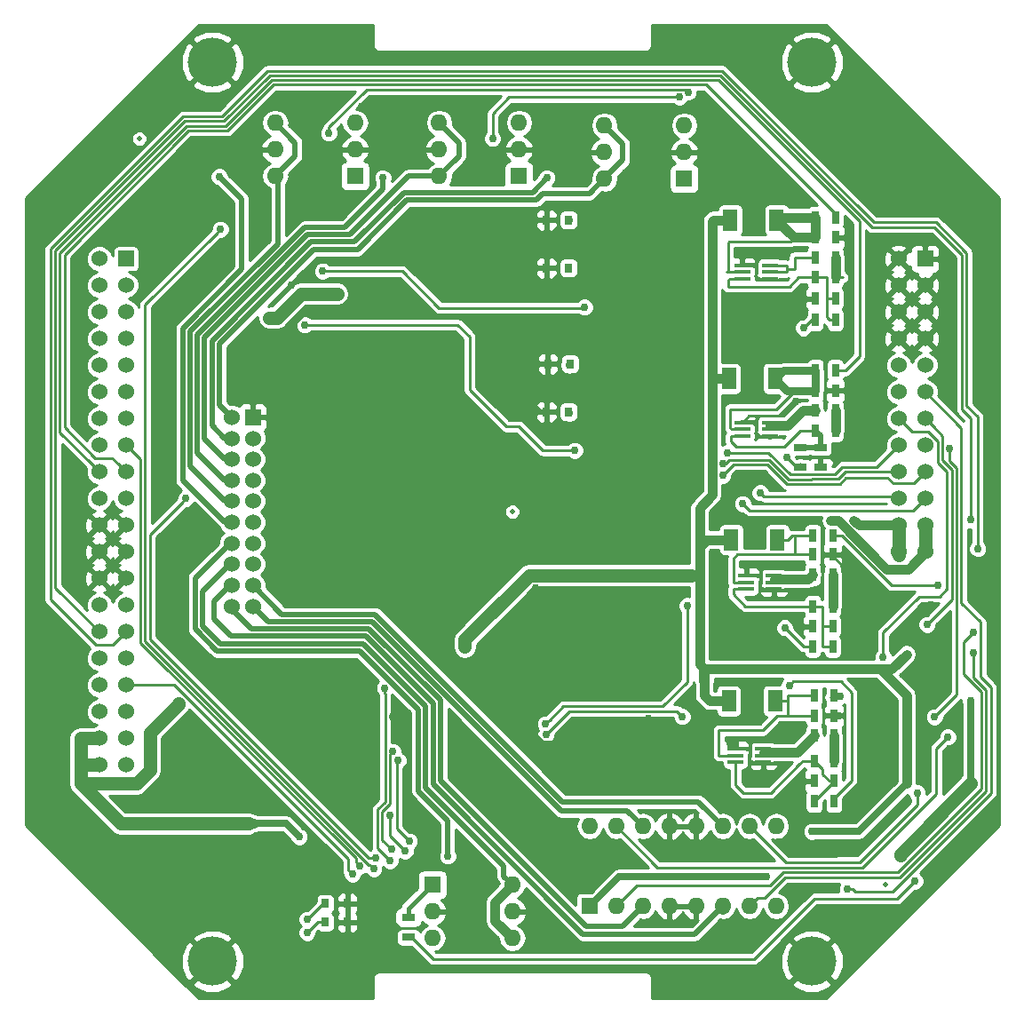
<source format=gtl>
G04 #@! TF.FileFunction,Copper,L1,Top,Signal*
%FSLAX46Y46*%
G04 Gerber Fmt 4.6, Leading zero omitted, Abs format (unit mm)*
G04 Created by KiCad (PCBNEW 4.0.6) date 12/07/17 21:07:41*
%MOMM*%
%LPD*%
G01*
G04 APERTURE LIST*
%ADD10C,0.100000*%
%ADD11R,0.800000X0.900000*%
%ADD12C,4.699000*%
%ADD13R,1.524000X1.524000*%
%ADD14C,1.524000*%
%ADD15R,1.600000X1.600000*%
%ADD16O,1.600000X1.600000*%
%ADD17R,1.500000X0.400000*%
%ADD18R,0.700000X1.300000*%
%ADD19R,1.300000X0.700000*%
%ADD20R,1.400000X2.100000*%
%ADD21C,0.500000*%
%ADD22C,0.762000*%
%ADD23C,0.254000*%
%ADD24C,0.508000*%
%ADD25C,0.889000*%
%ADD26C,0.635000*%
%ADD27C,0.381000*%
%ADD28C,1.016000*%
%ADD29C,1.270000*%
%ADD30C,0.762000*%
G04 APERTURE END LIST*
D10*
D11*
X130268000Y-73787000D03*
X132368000Y-73787000D03*
D12*
X98425000Y-58737500D03*
X155575000Y-58737500D03*
X98425000Y-144462500D03*
X155575000Y-144462500D03*
D13*
X166370000Y-77490000D03*
D14*
X163830000Y-77490000D03*
X166370000Y-80030000D03*
X163830000Y-80030000D03*
X166370000Y-82570000D03*
X163830000Y-82570000D03*
X166370000Y-85110000D03*
X163830000Y-85110000D03*
X166370000Y-87650000D03*
X163830000Y-87650000D03*
X166370000Y-90190000D03*
X163830000Y-90190000D03*
X166370000Y-92730000D03*
X163830000Y-92730000D03*
X166370000Y-95270000D03*
X163830000Y-95270000D03*
X166370000Y-97810000D03*
X163830000Y-97810000D03*
X166370000Y-100350000D03*
X163830000Y-100350000D03*
X166370000Y-102890000D03*
X163830000Y-102890000D03*
X166370000Y-105430000D03*
X163830000Y-105430000D03*
D15*
X134366000Y-139192000D03*
D16*
X152146000Y-131572000D03*
X136906000Y-139192000D03*
X149606000Y-131572000D03*
X139446000Y-139192000D03*
X147066000Y-131572000D03*
X141986000Y-139192000D03*
X144526000Y-131572000D03*
X144526000Y-139192000D03*
X141986000Y-131572000D03*
X147066000Y-139192000D03*
X139446000Y-131572000D03*
X149606000Y-139192000D03*
X136906000Y-131572000D03*
X152146000Y-139192000D03*
X134366000Y-131572000D03*
D15*
X119380000Y-137160000D03*
D16*
X127000000Y-142240000D03*
X119380000Y-139700000D03*
X127000000Y-139700000D03*
X119380000Y-142240000D03*
X127000000Y-137160000D03*
D17*
X148276000Y-124191000D03*
X148276000Y-124841000D03*
X148276000Y-125491000D03*
X150936000Y-125491000D03*
X150936000Y-124841000D03*
X150936000Y-124191000D03*
X149292000Y-107681000D03*
X149292000Y-108331000D03*
X149292000Y-108981000D03*
X151952000Y-108981000D03*
X151952000Y-108331000D03*
X151952000Y-107681000D03*
X148911000Y-78090000D03*
X148911000Y-78740000D03*
X148911000Y-79390000D03*
X151571000Y-79390000D03*
X151571000Y-78740000D03*
X151571000Y-78090000D03*
X148911000Y-93076000D03*
X148911000Y-93726000D03*
X148911000Y-94376000D03*
X151571000Y-94376000D03*
X151571000Y-93726000D03*
X151571000Y-93076000D03*
D15*
X112014000Y-69596000D03*
D16*
X104394000Y-64516000D03*
X112014000Y-67056000D03*
X104394000Y-67056000D03*
X112014000Y-64516000D03*
X104394000Y-69596000D03*
D15*
X127635000Y-69596000D03*
D16*
X120015000Y-64516000D03*
X127635000Y-67056000D03*
X120015000Y-67056000D03*
X127635000Y-64516000D03*
X120015000Y-69596000D03*
D15*
X143383000Y-69850000D03*
D16*
X135763000Y-64770000D03*
X143383000Y-67310000D03*
X135763000Y-67310000D03*
X143383000Y-64770000D03*
X135763000Y-69850000D03*
D18*
X157541000Y-103886000D03*
X155641000Y-103886000D03*
X155641000Y-105664000D03*
X157541000Y-105664000D03*
X155641000Y-107569000D03*
X157541000Y-107569000D03*
X155641000Y-110617000D03*
X157541000Y-110617000D03*
X157541000Y-112522000D03*
X155641000Y-112522000D03*
X157541000Y-114427000D03*
X155641000Y-114427000D03*
X157795000Y-73533000D03*
X155895000Y-73533000D03*
X157795000Y-88138000D03*
X155895000Y-88138000D03*
X155895000Y-75438000D03*
X157795000Y-75438000D03*
X155895000Y-90043000D03*
X157795000Y-90043000D03*
X155895000Y-77343000D03*
X157795000Y-77343000D03*
X155895000Y-91948000D03*
X157795000Y-91948000D03*
X155895000Y-79248000D03*
X157795000Y-79248000D03*
X157795000Y-81280000D03*
X155895000Y-81280000D03*
X157795000Y-93853000D03*
X155895000Y-93853000D03*
D19*
X156362400Y-95468400D03*
X156362400Y-97368400D03*
D18*
X157795000Y-83312000D03*
X155895000Y-83312000D03*
D19*
X154432000Y-95468400D03*
X154432000Y-97368400D03*
X117094000Y-140274000D03*
X117094000Y-142174000D03*
D18*
X157668000Y-119126000D03*
X155768000Y-119126000D03*
X155768000Y-121031000D03*
X157668000Y-121031000D03*
X157668000Y-127254000D03*
X155768000Y-127254000D03*
X155768000Y-125349000D03*
X157668000Y-125349000D03*
X155768000Y-122936000D03*
X157668000Y-122936000D03*
X155768000Y-129222500D03*
X157668000Y-129222500D03*
D20*
X147873000Y-104267000D03*
X152273000Y-104267000D03*
X147787000Y-73787000D03*
X152187000Y-73787000D03*
X147660000Y-88900000D03*
X152060000Y-88900000D03*
D11*
X109186000Y-140716000D03*
X111286000Y-140716000D03*
X109186000Y-138938000D03*
X111286000Y-138938000D03*
X130268000Y-78359000D03*
X132368000Y-78359000D03*
X130395000Y-87503000D03*
X132495000Y-87503000D03*
X130268000Y-92075000D03*
X132368000Y-92075000D03*
D20*
X147660000Y-119634000D03*
X152060000Y-119634000D03*
D13*
X102263450Y-92600000D03*
D14*
X100263450Y-92600000D03*
X102263450Y-94600000D03*
X100263450Y-94600000D03*
X102263450Y-96600000D03*
X100263450Y-96600000D03*
X102263450Y-98600000D03*
X100263450Y-98600000D03*
X102263450Y-100600000D03*
X100263450Y-100600000D03*
X102263450Y-102600000D03*
X100263450Y-102600000D03*
X102263450Y-104600000D03*
X100263450Y-104600000D03*
X102263450Y-106600000D03*
X100263450Y-106600000D03*
X102263450Y-108600000D03*
X100263450Y-108600000D03*
X102263450Y-110600000D03*
X100263450Y-110600000D03*
D13*
X90170000Y-77470000D03*
D14*
X87630000Y-77470000D03*
X90170000Y-80010000D03*
X87630000Y-80010000D03*
X90170000Y-82550000D03*
X87630000Y-82550000D03*
X90170000Y-85090000D03*
X87630000Y-85090000D03*
X90170000Y-87630000D03*
X87630000Y-87630000D03*
X90170000Y-90170000D03*
X87630000Y-90170000D03*
X90170000Y-92710000D03*
X87630000Y-92710000D03*
X90170000Y-95250000D03*
X87630000Y-95250000D03*
X90170000Y-97790000D03*
X87630000Y-97790000D03*
X90170000Y-100330000D03*
X87630000Y-100330000D03*
X90170000Y-102870000D03*
X87630000Y-102870000D03*
X90170000Y-105410000D03*
X87630000Y-105410000D03*
X90170000Y-107950000D03*
X87630000Y-107950000D03*
X90170000Y-110490000D03*
X87630000Y-110490000D03*
X90170000Y-113030000D03*
X87630000Y-113030000D03*
X90170000Y-115570000D03*
X87630000Y-115570000D03*
X90170000Y-118110000D03*
X87630000Y-118110000D03*
X90170000Y-120650000D03*
X87630000Y-120650000D03*
X90170000Y-123190000D03*
X87630000Y-123190000D03*
X90170000Y-125730000D03*
X87630000Y-125730000D03*
D21*
X162560000Y-137160000D03*
X127000000Y-101600000D03*
X91440000Y-66040000D03*
D22*
X115582710Y-121107200D03*
X113703100Y-128270000D03*
X132581534Y-121765326D03*
X145707100Y-121196100D03*
X148729700Y-141224000D03*
X119380000Y-84963000D03*
X128917700Y-91173300D03*
X102616000Y-121094510D03*
X105813860Y-125407420D03*
X85648800Y-92608400D03*
X120802400Y-93019880D03*
X120396000Y-91035000D03*
X128473200Y-76809600D03*
X172212000Y-96799400D03*
X121384060Y-122323860D03*
X105648760Y-85618320D03*
X108331000Y-82550000D03*
X131495800Y-94742000D03*
X149402800Y-98425000D03*
X129179460Y-108859460D03*
X95656400Y-102971600D03*
X93980000Y-109829600D03*
X139801600Y-87172800D03*
X142646400Y-80924400D03*
X143408400Y-73152000D03*
X141833600Y-93726000D03*
X137922000Y-97409000D03*
X131318000Y-97536000D03*
X124460000Y-109220000D03*
X132993529Y-111644829D03*
X134859922Y-114031922D03*
X107569000Y-71652000D03*
X114046000Y-91035000D03*
X156616400Y-97345449D03*
X107886500Y-109283500D03*
X107950000Y-103695500D03*
X117094000Y-126365000D03*
X134859922Y-114031922D03*
X134620000Y-90617000D03*
X134874000Y-77028000D03*
X108331000Y-82550000D03*
X105918000Y-80010000D03*
X159486600Y-108331000D03*
X92075000Y-138112500D03*
X161925000Y-65087500D03*
X152654000Y-130048000D03*
X154432000Y-131953000D03*
X152400000Y-133096000D03*
X98996500Y-125793500D03*
X100076000Y-129794000D03*
X132842000Y-127050800D03*
X134366000Y-125095000D03*
X139970000Y-112522000D03*
X134175500Y-116205000D03*
X116268500Y-63182500D03*
X112585500Y-62992000D03*
X152273000Y-82272000D03*
X122999500Y-127889000D03*
X147726400Y-123647200D03*
X155768000Y-127254000D03*
X108356400Y-142290800D03*
X98996500Y-138430000D03*
X128930400Y-83601600D03*
X123444000Y-97329500D03*
X147574000Y-113284000D03*
X154279600Y-111963200D03*
X140020000Y-109829600D03*
X139956500Y-121348500D03*
X139970000Y-123952000D03*
X158051500Y-121031000D03*
X153987500Y-91059000D03*
X132842000Y-81153000D03*
X153985000Y-109474000D03*
X158242000Y-134112000D03*
X107696000Y-135890000D03*
X165862000Y-123825000D03*
X168402000Y-118110000D03*
X165481000Y-114046000D03*
X152400000Y-76708000D03*
X166878000Y-110490000D03*
X99187000Y-74663300D03*
X113792000Y-135636000D03*
X95902780Y-100324920D03*
X113944400Y-134569200D03*
X120863000Y-134429500D03*
X163982400Y-134366000D03*
X170738800Y-127472400D03*
X170688000Y-119634000D03*
X99060000Y-69653000D03*
X114681000Y-69780000D03*
X130302000Y-69780000D03*
X122466098Y-114477800D03*
X95199200Y-119888000D03*
X106680000Y-132588000D03*
X102362000Y-131318000D03*
X155575000Y-132080000D03*
X164592000Y-115189000D03*
X164592000Y-124968000D03*
X143764000Y-61579803D03*
X109524800Y-65481200D03*
X142944185Y-62064760D03*
X125120400Y-65989200D03*
X165379400Y-136812020D03*
X162356800Y-115468400D03*
X147511796Y-95970762D03*
X147081250Y-98126035D03*
X147081250Y-96982151D03*
X148971000Y-100838010D03*
X150606760Y-99771200D03*
X157353000Y-102425500D03*
X159562798Y-102387400D03*
X111760000Y-136144000D03*
X157668000Y-125349000D03*
X157795000Y-79248000D03*
X157795000Y-93853000D03*
X157541000Y-110617000D03*
X158267400Y-119151400D03*
X171366198Y-105102976D03*
X167538400Y-108585000D03*
X170667688Y-102364540D03*
X112470682Y-135382518D03*
X107454000Y-140450000D03*
X107442000Y-141732000D03*
X115303290Y-130505200D03*
X116789200Y-133959600D03*
X114833400Y-118389400D03*
X115366800Y-134874000D03*
X116137223Y-125323357D03*
X130217259Y-122834196D03*
X143205200Y-121107200D03*
X117195600Y-132994400D03*
X115608100Y-124472700D03*
X130174998Y-121843800D03*
X143662400Y-110553543D03*
X115468400Y-133756400D03*
X132436000Y-73773000D03*
X132368000Y-78359000D03*
X153416000Y-118173500D03*
X152971500Y-112649000D03*
X151257000Y-136398000D03*
X166538000Y-112354000D03*
X168706821Y-95567500D03*
X167259000Y-121158000D03*
X165608000Y-128397000D03*
X168529000Y-123063000D03*
X170939450Y-115077788D03*
X170939450Y-113101102D03*
X110302040Y-80812640D03*
X103840280Y-83103720D03*
X133878897Y-82080629D03*
X108932906Y-78646280D03*
X154749500Y-84074000D03*
X153172160Y-96403160D03*
X107230395Y-83778509D03*
X132956300Y-95770700D03*
X132436000Y-87616000D03*
X132436000Y-92216000D03*
X158940500Y-137546090D03*
D23*
X130814163Y-123532697D02*
X132200535Y-122146325D01*
X129286000Y-122618500D02*
X129286000Y-122936719D01*
X129286000Y-122936719D02*
X129881978Y-123532697D01*
X129881978Y-123532697D02*
X130814163Y-123532697D01*
X132200535Y-122146325D02*
X132581534Y-121765326D01*
X130268000Y-92075000D02*
X129819400Y-92075000D01*
X129819400Y-92075000D02*
X128917700Y-91173300D01*
X102616000Y-122209560D02*
X102616000Y-121633325D01*
X105813860Y-125407420D02*
X102616000Y-122209560D01*
X102616000Y-121633325D02*
X102616000Y-121094510D01*
X120396000Y-91035000D02*
X120396000Y-92613480D01*
X120396000Y-92613480D02*
X120802400Y-93019880D01*
X130268000Y-73787000D02*
X130268000Y-75014800D01*
X130268000Y-75014800D02*
X128473200Y-76809600D01*
D24*
X107645199Y-82169001D02*
X105648760Y-84165440D01*
X105648760Y-84165440D02*
X105648760Y-85618320D01*
X108331000Y-82550000D02*
X107950001Y-82169001D01*
X107950001Y-82169001D02*
X107645199Y-82169001D01*
D23*
X131495800Y-94742000D02*
X131508500Y-94742000D01*
X129560459Y-109240459D02*
X129179460Y-108859460D01*
X131964829Y-111644829D02*
X129560459Y-109240459D01*
X132993529Y-111644829D02*
X131964829Y-111644829D01*
X95656400Y-108153200D02*
X95656400Y-102971600D01*
X93980000Y-109829600D02*
X95656400Y-108153200D01*
X142646400Y-84328000D02*
X142646400Y-80924400D01*
X139801600Y-87172800D02*
X142646400Y-84328000D01*
X137922000Y-97409000D02*
X141605000Y-93726000D01*
X141605000Y-93726000D02*
X141833600Y-93726000D01*
X131445000Y-97409000D02*
X137922000Y-97409000D01*
X131318000Y-97536000D02*
X131445000Y-97409000D01*
X134859922Y-114031922D02*
X132993529Y-112165529D01*
X132993529Y-112165529D02*
X132993529Y-111644829D01*
X107569000Y-71652000D02*
X107569000Y-71653400D01*
X114058700Y-91033600D02*
X114047400Y-91033600D01*
X114047400Y-91033600D02*
X114046000Y-91035000D01*
X156362400Y-97368400D02*
X156593449Y-97368400D01*
X156593449Y-97368400D02*
X156616400Y-97345449D01*
D25*
X107950000Y-103695500D02*
X107950000Y-109220000D01*
X107950000Y-109220000D02*
X107886500Y-109283500D01*
X123444000Y-97329500D02*
X114316000Y-97329500D01*
X114316000Y-97329500D02*
X107950000Y-103695500D01*
D23*
X116903500Y-126365000D02*
X117094000Y-126365000D01*
X116776500Y-126238000D02*
X116903500Y-126365000D01*
X134810500Y-113919000D02*
X134810500Y-113982500D01*
X134810500Y-113982500D02*
X134859922Y-114031922D01*
X134620000Y-90617000D02*
X134620000Y-90678000D01*
X134874000Y-77028000D02*
X134874000Y-76962000D01*
X157541000Y-105664000D02*
X157541000Y-105775800D01*
X157541000Y-105775800D02*
X159486600Y-107721400D01*
X159486600Y-107721400D02*
X159486600Y-108331000D01*
X152400000Y-133223000D02*
X152400000Y-133096000D01*
X152654000Y-130175000D02*
X152654000Y-130048000D01*
X154432000Y-131953000D02*
X152654000Y-130175000D01*
D26*
X98996500Y-128714500D02*
X98996500Y-125793500D01*
X100076000Y-129794000D02*
X98996500Y-128714500D01*
D23*
X132842000Y-127050800D02*
X134366000Y-125526800D01*
X134366000Y-125526800D02*
X134366000Y-125095000D01*
X139970000Y-112522000D02*
X136287000Y-116205000D01*
X139954000Y-112522000D02*
X139970000Y-112522000D01*
X136287000Y-116205000D02*
X134175500Y-116205000D01*
X116078000Y-62992000D02*
X116268500Y-63182500D01*
X112585500Y-62992000D02*
X116078000Y-62992000D01*
X152424000Y-82272000D02*
X152717500Y-81978500D01*
X152273000Y-82272000D02*
X152424000Y-82272000D01*
X148276000Y-124191000D02*
X148270200Y-124191000D01*
X148270200Y-124191000D02*
X147726400Y-123647200D01*
X98996500Y-138430000D02*
X99009200Y-138430000D01*
X128930400Y-83601600D02*
X128930400Y-83616800D01*
X123444000Y-97329500D02*
X123444000Y-97332800D01*
D27*
X146862800Y-112572800D02*
X146862800Y-112217200D01*
X147574000Y-113284000D02*
X146862800Y-112572800D01*
X139954000Y-121361200D02*
X139954000Y-121351000D01*
X139954000Y-121351000D02*
X139956500Y-121348500D01*
X139970000Y-123952000D02*
X140004800Y-123952000D01*
D23*
X157668000Y-121031000D02*
X158051500Y-121031000D01*
X148911000Y-93076000D02*
X149531000Y-92456000D01*
X152590500Y-92456000D02*
X153987500Y-91059000D01*
X149531000Y-92456000D02*
X152590500Y-92456000D01*
D28*
X153985000Y-109474000D02*
X153987500Y-109474000D01*
D27*
X155575000Y-144462500D02*
X155575000Y-144145000D01*
X155575000Y-144462500D02*
X153987500Y-144462500D01*
D23*
X165354000Y-114046000D02*
X165481000Y-114046000D01*
X149606000Y-125476000D02*
X149606000Y-127127000D01*
X151952000Y-108981000D02*
X150764000Y-108981000D01*
X150607000Y-107681000D02*
X150495000Y-107681000D01*
X150495000Y-107681000D02*
X149292000Y-107681000D01*
X150622000Y-107696000D02*
X150607000Y-107681000D01*
X150622000Y-108839000D02*
X150622000Y-108077000D01*
X150622000Y-108077000D02*
X150622000Y-107696000D01*
X150764000Y-108981000D02*
X150622000Y-108839000D01*
X150226000Y-78090000D02*
X150226000Y-77485000D01*
X151003000Y-76708000D02*
X152400000Y-76708000D01*
X150226000Y-77485000D02*
X151003000Y-76708000D01*
X151571000Y-79390000D02*
X150383000Y-79390000D01*
X150226000Y-78090000D02*
X148911000Y-78090000D01*
X150241000Y-78105000D02*
X150226000Y-78090000D01*
X150241000Y-79248000D02*
X150241000Y-78105000D01*
X150383000Y-79390000D02*
X150241000Y-79248000D01*
X151571000Y-94376000D02*
X150567000Y-94376000D01*
X150567000Y-94376000D02*
X150241000Y-94050000D01*
X149915000Y-93076000D02*
X148911000Y-93076000D01*
X150241000Y-94050000D02*
X150241000Y-93402000D01*
X150241000Y-93402000D02*
X149915000Y-93076000D01*
X148276000Y-124191000D02*
X148291000Y-124206000D01*
X148291000Y-124206000D02*
X149606000Y-124206000D01*
X150936000Y-125491000D02*
X150921000Y-125476000D01*
X150921000Y-125476000D02*
X149606000Y-125476000D01*
X149606000Y-125476000D02*
X149606000Y-124206000D01*
X87630000Y-102870000D02*
X87884000Y-102870000D01*
X165100000Y-113792000D02*
X165354000Y-114046000D01*
X165100000Y-112903000D02*
X165100000Y-113792000D01*
X165100000Y-112268000D02*
X166878000Y-110490000D01*
X165100000Y-112903000D02*
X165100000Y-112268000D01*
X98806001Y-75044299D02*
X99187000Y-74663300D01*
X113331008Y-135255001D02*
X91998800Y-113922793D01*
X113411001Y-135255001D02*
X113331008Y-135255001D01*
X113792000Y-135636000D02*
X113411001Y-135255001D01*
X91998800Y-113922793D02*
X91998800Y-81851500D01*
X91998800Y-81851500D02*
X98806001Y-75044299D01*
X113944400Y-134569200D02*
X113299240Y-134569200D01*
X92468711Y-103758989D02*
X95521781Y-100705919D01*
X113299240Y-134569200D02*
X92468711Y-113738671D01*
X92468711Y-113738671D02*
X92468711Y-103758989D01*
X95521781Y-100705919D02*
X95902780Y-100324920D01*
D24*
X120863000Y-131061100D02*
X118046467Y-128244567D01*
X120863000Y-134429500D02*
X120863000Y-131061100D01*
X96774000Y-112776002D02*
X96774000Y-107918000D01*
X96774000Y-107918000D02*
X99076001Y-105615999D01*
X98854258Y-114856260D02*
X96774000Y-112776002D01*
X112469750Y-114856260D02*
X98854258Y-114856260D01*
X99076001Y-105615999D02*
X99838000Y-104854000D01*
X118046467Y-128244567D02*
X118046467Y-120432977D01*
X118046467Y-120432977D02*
X112469750Y-114856260D01*
D29*
X170738800Y-127472400D02*
X163982400Y-134228800D01*
X163982400Y-134228800D02*
X163982400Y-134366000D01*
X170723600Y-127457200D02*
X170688000Y-127457200D01*
X170738800Y-127472400D02*
X170723600Y-127457200D01*
D26*
X170688000Y-119888000D02*
X170688000Y-119634000D01*
X170688000Y-119888000D02*
X170688000Y-127457200D01*
X170688000Y-120650000D02*
X170688000Y-119634000D01*
D24*
X100263450Y-100600000D02*
X99584000Y-100600000D01*
X99584000Y-100600000D02*
X98552000Y-99568000D01*
X104394000Y-69596000D02*
X104625140Y-69827140D01*
X104625140Y-76067703D02*
X96266000Y-84426843D01*
X104625140Y-69827140D02*
X104625140Y-76067703D01*
X96266000Y-84426843D02*
X96266000Y-87122000D01*
X96266000Y-86995000D02*
X96266000Y-97282000D01*
X96266000Y-97282000D02*
X98552000Y-99568000D01*
X104394000Y-69596000D02*
X106299000Y-67691000D01*
X106299000Y-67691000D02*
X106299000Y-66929000D01*
X106299000Y-66421000D02*
X104394000Y-64516000D01*
X106299000Y-66929000D02*
X106299000Y-66421000D01*
X100263450Y-96600000D02*
X99584000Y-96600000D01*
X99584000Y-96600000D02*
X99076001Y-96092001D01*
X120015000Y-69596000D02*
X117071140Y-69596000D01*
X111485702Y-75181438D02*
X107487088Y-75181438D01*
X97663021Y-94679021D02*
X99076001Y-96092001D01*
X117071140Y-69596000D02*
X111485702Y-75181438D01*
X107487088Y-75181438D02*
X97663021Y-85005505D01*
X97663021Y-85005505D02*
X97663021Y-94679021D01*
X120015000Y-69596000D02*
X121920000Y-67691000D01*
X121920000Y-67691000D02*
X121920000Y-67056000D01*
X121920000Y-66421000D02*
X120015000Y-64516000D01*
X121920000Y-67056000D02*
X121920000Y-66421000D01*
X100263450Y-92600000D02*
X99060043Y-91396593D01*
X99060043Y-91396593D02*
X99060043Y-90998413D01*
X100263450Y-92600000D02*
X100263450Y-92201820D01*
X99060043Y-85584169D02*
X99060043Y-90998413D01*
X112245140Y-76578460D02*
X108065752Y-76578460D01*
X129333933Y-71856512D02*
X116967088Y-71856512D01*
X129895512Y-71294933D02*
X129333933Y-71856512D01*
X116967088Y-71856512D02*
X112245140Y-76578460D01*
X129895512Y-71247000D02*
X129895512Y-71294933D01*
X108065752Y-76578460D02*
X99060043Y-85584169D01*
X135763000Y-69850000D02*
X134366000Y-71247000D01*
X134366000Y-71247000D02*
X129895512Y-71247000D01*
X135763000Y-69850000D02*
X137541000Y-68072000D01*
X137541000Y-68072000D02*
X137541000Y-67056000D01*
X137541000Y-66548000D02*
X135763000Y-64770000D01*
X137541000Y-67056000D02*
X137541000Y-66548000D01*
X118744978Y-127901678D02*
X118744978Y-120143646D01*
X97472511Y-109219489D02*
X99076001Y-107615999D01*
X97472511Y-112486670D02*
X97472511Y-109219489D01*
X99143590Y-114157749D02*
X97472511Y-112486670D01*
X118744978Y-120143646D02*
X112759081Y-114157749D01*
X126200001Y-135356701D02*
X118744978Y-127901678D01*
X126200001Y-136360001D02*
X126200001Y-135356701D01*
X112759081Y-114157749D02*
X99143590Y-114157749D01*
X127000000Y-137160000D02*
X126200001Y-136360001D01*
X99076001Y-107615999D02*
X99838000Y-106854000D01*
D25*
X127000000Y-137160000D02*
X125349000Y-138811000D01*
X125349000Y-138811000D02*
X125349000Y-140589000D01*
X125349000Y-140589000D02*
X127000000Y-142240000D01*
D24*
X100263450Y-108600000D02*
X100092000Y-108600000D01*
X100092000Y-108600000D02*
X98552000Y-110140000D01*
X98552000Y-110140000D02*
X98552000Y-111853980D01*
X100157258Y-113459238D02*
X98552000Y-111853980D01*
X144399000Y-141859000D02*
X133743699Y-141859000D01*
X133743699Y-141859000D02*
X119443489Y-127558790D01*
X147066000Y-139192000D02*
X144399000Y-141859000D01*
X119443489Y-119854315D02*
X113048412Y-113459238D01*
X119443489Y-127558790D02*
X119443489Y-119854315D01*
X113048412Y-113459238D02*
X100157258Y-113459238D01*
D26*
X147066000Y-139649200D02*
X147066000Y-139192000D01*
D24*
X102108000Y-112760727D02*
X100263450Y-110916177D01*
X100263450Y-110916177D02*
X100263450Y-110600000D01*
X120142000Y-127269458D02*
X120142000Y-119564984D01*
X113337743Y-112760727D02*
X102108000Y-112760727D01*
X120142000Y-119564984D02*
X113337743Y-112760727D01*
X137477511Y-141160489D02*
X134033031Y-141160489D01*
X134033031Y-141160489D02*
X120142000Y-127269458D01*
X139446000Y-139192000D02*
X137477511Y-141160489D01*
X100263450Y-102600000D02*
X99584000Y-102600000D01*
X99584000Y-102600000D02*
X99076001Y-102092001D01*
X99060000Y-69653000D02*
X101206300Y-71799300D01*
X101206300Y-71799300D02*
X101206300Y-78498701D01*
X101206300Y-78498701D02*
X95567490Y-84137511D01*
X95567490Y-84137511D02*
X95567490Y-97571332D01*
X95567490Y-97571332D02*
X95570040Y-97573882D01*
X95570040Y-97573882D02*
X95570040Y-98586040D01*
X95570040Y-98586040D02*
X99076001Y-102092001D01*
X100263450Y-98600000D02*
X99584000Y-98600000D01*
X99584000Y-98600000D02*
X99076001Y-98092001D01*
X96964510Y-84716173D02*
X96964510Y-95980510D01*
X107197756Y-74482927D02*
X96964510Y-84716173D01*
X96964510Y-95980510D02*
X99076001Y-98092001D01*
X114681000Y-70858000D02*
X111056073Y-74482927D01*
X111056073Y-74482927D02*
X107197756Y-74482927D01*
X114681000Y-69780000D02*
X114681000Y-70858000D01*
X100263450Y-94600000D02*
X99584000Y-94600000D01*
X99584000Y-94600000D02*
X98361532Y-93377532D01*
X98361532Y-85294837D02*
X98361532Y-93377532D01*
X107776420Y-75879949D02*
X98361532Y-85294837D01*
X111955809Y-75879949D02*
X107776420Y-75879949D01*
X128923999Y-71158001D02*
X116677756Y-71158001D01*
X116677756Y-71158001D02*
X111955809Y-75879949D01*
X130302000Y-69780000D02*
X128923999Y-71158001D01*
D29*
X85852000Y-127508000D02*
X91186000Y-127508000D01*
X91186000Y-127508000D02*
X92456000Y-126238000D01*
X92456000Y-126238000D02*
X92456000Y-122682000D01*
X92456000Y-122682000D02*
X95199200Y-119938800D01*
X95199200Y-119938800D02*
X95199200Y-119888000D01*
D25*
X145643600Y-100426520D02*
X144856200Y-101213920D01*
X144856200Y-101213920D02*
X144856200Y-104927400D01*
X146050000Y-88900000D02*
X146065240Y-88915240D01*
X146065240Y-88915240D02*
X146065240Y-100009960D01*
X146065240Y-100009960D02*
X144856200Y-101219000D01*
D29*
X122466098Y-113787198D02*
X122466098Y-113938985D01*
X144068800Y-107696000D02*
X144025758Y-107652958D01*
X128600338Y-107652958D02*
X122466098Y-113787198D01*
X144025758Y-107652958D02*
X128600338Y-107652958D01*
X122466098Y-113938985D02*
X122466098Y-114477800D01*
D25*
X144856200Y-104927400D02*
X144856200Y-107543600D01*
X144856200Y-107543600D02*
X144856200Y-108381800D01*
X144703800Y-107696000D02*
X144856200Y-107543600D01*
X144068800Y-107696000D02*
X144703800Y-107696000D01*
X147873000Y-104267000D02*
X145516600Y-104267000D01*
X145516600Y-104267000D02*
X144856200Y-104927400D01*
X144856200Y-101219000D02*
X144856200Y-103073200D01*
X144856200Y-108381800D02*
X144856200Y-106984800D01*
X144856200Y-116154200D02*
X144856200Y-108381800D01*
X145288000Y-116586000D02*
X144856200Y-116154200D01*
D26*
X105410000Y-131318000D02*
X102362000Y-131318000D01*
X105410000Y-131318000D02*
X106680000Y-132588000D01*
D25*
X146050000Y-83820000D02*
X146050000Y-73914000D01*
X146177000Y-73787000D02*
X147787000Y-73787000D01*
X146050000Y-73914000D02*
X146177000Y-73787000D01*
X147660000Y-119634000D02*
X145796000Y-119634000D01*
X145288000Y-119126000D02*
X145288000Y-116586000D01*
X145796000Y-119634000D02*
X145288000Y-119126000D01*
X147660000Y-88900000D02*
X146050000Y-88900000D01*
X146050000Y-88900000D02*
X146050000Y-83820000D01*
D28*
X147660000Y-119634000D02*
X147152000Y-119634000D01*
X145288000Y-117770000D02*
X145288000Y-116586000D01*
D25*
X145288000Y-117770000D02*
X145288000Y-116586000D01*
D26*
X160020000Y-132080000D02*
X161290000Y-130810000D01*
X155575000Y-132080000D02*
X160020000Y-132080000D01*
D29*
X87630000Y-125730000D02*
X85852000Y-125730000D01*
X87630000Y-123190000D02*
X85852000Y-123190000D01*
X89662000Y-131318000D02*
X88900000Y-130556000D01*
X89662000Y-131318000D02*
X101854000Y-131318000D01*
X88900000Y-130556000D02*
X85852000Y-127508000D01*
X85852000Y-127508000D02*
X85852000Y-125730000D01*
X85852000Y-125730000D02*
X85852000Y-123190000D01*
D26*
X161290000Y-130810000D02*
X164592000Y-127508000D01*
X164592000Y-127508000D02*
X164592000Y-125476000D01*
D25*
X164592000Y-124968000D02*
X164592000Y-125476000D01*
X164592000Y-125476000D02*
X164592000Y-127508000D01*
X164084000Y-118618000D02*
X164592000Y-119126000D01*
X164592000Y-119126000D02*
X164592000Y-124968000D01*
X164084000Y-118618000D02*
X162052000Y-116586000D01*
X145288000Y-116586000D02*
X162052000Y-116586000D01*
X162052000Y-116586000D02*
X163195000Y-116586000D01*
X163195000Y-116586000D02*
X164592000Y-115189000D01*
X92456000Y-131318000D02*
X96520000Y-131318000D01*
X96520000Y-131318000D02*
X101854000Y-131318000D01*
X101854000Y-131318000D02*
X102362000Y-131318000D01*
D26*
X163195000Y-116586000D02*
X164592000Y-115189000D01*
D25*
X147660000Y-73660000D02*
X147320000Y-73660000D01*
D23*
X109524800Y-65481200D02*
X109524800Y-64942385D01*
X143510001Y-61325804D02*
X143764000Y-61579803D01*
X113141381Y-61325804D02*
X143510001Y-61325804D01*
X109524800Y-64942385D02*
X113141381Y-61325804D01*
X126708040Y-62064760D02*
X142405370Y-62064760D01*
X125120400Y-65989200D02*
X125120400Y-63652400D01*
X142405370Y-62064760D02*
X142944185Y-62064760D01*
X125120400Y-63652400D02*
X126708040Y-62064760D01*
X162356800Y-113131600D02*
X162356800Y-114929585D01*
X162356800Y-114929585D02*
X162356800Y-115468400D01*
X167538400Y-96884978D02*
X168427355Y-97773933D01*
X165811200Y-109677200D02*
X162356800Y-113131600D01*
X167708584Y-109677200D02*
X165811200Y-109677200D01*
X168427355Y-108958429D02*
X167708584Y-109677200D01*
X167538400Y-94861525D02*
X167538400Y-96884978D01*
X163830000Y-92730000D02*
X165080000Y-93980000D01*
X168427355Y-97773933D02*
X168427355Y-108958429D01*
X166656875Y-93980000D02*
X167538400Y-94861525D01*
X165080000Y-93980000D02*
X166656875Y-93980000D01*
X162430321Y-138493510D02*
X161891506Y-138493510D01*
X165379400Y-136812020D02*
X163697910Y-138493510D01*
X161352691Y-138493510D02*
X161891506Y-138493510D01*
X155803590Y-138493510D02*
X161352691Y-138493510D01*
X117394000Y-142174000D02*
X119453900Y-144233900D01*
X119453900Y-144233900D02*
X150063200Y-144233900D01*
X163697910Y-138493510D02*
X162430321Y-138493510D01*
X117094000Y-142174000D02*
X117394000Y-142174000D01*
X150063200Y-144233900D02*
X155803590Y-138493510D01*
X162356800Y-115468400D02*
X162356800Y-115519200D01*
X163830000Y-95270000D02*
X161754500Y-97345500D01*
X151440000Y-95970762D02*
X148050611Y-95970762D01*
X161754500Y-97345500D02*
X158432500Y-97345500D01*
X158432500Y-97345500D02*
X157734043Y-98043957D01*
X148050611Y-95970762D02*
X147511796Y-95970762D01*
X157734043Y-98043957D02*
X155350805Y-98043957D01*
X155350805Y-98043957D02*
X155346161Y-98048601D01*
X155346161Y-98048601D02*
X153517839Y-98048601D01*
X153517839Y-98048601D02*
X151440000Y-95970762D01*
X163830000Y-95270000D02*
X163505200Y-95270000D01*
X147462249Y-97745036D02*
X147081250Y-98126035D01*
X151303470Y-97091500D02*
X148115785Y-97091500D01*
X153149595Y-98937623D02*
X151303470Y-97091500D01*
X155714405Y-98937623D02*
X153149595Y-98937623D01*
X163311839Y-98889501D02*
X162783838Y-98361500D01*
X158807132Y-98361500D02*
X158235654Y-98932979D01*
X165290499Y-98889501D02*
X163311839Y-98889501D01*
X148115785Y-97091500D02*
X147462249Y-97745036D01*
X166370000Y-97810000D02*
X165290499Y-98889501D01*
X158235654Y-98932979D02*
X155719050Y-98932978D01*
X162783838Y-98361500D02*
X158807132Y-98361500D01*
X155719050Y-98932978D02*
X155714405Y-98937623D01*
X166370000Y-97810000D02*
X166898000Y-97810000D01*
X151487592Y-96646989D02*
X147686820Y-96646989D01*
X147351658Y-96982151D02*
X147081250Y-96982151D01*
X153333717Y-98493112D02*
X151487592Y-96646989D01*
X155534927Y-98488468D02*
X155530283Y-98493112D01*
X158051532Y-98488468D02*
X155534927Y-98488468D01*
X158730000Y-97810000D02*
X158051532Y-98488468D01*
X163830000Y-97810000D02*
X158730000Y-97810000D01*
X147686820Y-96646989D02*
X147351658Y-96982151D01*
X155530283Y-98493112D02*
X153333717Y-98493112D01*
X149625991Y-101493001D02*
X149351999Y-101219009D01*
X149351999Y-101219009D02*
X148971000Y-100838010D01*
X165226999Y-101493001D02*
X149625991Y-101493001D01*
X166370000Y-100350000D02*
X165226999Y-101493001D01*
X163830000Y-100350000D02*
X163657600Y-100177600D01*
X163657600Y-100177600D02*
X151013160Y-100177600D01*
X151013160Y-100177600D02*
X150606760Y-99771200D01*
D25*
X157891815Y-102425500D02*
X157353000Y-102425500D01*
X162685146Y-107061000D02*
X158049646Y-102425500D01*
X164739000Y-107061000D02*
X162685146Y-107061000D01*
X166370000Y-105430000D02*
X164739000Y-107061000D01*
X158049646Y-102425500D02*
X157891815Y-102425500D01*
D29*
X166370000Y-102890000D02*
X166370000Y-105430000D01*
D25*
X163830000Y-102890000D02*
X160065398Y-102890000D01*
X159943797Y-102768399D02*
X159562798Y-102387400D01*
X160065398Y-102890000D02*
X159943797Y-102768399D01*
D29*
X163830000Y-102890000D02*
X163830000Y-105689398D01*
X163830000Y-105689398D02*
X163830000Y-105430000D01*
D26*
X163830000Y-102890000D02*
X163830000Y-105430000D01*
D25*
X163596000Y-102890000D02*
X163830000Y-102890000D01*
D23*
X117094000Y-140274000D02*
X117094000Y-139700000D01*
D27*
X117094000Y-139874000D02*
X117094000Y-139700000D01*
X117094000Y-139700000D02*
X117094000Y-139446000D01*
X117094000Y-139446000D02*
X119380000Y-137160000D01*
D23*
X90170000Y-118110000D02*
X94797880Y-118110000D01*
X94797880Y-118110000D02*
X111379001Y-134691121D01*
X111379001Y-134691121D02*
X111379001Y-135763001D01*
X111379001Y-135763001D02*
X111760000Y-136144000D01*
D25*
X157668000Y-122936000D02*
X157668000Y-125349000D01*
X157795000Y-77343000D02*
X157795000Y-79248000D01*
X157795000Y-91948000D02*
X157795000Y-93853000D01*
D23*
X157922000Y-93726000D02*
X157795000Y-93853000D01*
D25*
X157541000Y-110617000D02*
X157541000Y-107569000D01*
D23*
X157795000Y-79248000D02*
X158496000Y-79248000D01*
X158195000Y-79248000D02*
X158496000Y-79248000D01*
X171366198Y-96888300D02*
X171366198Y-92537298D01*
X171366198Y-92537298D02*
X170307045Y-91478145D01*
X171366198Y-97142300D02*
X171366198Y-96888300D01*
X171366198Y-97713800D02*
X171366198Y-97142300D01*
X158046085Y-119151400D02*
X158267400Y-119151400D01*
X157728585Y-119151400D02*
X158267400Y-119151400D01*
X157693400Y-119151400D02*
X157728585Y-119151400D01*
X157668000Y-119126000D02*
X157693400Y-119151400D01*
X157988000Y-119209485D02*
X158046085Y-119151400D01*
X157988000Y-119278400D02*
X157988000Y-119209485D01*
X171366198Y-97713800D02*
X171366198Y-104564161D01*
X167412643Y-74007969D02*
X170307045Y-76902371D01*
X161471548Y-74007969D02*
X167412643Y-74007969D01*
X95592899Y-63919100D02*
X99311460Y-63919100D01*
X147011339Y-59547760D02*
X161471548Y-74007969D01*
X82976687Y-76535312D02*
X95592899Y-63919100D01*
X87297260Y-114300000D02*
X82976687Y-109979427D01*
X99311460Y-63919100D02*
X103682799Y-59547760D01*
X90170000Y-113030000D02*
X88900000Y-114300000D01*
X170307045Y-76902371D02*
X170307045Y-91478145D01*
X88900000Y-114300000D02*
X87297260Y-114300000D01*
X103682799Y-59547760D02*
X147011339Y-59547760D01*
X82976687Y-109979427D02*
X82976687Y-76535312D01*
X171366198Y-104564161D02*
X171366198Y-105102976D01*
X157327600Y-119278400D02*
X157668000Y-119126000D01*
X170667688Y-97790000D02*
X170667688Y-92651588D01*
X170667688Y-92651588D02*
X169862534Y-91846434D01*
X158432500Y-103886000D02*
X163131500Y-108585000D01*
X166999585Y-108585000D02*
X167538400Y-108585000D01*
X157541000Y-103886000D02*
X158432500Y-103886000D01*
X163131500Y-108585000D02*
X166999585Y-108585000D01*
X95777021Y-64363611D02*
X99495582Y-64363611D01*
X83421198Y-76719434D02*
X95777021Y-64363611D01*
X169862534Y-77086493D02*
X169862534Y-91846434D01*
X146827217Y-59992271D02*
X161287426Y-74452480D01*
X103866921Y-59992271D02*
X146827217Y-59992271D01*
X87630000Y-113030000D02*
X83421198Y-108821198D01*
X83421198Y-108821198D02*
X83421198Y-76719434D01*
X99495582Y-64363611D02*
X103866921Y-59992271D01*
X161287426Y-74452480D02*
X167228521Y-74452480D01*
X167228521Y-74452480D02*
X169862534Y-77086493D01*
X170667688Y-97790000D02*
X170667688Y-101825725D01*
X170667688Y-101825725D02*
X170667688Y-102364540D01*
X87630000Y-113030000D02*
X87467440Y-113192560D01*
X157541000Y-103886000D02*
X157541000Y-103921600D01*
X112089683Y-135001519D02*
X112470682Y-135382518D01*
X91528889Y-96608889D02*
X91528889Y-114081514D01*
X90170000Y-95250000D02*
X91528889Y-96608889D01*
X91528889Y-114081514D02*
X112089683Y-134642308D01*
X112089683Y-134642308D02*
X112089683Y-135001519D01*
X89408001Y-97028001D02*
X90170000Y-97790000D01*
X88869520Y-96489520D02*
X89408001Y-97028001D01*
X96145263Y-65252633D02*
X84310220Y-77087676D01*
X84310220Y-77087676D02*
X84310220Y-93546678D01*
X87253062Y-96489520D02*
X88869520Y-96489520D01*
X104235165Y-60881293D02*
X99863826Y-65252633D01*
X84310220Y-93546678D02*
X87253062Y-96489520D01*
X99863826Y-65252633D02*
X96145263Y-65252633D01*
X145443293Y-60881293D02*
X104235165Y-60881293D01*
X157795000Y-73533000D02*
X157795000Y-73233000D01*
X157795000Y-73233000D02*
X145443293Y-60881293D01*
X157795000Y-73533000D02*
X157795000Y-73467000D01*
X95961142Y-64808122D02*
X83865709Y-76903555D01*
X83865709Y-94025709D02*
X86868001Y-97028001D01*
X86868001Y-97028001D02*
X87630000Y-97790000D01*
X83865709Y-76903555D02*
X83865709Y-94025709D01*
X99679704Y-64808122D02*
X95961142Y-64808122D01*
X160083500Y-86804500D02*
X160083500Y-73877187D01*
X104051043Y-60436782D02*
X99679704Y-64808122D01*
X160083500Y-73877187D02*
X146643095Y-60436782D01*
X158750000Y-88138000D02*
X160083500Y-86804500D01*
X146643095Y-60436782D02*
X104051043Y-60436782D01*
X158195000Y-88138000D02*
X158750000Y-88138000D01*
X157795000Y-88138000D02*
X158750000Y-88138000D01*
X107454000Y-140450000D02*
X108966000Y-138938000D01*
X108966000Y-138938000D02*
X109186000Y-138938000D01*
X109186000Y-138938000D02*
X108966000Y-138938000D01*
X108458000Y-140716000D02*
X107442000Y-141732000D01*
X109186000Y-140716000D02*
X108458000Y-140716000D01*
X115303290Y-132473690D02*
X115303290Y-131044015D01*
X115303290Y-131044015D02*
X115303290Y-130505200D01*
X116789200Y-133959600D02*
X115303290Y-132473690D01*
X114160277Y-129985796D02*
X114884200Y-129261873D01*
X115366800Y-134874000D02*
X114160277Y-133667477D01*
X114160277Y-133667477D02*
X114160277Y-129985796D01*
X114884200Y-129261873D02*
X114884200Y-118979015D01*
X114884200Y-118979015D02*
X114833400Y-118928215D01*
X114833400Y-118928215D02*
X114833400Y-118389400D01*
X117195600Y-132994400D02*
X116001800Y-131800600D01*
X116001800Y-131800600D02*
X116001800Y-125463300D01*
X116001800Y-125463300D02*
X116141500Y-125323600D01*
X116141500Y-125323600D02*
X116141257Y-125323357D01*
X116141257Y-125323357D02*
X116137223Y-125323357D01*
X132439554Y-120611901D02*
X130598258Y-122453197D01*
X143205200Y-121107200D02*
X142709901Y-120611901D01*
X130598258Y-122453197D02*
X130217259Y-122834196D01*
X142709901Y-120611901D02*
X132439554Y-120611901D01*
X115468400Y-133756400D02*
X114604788Y-132892788D01*
X115328711Y-129445995D02*
X115328711Y-124752089D01*
X115328711Y-124752089D02*
X115608100Y-124472700D01*
X114604788Y-130169918D02*
X115328711Y-129445995D01*
X114604788Y-132892788D02*
X114604788Y-130169918D01*
X143662400Y-110553543D02*
X143662400Y-117805200D01*
X143662400Y-117805200D02*
X141325600Y-120142000D01*
X141325600Y-120142000D02*
X131876798Y-120142000D01*
X131876798Y-120142000D02*
X130555997Y-121462801D01*
X130555997Y-121462801D02*
X130174998Y-121843800D01*
X153416000Y-118173500D02*
X153796999Y-117792501D01*
X159359602Y-127230898D02*
X157668000Y-128922500D01*
X153796999Y-117792501D02*
X158310585Y-117792501D01*
X158310585Y-117792501D02*
X159359602Y-118841518D01*
X159359602Y-118841518D02*
X159359602Y-127230898D01*
X157668000Y-128922500D02*
X157668000Y-129222500D01*
X154749500Y-114427000D02*
X155641000Y-114427000D01*
X152971500Y-112649000D02*
X154749500Y-114427000D01*
D24*
X105027155Y-111363705D02*
X102263450Y-108600000D01*
X105664000Y-111363705D02*
X105027155Y-111363705D01*
X105664000Y-111363705D02*
X105155973Y-111363705D01*
X106680000Y-111363705D02*
X105664000Y-111363705D01*
X113916405Y-111363705D02*
X106680000Y-111363705D01*
X131787900Y-129235200D02*
X113916405Y-111363705D01*
X144729200Y-129235200D02*
X131787900Y-129235200D01*
X147066000Y-131572000D02*
X144729200Y-129235200D01*
X105155973Y-111363714D02*
X105155973Y-111363705D01*
X102263450Y-108600000D02*
X102392259Y-108600000D01*
X104140000Y-112062216D02*
X103725666Y-112062216D01*
X103725666Y-112062216D02*
X102263450Y-110600000D01*
X113627074Y-112062216D02*
X104140000Y-112062216D01*
X131645878Y-130081020D02*
X113627074Y-112062216D01*
X137955020Y-130081020D02*
X131645878Y-130081020D01*
X139446000Y-131572000D02*
X137955020Y-130081020D01*
D26*
X151257000Y-136398000D02*
X137160000Y-136398000D01*
X137160000Y-136398000D02*
X134366000Y-139192000D01*
D23*
X134366000Y-139192000D02*
X137160000Y-136398000D01*
X155768000Y-121031000D02*
X155067000Y-121031000D01*
X155768000Y-119126000D02*
X154940000Y-119126000D01*
X152060000Y-119634000D02*
X153289000Y-119634000D01*
X152273000Y-121031000D02*
X153289000Y-121031000D01*
X152273000Y-121031000D02*
X150876000Y-122428000D01*
X146685000Y-124841000D02*
X148276000Y-124841000D01*
X146685000Y-122428000D02*
X146685000Y-124841000D01*
X150876000Y-122428000D02*
X146685000Y-122428000D01*
X155368000Y-119126000D02*
X154940000Y-119126000D01*
X154940000Y-119126000D02*
X153289000Y-119126000D01*
X153289000Y-121031000D02*
X154940000Y-121031000D01*
X154940000Y-121031000D02*
X155368000Y-121031000D01*
X153289000Y-119126000D02*
X153289000Y-119634000D01*
X153289000Y-119634000D02*
X153289000Y-120015000D01*
X153289000Y-120015000D02*
X153289000Y-121031000D01*
X154368500Y-125666500D02*
X154686000Y-125349000D01*
X154686000Y-125349000D02*
X155768000Y-125349000D01*
X148276000Y-125491000D02*
X148276000Y-127638500D01*
X148276000Y-127638500D02*
X149034500Y-128397000D01*
X157668000Y-127254000D02*
X157226000Y-127254000D01*
X156591000Y-126172000D02*
X155768000Y-125349000D01*
X156591000Y-126619000D02*
X156591000Y-126172000D01*
X157226000Y-127254000D02*
X156591000Y-126619000D01*
X151638000Y-128397000D02*
X154368500Y-125666500D01*
X149034500Y-128397000D02*
X151638000Y-128397000D01*
X154686000Y-125349000D02*
X155368000Y-125349000D01*
X155768000Y-129222500D02*
X157668000Y-127322500D01*
X157668000Y-127322500D02*
X157668000Y-127254000D01*
X148276000Y-125491000D02*
X148261000Y-125476000D01*
D25*
X155768000Y-122936000D02*
X154180500Y-124523500D01*
X154180500Y-124523500D02*
X150939500Y-124523500D01*
D23*
X152400000Y-124841000D02*
X152400000Y-124460000D01*
X150936000Y-124841000D02*
X152400000Y-124841000D01*
X152400000Y-124460000D02*
X152400000Y-124206000D01*
X152400000Y-124206000D02*
X150951000Y-124206000D01*
X150951000Y-124206000D02*
X150936000Y-124191000D01*
X154686000Y-105664000D02*
X153924000Y-105664000D01*
X155241000Y-105664000D02*
X154686000Y-105664000D01*
X154178000Y-103886000D02*
X153670000Y-103886000D01*
X153670000Y-103886000D02*
X153289000Y-104267000D01*
X155641000Y-103886000D02*
X154178000Y-103886000D01*
X154178000Y-103886000D02*
X153924000Y-103886000D01*
X153924000Y-103886000D02*
X153924000Y-104648000D01*
X155641000Y-105664000D02*
X154686000Y-105664000D01*
X153924000Y-105664000D02*
X148463000Y-105664000D01*
X148082000Y-108331000D02*
X149292000Y-108331000D01*
X148082000Y-106045000D02*
X148082000Y-108331000D01*
X148463000Y-105664000D02*
X148082000Y-106045000D01*
X153289000Y-104267000D02*
X152273000Y-104267000D01*
X153924000Y-105664000D02*
X153924000Y-104648000D01*
D25*
X155895000Y-75438000D02*
X153838000Y-75438000D01*
X153838000Y-75438000D02*
X152187000Y-73787000D01*
X155895000Y-73533000D02*
X152441000Y-73533000D01*
X152441000Y-73533000D02*
X152187000Y-73787000D01*
X155895000Y-75438000D02*
X155895000Y-73533000D01*
D23*
X155895000Y-73533000D02*
X155067000Y-73533000D01*
X155895000Y-75438000D02*
X154178000Y-75438000D01*
X154178000Y-73533000D02*
X152441000Y-73533000D01*
X152441000Y-73533000D02*
X152187000Y-73787000D01*
X148911000Y-78740000D02*
X147447000Y-78740000D01*
X153543000Y-75819000D02*
X153924000Y-75438000D01*
X147701000Y-75819000D02*
X153543000Y-75819000D01*
X147574000Y-75946000D02*
X147701000Y-75819000D01*
X147574000Y-78613000D02*
X147574000Y-75946000D01*
X147447000Y-78740000D02*
X147574000Y-78613000D01*
X155495000Y-75438000D02*
X154178000Y-75438000D01*
X154178000Y-75438000D02*
X153924000Y-75438000D01*
X154178000Y-73533000D02*
X154940000Y-73533000D01*
X154940000Y-73533000D02*
X155495000Y-73533000D01*
D30*
X155895000Y-88138000D02*
X155895000Y-90043000D01*
X155895000Y-90043000D02*
X153203000Y-90043000D01*
X153203000Y-90043000D02*
X152060000Y-88900000D01*
X152060000Y-88900000D02*
X152822000Y-88138000D01*
X152822000Y-88138000D02*
X155895000Y-88138000D01*
D23*
X155895000Y-90043000D02*
X154813000Y-90043000D01*
X155895000Y-88138000D02*
X154940000Y-88138000D01*
X147780000Y-93599000D02*
X147780000Y-91821000D01*
X153416000Y-90551000D02*
X153924000Y-90043000D01*
X147780000Y-91821000D02*
X152146000Y-91821000D01*
X152146000Y-91821000D02*
X153416000Y-90551000D01*
X148911000Y-93726000D02*
X147907000Y-93726000D01*
X147907000Y-93726000D02*
X147780000Y-93599000D01*
X153924000Y-88138000D02*
X154940000Y-88138000D01*
X154940000Y-88138000D02*
X155495000Y-88138000D01*
X155495000Y-90043000D02*
X154686000Y-90043000D01*
X154686000Y-90043000D02*
X153924000Y-90043000D01*
X157541000Y-114427000D02*
X156591000Y-114427000D01*
X156591000Y-114427000D02*
X156591000Y-112522000D01*
X157541000Y-112522000D02*
X156591000Y-112522000D01*
X155241000Y-110617000D02*
X149225000Y-110617000D01*
X149225000Y-110617000D02*
X148082000Y-109474000D01*
X156591000Y-112522000D02*
X156591000Y-112395000D01*
X156591000Y-110617000D02*
X155241000Y-110617000D01*
X156591000Y-112395000D02*
X156591000Y-110617000D01*
X156718000Y-112522000D02*
X156591000Y-112395000D01*
X155575000Y-110617000D02*
X155241000Y-110617000D01*
X148097000Y-108981000D02*
X149292000Y-108981000D01*
X148082000Y-109474000D02*
X148082000Y-108966000D01*
X148082000Y-108966000D02*
X148097000Y-108981000D01*
D25*
X155196500Y-108013500D02*
X152019000Y-108013500D01*
D23*
X151952000Y-107681000D02*
X151952000Y-108331000D01*
D25*
X155641000Y-107569000D02*
X155196500Y-108013500D01*
D23*
X156972000Y-81280000D02*
X156972000Y-83058000D01*
X157226000Y-83312000D02*
X157795000Y-83312000D01*
X156972000Y-83058000D02*
X157226000Y-83312000D01*
X155895000Y-79248000D02*
X156972000Y-79248000D01*
X156972000Y-81280000D02*
X157795000Y-81280000D01*
X156972000Y-79248000D02*
X156972000Y-81280000D01*
X148911000Y-79390000D02*
X147716000Y-79390000D01*
X154305000Y-79248000D02*
X155495000Y-79248000D01*
X153416000Y-80137000D02*
X154305000Y-79248000D01*
X147574000Y-80137000D02*
X153416000Y-80137000D01*
X147574000Y-79532000D02*
X147574000Y-80137000D01*
X147716000Y-79390000D02*
X147574000Y-79532000D01*
X155495000Y-79248000D02*
X156163000Y-79248000D01*
X155895000Y-77343000D02*
X154559000Y-77343000D01*
X153162000Y-78486000D02*
X153924000Y-78486000D01*
X153924000Y-77343000D02*
X154432000Y-77343000D01*
X154432000Y-77343000D02*
X155495000Y-77343000D01*
X153924000Y-78486000D02*
X153924000Y-77343000D01*
X151571000Y-78740000D02*
X153162000Y-78740000D01*
X153162000Y-78105000D02*
X151586000Y-78105000D01*
X153162000Y-78740000D02*
X153162000Y-78486000D01*
X153162000Y-78486000D02*
X153162000Y-78105000D01*
X151586000Y-78105000D02*
X151571000Y-78090000D01*
D24*
X156362400Y-95468400D02*
X156362400Y-94320400D01*
X156362400Y-94320400D02*
X155895000Y-93853000D01*
X154432000Y-95468400D02*
X156362400Y-95468400D01*
D23*
X151193500Y-95377000D02*
X152908000Y-95377000D01*
X147828000Y-94361000D02*
X148896000Y-94361000D01*
X148336000Y-95377000D02*
X151193500Y-95377000D01*
X147828000Y-94869000D02*
X148336000Y-95377000D01*
X147828000Y-94361000D02*
X147828000Y-94869000D01*
X152908000Y-95377000D02*
X154432000Y-93853000D01*
X154432000Y-93853000D02*
X155895000Y-93853000D01*
X148911000Y-94376000D02*
X148896000Y-94361000D01*
X148911000Y-94376000D02*
X149240000Y-94376000D01*
X151571000Y-93076000D02*
X151571000Y-93726000D01*
D25*
X155895000Y-91948000D02*
X154686000Y-91948000D01*
X153225500Y-93408500D02*
X151574500Y-93408500D01*
X154686000Y-91948000D02*
X153225500Y-93408500D01*
D23*
X155895000Y-91948000D02*
X154940000Y-91948000D01*
X154940000Y-91948000D02*
X155495000Y-91948000D01*
X167995611Y-94355611D02*
X167131999Y-93491999D01*
X168897278Y-109994722D02*
X168897278Y-97597264D01*
X166538000Y-112354000D02*
X168897278Y-109994722D01*
X168897278Y-97597264D02*
X167995611Y-96695597D01*
X167131999Y-93491999D02*
X166370000Y-92730000D01*
X167995611Y-96695597D02*
X167995611Y-94355611D01*
X168706821Y-96106315D02*
X168706821Y-95567500D01*
X168706821Y-96760213D02*
X168706821Y-96106315D01*
X169354489Y-97407881D02*
X168706821Y-96760213D01*
X167259000Y-121158000D02*
X169354489Y-119062511D01*
X169354489Y-119062511D02*
X169354489Y-97407881D01*
X151384000Y-133350000D02*
X153073100Y-135039100D01*
X160121600Y-135001000D02*
X165608000Y-129514600D01*
X153073100Y-135039100D02*
X157949900Y-135039100D01*
X157949900Y-135039100D02*
X157988000Y-135001000D01*
X157988000Y-135001000D02*
X160121600Y-135001000D01*
X165608000Y-129514600D02*
X165608000Y-128397000D01*
X151384000Y-133350000D02*
X151892000Y-133858000D01*
X149606000Y-131572000D02*
X151384000Y-133350000D01*
X166725600Y-129184400D02*
X167436800Y-128473200D01*
X167436800Y-124155200D02*
X168529000Y-123063000D01*
X167436800Y-128473200D02*
X167436800Y-124155200D01*
X159613600Y-135509000D02*
X160401000Y-135509000D01*
X160401000Y-135509000D02*
X166725600Y-129184400D01*
X158242000Y-135509000D02*
X159613600Y-135509000D01*
X153289000Y-135509000D02*
X140843000Y-135509000D01*
X140843000Y-135509000D02*
X136906000Y-131572000D01*
X153289000Y-135509000D02*
X158242000Y-135509000D01*
X152908000Y-135509000D02*
X153289000Y-135509000D01*
X149606000Y-139192000D02*
X150405999Y-138392001D01*
X151053701Y-138392001D02*
X153007062Y-136438640D01*
X163945408Y-136438640D02*
X172173889Y-128210159D01*
X150405999Y-138392001D02*
X151053701Y-138392001D01*
X153007062Y-136438640D02*
X163945408Y-136438640D01*
X172173889Y-128210159D02*
X172173889Y-118615449D01*
X172173889Y-118615449D02*
X170939450Y-117381010D01*
X170939450Y-117381010D02*
X170939450Y-115616603D01*
X170939450Y-115616603D02*
X170939450Y-115077788D01*
X149606000Y-139192000D02*
X150252582Y-139192000D01*
X149606000Y-139192000D02*
X149606000Y-139065000D01*
X170558451Y-113482101D02*
X170939450Y-113101102D01*
X170022520Y-114018032D02*
X170558451Y-113482101D01*
X170022520Y-117110672D02*
X170022520Y-114018032D01*
X171716678Y-118804830D02*
X170022520Y-117110672D01*
X171716678Y-128020778D02*
X171716678Y-118804830D01*
X163756027Y-135981429D02*
X171716678Y-128020778D01*
X152817680Y-135981429D02*
X163756027Y-135981429D01*
X151537509Y-137261600D02*
X152817680Y-135981429D01*
X136906000Y-139192000D02*
X138836400Y-137261600D01*
X138836400Y-137261600D02*
X151537509Y-137261600D01*
D29*
X103840280Y-83103720D02*
X104556560Y-83103720D01*
X104556560Y-83103720D02*
X106847640Y-80812640D01*
X106847640Y-80812640D02*
X110302040Y-80812640D01*
D23*
X120027700Y-82169000D02*
X133790526Y-82169000D01*
X133790526Y-82169000D02*
X133878897Y-82080629D01*
X108932906Y-78646280D02*
X116504980Y-78646280D01*
X116504980Y-78646280D02*
X120027700Y-82169000D01*
X155895000Y-83312000D02*
X155511500Y-83312000D01*
X154749500Y-84074000D02*
X155511500Y-83312000D01*
X107353100Y-83769200D02*
X121793000Y-83769200D01*
X121793000Y-83769200D02*
X122936000Y-84912200D01*
X122936000Y-84912200D02*
X122936000Y-89979500D01*
X122936000Y-89979500D02*
X126428500Y-93472000D01*
X126428500Y-93472000D02*
X127635000Y-93472000D01*
X129933700Y-95770700D02*
X131800600Y-95770700D01*
X131800600Y-95770700D02*
X132956300Y-95770700D01*
X127635000Y-93472000D02*
X129933700Y-95770700D01*
X154432000Y-97368400D02*
X154137400Y-97368400D01*
X154137400Y-97368400D02*
X153172160Y-96403160D01*
X154432000Y-97028000D02*
X154432000Y-97368400D01*
X90437000Y-100063000D02*
X90170000Y-100330000D01*
X132495000Y-87557000D02*
X132495000Y-87503000D01*
X132436000Y-92216000D02*
X132368000Y-92148000D01*
X132368000Y-92148000D02*
X132368000Y-92075000D01*
X169811700Y-93637100D02*
X169811700Y-93631700D01*
X169811700Y-93631700D02*
X166370000Y-90190000D01*
X169811700Y-97751900D02*
X169811700Y-93637100D01*
X169811700Y-97218500D02*
X169811700Y-97751900D01*
X169811700Y-97751900D02*
X169811700Y-110274100D01*
X169811700Y-110274100D02*
X171650660Y-112113060D01*
X172643800Y-118330980D02*
X172643800Y-128386840D01*
X171650660Y-112113060D02*
X171650660Y-117337840D01*
X172643800Y-128386840D02*
X163235640Y-137795000D01*
X163235640Y-137795000D02*
X159728225Y-137795000D01*
X171650660Y-117337840D02*
X172643800Y-118330980D01*
X159728225Y-137795000D02*
X159479315Y-137546090D01*
X159479315Y-137546090D02*
X158940500Y-137546090D01*
G36*
X113692300Y-57148200D02*
X113738581Y-57380872D01*
X113870379Y-57578121D01*
X114067628Y-57709919D01*
X114300300Y-57756200D01*
X139700300Y-57756200D01*
X139932972Y-57709919D01*
X140130221Y-57578121D01*
X140262019Y-57380872D01*
X140308300Y-57148200D01*
X140308300Y-56610224D01*
X153627329Y-56610224D01*
X155575000Y-58557895D01*
X157522671Y-56610224D01*
X157259309Y-56203182D01*
X156161257Y-55751539D01*
X154973953Y-55754480D01*
X153890691Y-56203182D01*
X153627329Y-56610224D01*
X140308300Y-56610224D01*
X140308300Y-55216200D01*
X156910958Y-55216200D01*
X173382300Y-71687542D01*
X173382300Y-131508858D01*
X156910958Y-147980200D01*
X140308300Y-147980200D01*
X140308300Y-146589776D01*
X153627329Y-146589776D01*
X153890691Y-146996818D01*
X154988743Y-147448461D01*
X156176047Y-147445520D01*
X157259309Y-146996818D01*
X157522671Y-146589776D01*
X155575000Y-144642105D01*
X153627329Y-146589776D01*
X140308300Y-146589776D01*
X140308300Y-146048200D01*
X140262019Y-145815528D01*
X140130221Y-145618279D01*
X139932972Y-145486481D01*
X139700300Y-145440200D01*
X114300300Y-145440200D01*
X114067628Y-145486481D01*
X113870379Y-145618279D01*
X113738581Y-145815528D01*
X113692300Y-146048200D01*
X113692300Y-147980200D01*
X97089642Y-147980200D01*
X95699218Y-146589776D01*
X96477329Y-146589776D01*
X96740691Y-146996818D01*
X97838743Y-147448461D01*
X99026047Y-147445520D01*
X100109309Y-146996818D01*
X100372671Y-146589776D01*
X98425000Y-144642105D01*
X96477329Y-146589776D01*
X95699218Y-146589776D01*
X92985685Y-143876243D01*
X95439039Y-143876243D01*
X95441980Y-145063547D01*
X95890682Y-146146809D01*
X96297724Y-146410171D01*
X98245395Y-144462500D01*
X98604605Y-144462500D01*
X100552276Y-146410171D01*
X100959318Y-146146809D01*
X101410961Y-145048757D01*
X101408020Y-143861453D01*
X100959318Y-142778191D01*
X100552276Y-142514829D01*
X98604605Y-144462500D01*
X98245395Y-144462500D01*
X96297724Y-142514829D01*
X95890682Y-142778191D01*
X95439039Y-143876243D01*
X92985685Y-143876243D01*
X91444666Y-142335224D01*
X96477329Y-142335224D01*
X98425000Y-144282895D01*
X100372671Y-142335224D01*
X100109309Y-141928182D01*
X100060381Y-141908057D01*
X106552846Y-141908057D01*
X106687903Y-142234920D01*
X106937764Y-142485218D01*
X107264391Y-142620846D01*
X107618057Y-142621154D01*
X107944920Y-142486097D01*
X108195218Y-142236236D01*
X108330846Y-141909609D01*
X108330993Y-141741033D01*
X108492045Y-141579981D01*
X108584488Y-141643145D01*
X108786000Y-141683952D01*
X109586000Y-141683952D01*
X109774253Y-141648530D01*
X109947153Y-141537272D01*
X110063145Y-141367512D01*
X110103952Y-141166000D01*
X110103952Y-141001750D01*
X110251000Y-141001750D01*
X110251000Y-141292310D01*
X110347673Y-141525699D01*
X110526302Y-141704327D01*
X110759691Y-141801000D01*
X111000250Y-141801000D01*
X111159000Y-141642250D01*
X111159000Y-140843000D01*
X111413000Y-140843000D01*
X111413000Y-141642250D01*
X111571750Y-141801000D01*
X111812309Y-141801000D01*
X112045698Y-141704327D01*
X112224327Y-141525699D01*
X112321000Y-141292310D01*
X112321000Y-141001750D01*
X112162250Y-140843000D01*
X111413000Y-140843000D01*
X111159000Y-140843000D01*
X110409750Y-140843000D01*
X110251000Y-141001750D01*
X110103952Y-141001750D01*
X110103952Y-140266000D01*
X110068530Y-140077747D01*
X109957272Y-139904847D01*
X109842641Y-139826523D01*
X109947153Y-139759272D01*
X110063145Y-139589512D01*
X110103952Y-139388000D01*
X110103952Y-139223750D01*
X110251000Y-139223750D01*
X110251000Y-139514310D01*
X110347673Y-139747699D01*
X110426974Y-139827000D01*
X110347673Y-139906301D01*
X110251000Y-140139690D01*
X110251000Y-140430250D01*
X110409750Y-140589000D01*
X111159000Y-140589000D01*
X111159000Y-139065000D01*
X111413000Y-139065000D01*
X111413000Y-140589000D01*
X112162250Y-140589000D01*
X112321000Y-140430250D01*
X112321000Y-140139690D01*
X112224327Y-139906301D01*
X112145026Y-139827000D01*
X112224327Y-139747699D01*
X112321000Y-139514310D01*
X112321000Y-139223750D01*
X112162250Y-139065000D01*
X111413000Y-139065000D01*
X111159000Y-139065000D01*
X110409750Y-139065000D01*
X110251000Y-139223750D01*
X110103952Y-139223750D01*
X110103952Y-138488000D01*
X110080186Y-138361690D01*
X110251000Y-138361690D01*
X110251000Y-138652250D01*
X110409750Y-138811000D01*
X111159000Y-138811000D01*
X111159000Y-138011750D01*
X111413000Y-138011750D01*
X111413000Y-138811000D01*
X112162250Y-138811000D01*
X112321000Y-138652250D01*
X112321000Y-138361690D01*
X112224327Y-138128301D01*
X112045698Y-137949673D01*
X111812309Y-137853000D01*
X111571750Y-137853000D01*
X111413000Y-138011750D01*
X111159000Y-138011750D01*
X111000250Y-137853000D01*
X110759691Y-137853000D01*
X110526302Y-137949673D01*
X110347673Y-138128301D01*
X110251000Y-138361690D01*
X110080186Y-138361690D01*
X110068530Y-138299747D01*
X109957272Y-138126847D01*
X109787512Y-138010855D01*
X109586000Y-137970048D01*
X108786000Y-137970048D01*
X108597747Y-138005470D01*
X108424847Y-138116728D01*
X108308855Y-138286488D01*
X108268048Y-138488000D01*
X108268048Y-138737926D01*
X107444983Y-139560991D01*
X107277943Y-139560846D01*
X106951080Y-139695903D01*
X106700782Y-139945764D01*
X106565154Y-140272391D01*
X106564846Y-140626057D01*
X106699903Y-140952920D01*
X106831774Y-141085022D01*
X106688782Y-141227764D01*
X106553154Y-141554391D01*
X106552846Y-141908057D01*
X100060381Y-141908057D01*
X99011257Y-141476539D01*
X97823953Y-141479480D01*
X96740691Y-141928182D01*
X96477329Y-142335224D01*
X91444666Y-142335224D01*
X80618300Y-131508858D01*
X80618300Y-76535312D01*
X82341687Y-76535312D01*
X82341687Y-109979427D01*
X82390023Y-110222431D01*
X82527674Y-110428440D01*
X86751608Y-114652374D01*
X86553974Y-114849663D01*
X86360221Y-115316273D01*
X86359780Y-115821510D01*
X86552718Y-116288458D01*
X86909663Y-116646026D01*
X87376273Y-116839779D01*
X87378488Y-116839781D01*
X86911542Y-117032718D01*
X86553974Y-117389663D01*
X86360221Y-117856273D01*
X86359780Y-118361510D01*
X86552718Y-118828458D01*
X86909663Y-119186026D01*
X87376273Y-119379779D01*
X87378488Y-119379781D01*
X86911542Y-119572718D01*
X86553974Y-119929663D01*
X86360221Y-120396273D01*
X86359780Y-120901510D01*
X86552718Y-121368458D01*
X86909663Y-121726026D01*
X87376273Y-121919779D01*
X87378488Y-121919781D01*
X87070593Y-122047000D01*
X85852000Y-122047000D01*
X85414593Y-122134006D01*
X85043777Y-122381777D01*
X84796006Y-122752593D01*
X84709000Y-123190000D01*
X84709000Y-127508000D01*
X84796006Y-127945407D01*
X85043777Y-128316223D01*
X88853777Y-132126223D01*
X89224593Y-132373994D01*
X89662000Y-132461000D01*
X101854000Y-132461000D01*
X102291407Y-132373994D01*
X102482029Y-132246625D01*
X102726506Y-132197995D01*
X102808063Y-132143500D01*
X105068066Y-132143500D01*
X105862824Y-132938257D01*
X105925903Y-133090920D01*
X106175764Y-133341218D01*
X106502391Y-133476846D01*
X106856057Y-133477154D01*
X107182920Y-133342097D01*
X107433218Y-133092236D01*
X107568846Y-132765609D01*
X107569154Y-132411943D01*
X107434097Y-132085080D01*
X107184236Y-131834782D01*
X107030292Y-131770858D01*
X105993717Y-130734283D01*
X105725906Y-130555337D01*
X105410000Y-130492500D01*
X102808063Y-130492500D01*
X102726506Y-130438005D01*
X102482029Y-130389375D01*
X102291407Y-130262006D01*
X101854000Y-130175000D01*
X90135446Y-130175000D01*
X88611446Y-128651000D01*
X91186000Y-128651000D01*
X91623407Y-128563994D01*
X91994223Y-128316223D01*
X93264223Y-127046223D01*
X93511994Y-126675407D01*
X93599000Y-126238000D01*
X93599000Y-123155446D01*
X96007423Y-120747023D01*
X96219492Y-120429638D01*
X110744001Y-134954147D01*
X110744001Y-135763001D01*
X110792337Y-136006005D01*
X110871017Y-136123758D01*
X110870846Y-136320057D01*
X111005903Y-136646920D01*
X111255764Y-136897218D01*
X111582391Y-137032846D01*
X111936057Y-137033154D01*
X112262920Y-136898097D01*
X112513218Y-136648236D01*
X112648846Y-136321609D01*
X112648890Y-136270783D01*
X112973602Y-136136615D01*
X113018452Y-136091844D01*
X113037903Y-136138920D01*
X113287764Y-136389218D01*
X113614391Y-136524846D01*
X113968057Y-136525154D01*
X114294920Y-136390097D01*
X114545218Y-136140236D01*
X114680846Y-135813609D01*
X114681154Y-135459943D01*
X114670965Y-135435284D01*
X114862564Y-135627218D01*
X115189191Y-135762846D01*
X115542857Y-135763154D01*
X115869720Y-135628097D01*
X116120018Y-135378236D01*
X116255646Y-135051609D01*
X116255954Y-134697943D01*
X116245953Y-134673739D01*
X116284964Y-134712818D01*
X116611591Y-134848446D01*
X116965257Y-134848754D01*
X117292120Y-134713697D01*
X117542418Y-134463836D01*
X117678046Y-134137209D01*
X117678354Y-133783543D01*
X117668926Y-133760725D01*
X117698520Y-133748497D01*
X117948818Y-133498636D01*
X118084446Y-133172009D01*
X118084754Y-132818343D01*
X117949697Y-132491480D01*
X117699836Y-132241182D01*
X117373209Y-132105554D01*
X117204633Y-132105407D01*
X116636800Y-131537574D01*
X116636800Y-126078835D01*
X116640143Y-126077454D01*
X116890441Y-125827593D01*
X117026069Y-125500966D01*
X117026377Y-125147300D01*
X116891320Y-124820437D01*
X116641459Y-124570139D01*
X116497068Y-124510182D01*
X116497254Y-124296643D01*
X116362197Y-123969780D01*
X116112336Y-123719482D01*
X115785709Y-123583854D01*
X115519200Y-123583622D01*
X115519200Y-118983340D01*
X117284467Y-120748607D01*
X117284467Y-128244567D01*
X117342471Y-128536172D01*
X117462765Y-128716204D01*
X117507652Y-128783382D01*
X120101000Y-131376730D01*
X120101000Y-133946413D01*
X119974154Y-134251891D01*
X119973846Y-134605557D01*
X120108903Y-134932420D01*
X120358764Y-135182718D01*
X120685391Y-135318346D01*
X121039057Y-135318654D01*
X121365920Y-135183597D01*
X121616218Y-134933736D01*
X121751846Y-134607109D01*
X121752154Y-134253443D01*
X121625000Y-133945707D01*
X121625000Y-131859330D01*
X125438001Y-135672332D01*
X125438001Y-136360001D01*
X125496005Y-136651606D01*
X125626572Y-136847013D01*
X125661186Y-136898816D01*
X125708847Y-136946478D01*
X125669706Y-137143256D01*
X124675481Y-138137481D01*
X124469005Y-138446494D01*
X124396500Y-138811000D01*
X124396500Y-140589000D01*
X124469005Y-140953506D01*
X124675481Y-141262519D01*
X125669706Y-142256744D01*
X125765941Y-142740550D01*
X126049479Y-143164896D01*
X126473825Y-143448434D01*
X126974375Y-143548000D01*
X127025625Y-143548000D01*
X127526175Y-143448434D01*
X127950521Y-143164896D01*
X128234059Y-142740550D01*
X128333625Y-142240000D01*
X128234059Y-141739450D01*
X127950521Y-141315104D01*
X127526175Y-141031566D01*
X127491235Y-141024616D01*
X127855134Y-140852389D01*
X128231041Y-140437423D01*
X128391904Y-140049039D01*
X128269915Y-139827000D01*
X127127000Y-139827000D01*
X127127000Y-139847000D01*
X126873000Y-139847000D01*
X126873000Y-139827000D01*
X126853000Y-139827000D01*
X126853000Y-139573000D01*
X126873000Y-139573000D01*
X126873000Y-139553000D01*
X127127000Y-139553000D01*
X127127000Y-139573000D01*
X128269915Y-139573000D01*
X128391904Y-139350961D01*
X128231041Y-138962577D01*
X127855134Y-138547611D01*
X127491235Y-138375384D01*
X127526175Y-138368434D01*
X127950521Y-138084896D01*
X128234059Y-137660550D01*
X128272809Y-137465740D01*
X133204884Y-142397815D01*
X133452094Y-142562996D01*
X133743699Y-142621000D01*
X144399000Y-142621000D01*
X144690605Y-142562996D01*
X144937815Y-142397815D01*
X146852478Y-140483153D01*
X147066000Y-140525625D01*
X147566550Y-140426059D01*
X147990896Y-140142521D01*
X148274434Y-139718175D01*
X148336000Y-139408663D01*
X148397566Y-139718175D01*
X148681104Y-140142521D01*
X149105450Y-140426059D01*
X149606000Y-140525625D01*
X150106550Y-140426059D01*
X150530896Y-140142521D01*
X150814434Y-139718175D01*
X150876000Y-139408663D01*
X150937566Y-139718175D01*
X151221104Y-140142521D01*
X151645450Y-140426059D01*
X152146000Y-140525625D01*
X152646550Y-140426059D01*
X153070896Y-140142521D01*
X153354434Y-139718175D01*
X153454000Y-139217625D01*
X153454000Y-139166375D01*
X153354434Y-138665825D01*
X153070896Y-138241479D01*
X152646550Y-137957941D01*
X152429051Y-137914677D01*
X153270088Y-137073640D01*
X158174083Y-137073640D01*
X158051654Y-137368481D01*
X158051346Y-137722147D01*
X158107690Y-137858510D01*
X155803590Y-137858510D01*
X155560585Y-137906846D01*
X155354577Y-138044497D01*
X149800174Y-143598900D01*
X119716925Y-143598900D01*
X119622822Y-143504797D01*
X119906175Y-143448434D01*
X120330521Y-143164896D01*
X120614059Y-142740550D01*
X120713625Y-142240000D01*
X120614059Y-141739450D01*
X120330521Y-141315104D01*
X119906175Y-141031566D01*
X119871235Y-141024616D01*
X120235134Y-140852389D01*
X120611041Y-140437423D01*
X120771904Y-140049039D01*
X120649915Y-139827000D01*
X119507000Y-139827000D01*
X119507000Y-139847000D01*
X119253000Y-139847000D01*
X119253000Y-139827000D01*
X119233000Y-139827000D01*
X119233000Y-139573000D01*
X119253000Y-139573000D01*
X119253000Y-139553000D01*
X119507000Y-139553000D01*
X119507000Y-139573000D01*
X120649915Y-139573000D01*
X120771904Y-139350961D01*
X120611041Y-138962577D01*
X120273410Y-138589864D01*
X120415317Y-138563162D01*
X120631441Y-138424090D01*
X120776431Y-138211890D01*
X120827440Y-137960000D01*
X120827440Y-136360000D01*
X120783162Y-136124683D01*
X120644090Y-135908559D01*
X120431890Y-135763569D01*
X120180000Y-135712560D01*
X118580000Y-135712560D01*
X118344683Y-135756838D01*
X118128559Y-135895910D01*
X117983569Y-136108110D01*
X117932560Y-136360000D01*
X117932560Y-137440006D01*
X116510283Y-138862283D01*
X116331337Y-139130094D01*
X116319023Y-139192000D01*
X116296690Y-139304278D01*
X116208683Y-139320838D01*
X115992559Y-139459910D01*
X115847569Y-139672110D01*
X115796560Y-139924000D01*
X115796560Y-140624000D01*
X115840838Y-140859317D01*
X115979910Y-141075441D01*
X116192110Y-141220431D01*
X116444000Y-141271440D01*
X117744000Y-141271440D01*
X117979317Y-141227162D01*
X118195441Y-141088090D01*
X118340431Y-140875890D01*
X118378018Y-140690282D01*
X118524866Y-140852389D01*
X118888765Y-141024616D01*
X118853825Y-141031566D01*
X118429479Y-141315104D01*
X118220988Y-141627134D01*
X118115272Y-141462847D01*
X117945512Y-141346855D01*
X117744000Y-141306048D01*
X116444000Y-141306048D01*
X116255747Y-141341470D01*
X116082847Y-141452728D01*
X115966855Y-141622488D01*
X115926048Y-141824000D01*
X115926048Y-142524000D01*
X115961470Y-142712253D01*
X116072728Y-142885153D01*
X116242488Y-143001145D01*
X116444000Y-143041952D01*
X117363926Y-143041952D01*
X119004885Y-144682910D01*
X119004887Y-144682913D01*
X119210896Y-144820564D01*
X119453900Y-144868901D01*
X119453905Y-144868900D01*
X150063200Y-144868900D01*
X150306204Y-144820564D01*
X150512213Y-144682913D01*
X151318883Y-143876243D01*
X152589039Y-143876243D01*
X152591980Y-145063547D01*
X153040682Y-146146809D01*
X153447724Y-146410171D01*
X155395395Y-144462500D01*
X155754605Y-144462500D01*
X157702276Y-146410171D01*
X158109318Y-146146809D01*
X158560961Y-145048757D01*
X158558020Y-143861453D01*
X158109318Y-142778191D01*
X157702276Y-142514829D01*
X155754605Y-144462500D01*
X155395395Y-144462500D01*
X153447724Y-142514829D01*
X153040682Y-142778191D01*
X152589039Y-143876243D01*
X151318883Y-143876243D01*
X152859902Y-142335224D01*
X153627329Y-142335224D01*
X155575000Y-144282895D01*
X157522671Y-142335224D01*
X157259309Y-141928182D01*
X156161257Y-141476539D01*
X154973953Y-141479480D01*
X153890691Y-141928182D01*
X153627329Y-142335224D01*
X152859902Y-142335224D01*
X156066616Y-139128510D01*
X163697910Y-139128510D01*
X163940914Y-139080174D01*
X164146923Y-138942523D01*
X165388417Y-137701029D01*
X165555457Y-137701174D01*
X165882320Y-137566117D01*
X166132618Y-137316256D01*
X166268246Y-136989629D01*
X166268554Y-136635963D01*
X166133497Y-136309100D01*
X165883636Y-136058802D01*
X165873905Y-136054761D01*
X173092810Y-128835855D01*
X173092813Y-128835853D01*
X173210868Y-128659172D01*
X173230464Y-128629845D01*
X173278800Y-128386840D01*
X173278800Y-118330980D01*
X173230464Y-118087976D01*
X173092813Y-117881967D01*
X172285660Y-117074814D01*
X172285660Y-112113060D01*
X172237324Y-111870056D01*
X172099673Y-111664047D01*
X170446700Y-110011074D01*
X170446700Y-103235373D01*
X170490079Y-103253386D01*
X170731198Y-103253596D01*
X170731198Y-104480728D01*
X170612980Y-104598740D01*
X170477352Y-104925367D01*
X170477044Y-105279033D01*
X170612101Y-105605896D01*
X170861962Y-105856194D01*
X171188589Y-105991822D01*
X171542255Y-105992130D01*
X171869118Y-105857073D01*
X172119416Y-105607212D01*
X172255044Y-105280585D01*
X172255352Y-104926919D01*
X172120295Y-104600056D01*
X172001198Y-104480751D01*
X172001198Y-92537303D01*
X172001199Y-92537298D01*
X171952862Y-92294294D01*
X171815211Y-92088285D01*
X171815208Y-92088283D01*
X170942045Y-91215119D01*
X170942045Y-76902376D01*
X170942046Y-76902371D01*
X170893709Y-76659367D01*
X170879875Y-76638663D01*
X170756058Y-76453358D01*
X170756055Y-76453356D01*
X167861656Y-73558956D01*
X167655647Y-73421305D01*
X167412643Y-73372969D01*
X161734574Y-73372969D01*
X149226381Y-60864776D01*
X153627329Y-60864776D01*
X153890691Y-61271818D01*
X154988743Y-61723461D01*
X156176047Y-61720520D01*
X157259309Y-61271818D01*
X157522671Y-60864776D01*
X155575000Y-58917105D01*
X153627329Y-60864776D01*
X149226381Y-60864776D01*
X147460352Y-59098747D01*
X147254343Y-58961096D01*
X147011339Y-58912760D01*
X103682804Y-58912760D01*
X103682799Y-58912759D01*
X103439795Y-58961096D01*
X103233786Y-59098747D01*
X99048434Y-63284100D01*
X95592899Y-63284100D01*
X95349895Y-63332436D01*
X95143886Y-63470087D01*
X82527674Y-76086299D01*
X82390023Y-76292308D01*
X82341687Y-76535312D01*
X80618300Y-76535312D01*
X80618300Y-71687542D01*
X86115728Y-66190114D01*
X90681869Y-66190114D01*
X90797024Y-66468812D01*
X91010067Y-66682226D01*
X91288563Y-66797868D01*
X91590114Y-66798131D01*
X91868812Y-66682976D01*
X92082226Y-66469933D01*
X92197868Y-66191437D01*
X92198131Y-65889886D01*
X92082976Y-65611188D01*
X91869933Y-65397774D01*
X91591437Y-65282132D01*
X91289886Y-65281869D01*
X91011188Y-65397024D01*
X90797774Y-65610067D01*
X90682132Y-65888563D01*
X90681869Y-66190114D01*
X86115728Y-66190114D01*
X91441066Y-60864776D01*
X96477329Y-60864776D01*
X96740691Y-61271818D01*
X97838743Y-61723461D01*
X99026047Y-61720520D01*
X100109309Y-61271818D01*
X100372671Y-60864776D01*
X98425000Y-58917105D01*
X96477329Y-60864776D01*
X91441066Y-60864776D01*
X94154599Y-58151243D01*
X95439039Y-58151243D01*
X95441980Y-59338547D01*
X95890682Y-60421809D01*
X96297724Y-60685171D01*
X98245395Y-58737500D01*
X98604605Y-58737500D01*
X100552276Y-60685171D01*
X100959318Y-60421809D01*
X101410961Y-59323757D01*
X101408057Y-58151243D01*
X152589039Y-58151243D01*
X152591980Y-59338547D01*
X153040682Y-60421809D01*
X153447724Y-60685171D01*
X155395395Y-58737500D01*
X155754605Y-58737500D01*
X157702276Y-60685171D01*
X158109318Y-60421809D01*
X158560961Y-59323757D01*
X158558020Y-58136453D01*
X158109318Y-57053191D01*
X157702276Y-56789829D01*
X155754605Y-58737500D01*
X155395395Y-58737500D01*
X153447724Y-56789829D01*
X153040682Y-57053191D01*
X152589039Y-58151243D01*
X101408057Y-58151243D01*
X101408020Y-58136453D01*
X100959318Y-57053191D01*
X100552276Y-56789829D01*
X98604605Y-58737500D01*
X98245395Y-58737500D01*
X96297724Y-56789829D01*
X95890682Y-57053191D01*
X95439039Y-58151243D01*
X94154599Y-58151243D01*
X95695618Y-56610224D01*
X96477329Y-56610224D01*
X98425000Y-58557895D01*
X100372671Y-56610224D01*
X100109309Y-56203182D01*
X99011257Y-55751539D01*
X97823953Y-55754480D01*
X96740691Y-56203182D01*
X96477329Y-56610224D01*
X95695618Y-56610224D01*
X97089642Y-55216200D01*
X113692300Y-55216200D01*
X113692300Y-57148200D01*
X113692300Y-57148200D01*
G37*
X113692300Y-57148200D02*
X113738581Y-57380872D01*
X113870379Y-57578121D01*
X114067628Y-57709919D01*
X114300300Y-57756200D01*
X139700300Y-57756200D01*
X139932972Y-57709919D01*
X140130221Y-57578121D01*
X140262019Y-57380872D01*
X140308300Y-57148200D01*
X140308300Y-56610224D01*
X153627329Y-56610224D01*
X155575000Y-58557895D01*
X157522671Y-56610224D01*
X157259309Y-56203182D01*
X156161257Y-55751539D01*
X154973953Y-55754480D01*
X153890691Y-56203182D01*
X153627329Y-56610224D01*
X140308300Y-56610224D01*
X140308300Y-55216200D01*
X156910958Y-55216200D01*
X173382300Y-71687542D01*
X173382300Y-131508858D01*
X156910958Y-147980200D01*
X140308300Y-147980200D01*
X140308300Y-146589776D01*
X153627329Y-146589776D01*
X153890691Y-146996818D01*
X154988743Y-147448461D01*
X156176047Y-147445520D01*
X157259309Y-146996818D01*
X157522671Y-146589776D01*
X155575000Y-144642105D01*
X153627329Y-146589776D01*
X140308300Y-146589776D01*
X140308300Y-146048200D01*
X140262019Y-145815528D01*
X140130221Y-145618279D01*
X139932972Y-145486481D01*
X139700300Y-145440200D01*
X114300300Y-145440200D01*
X114067628Y-145486481D01*
X113870379Y-145618279D01*
X113738581Y-145815528D01*
X113692300Y-146048200D01*
X113692300Y-147980200D01*
X97089642Y-147980200D01*
X95699218Y-146589776D01*
X96477329Y-146589776D01*
X96740691Y-146996818D01*
X97838743Y-147448461D01*
X99026047Y-147445520D01*
X100109309Y-146996818D01*
X100372671Y-146589776D01*
X98425000Y-144642105D01*
X96477329Y-146589776D01*
X95699218Y-146589776D01*
X92985685Y-143876243D01*
X95439039Y-143876243D01*
X95441980Y-145063547D01*
X95890682Y-146146809D01*
X96297724Y-146410171D01*
X98245395Y-144462500D01*
X98604605Y-144462500D01*
X100552276Y-146410171D01*
X100959318Y-146146809D01*
X101410961Y-145048757D01*
X101408020Y-143861453D01*
X100959318Y-142778191D01*
X100552276Y-142514829D01*
X98604605Y-144462500D01*
X98245395Y-144462500D01*
X96297724Y-142514829D01*
X95890682Y-142778191D01*
X95439039Y-143876243D01*
X92985685Y-143876243D01*
X91444666Y-142335224D01*
X96477329Y-142335224D01*
X98425000Y-144282895D01*
X100372671Y-142335224D01*
X100109309Y-141928182D01*
X100060381Y-141908057D01*
X106552846Y-141908057D01*
X106687903Y-142234920D01*
X106937764Y-142485218D01*
X107264391Y-142620846D01*
X107618057Y-142621154D01*
X107944920Y-142486097D01*
X108195218Y-142236236D01*
X108330846Y-141909609D01*
X108330993Y-141741033D01*
X108492045Y-141579981D01*
X108584488Y-141643145D01*
X108786000Y-141683952D01*
X109586000Y-141683952D01*
X109774253Y-141648530D01*
X109947153Y-141537272D01*
X110063145Y-141367512D01*
X110103952Y-141166000D01*
X110103952Y-141001750D01*
X110251000Y-141001750D01*
X110251000Y-141292310D01*
X110347673Y-141525699D01*
X110526302Y-141704327D01*
X110759691Y-141801000D01*
X111000250Y-141801000D01*
X111159000Y-141642250D01*
X111159000Y-140843000D01*
X111413000Y-140843000D01*
X111413000Y-141642250D01*
X111571750Y-141801000D01*
X111812309Y-141801000D01*
X112045698Y-141704327D01*
X112224327Y-141525699D01*
X112321000Y-141292310D01*
X112321000Y-141001750D01*
X112162250Y-140843000D01*
X111413000Y-140843000D01*
X111159000Y-140843000D01*
X110409750Y-140843000D01*
X110251000Y-141001750D01*
X110103952Y-141001750D01*
X110103952Y-140266000D01*
X110068530Y-140077747D01*
X109957272Y-139904847D01*
X109842641Y-139826523D01*
X109947153Y-139759272D01*
X110063145Y-139589512D01*
X110103952Y-139388000D01*
X110103952Y-139223750D01*
X110251000Y-139223750D01*
X110251000Y-139514310D01*
X110347673Y-139747699D01*
X110426974Y-139827000D01*
X110347673Y-139906301D01*
X110251000Y-140139690D01*
X110251000Y-140430250D01*
X110409750Y-140589000D01*
X111159000Y-140589000D01*
X111159000Y-139065000D01*
X111413000Y-139065000D01*
X111413000Y-140589000D01*
X112162250Y-140589000D01*
X112321000Y-140430250D01*
X112321000Y-140139690D01*
X112224327Y-139906301D01*
X112145026Y-139827000D01*
X112224327Y-139747699D01*
X112321000Y-139514310D01*
X112321000Y-139223750D01*
X112162250Y-139065000D01*
X111413000Y-139065000D01*
X111159000Y-139065000D01*
X110409750Y-139065000D01*
X110251000Y-139223750D01*
X110103952Y-139223750D01*
X110103952Y-138488000D01*
X110080186Y-138361690D01*
X110251000Y-138361690D01*
X110251000Y-138652250D01*
X110409750Y-138811000D01*
X111159000Y-138811000D01*
X111159000Y-138011750D01*
X111413000Y-138011750D01*
X111413000Y-138811000D01*
X112162250Y-138811000D01*
X112321000Y-138652250D01*
X112321000Y-138361690D01*
X112224327Y-138128301D01*
X112045698Y-137949673D01*
X111812309Y-137853000D01*
X111571750Y-137853000D01*
X111413000Y-138011750D01*
X111159000Y-138011750D01*
X111000250Y-137853000D01*
X110759691Y-137853000D01*
X110526302Y-137949673D01*
X110347673Y-138128301D01*
X110251000Y-138361690D01*
X110080186Y-138361690D01*
X110068530Y-138299747D01*
X109957272Y-138126847D01*
X109787512Y-138010855D01*
X109586000Y-137970048D01*
X108786000Y-137970048D01*
X108597747Y-138005470D01*
X108424847Y-138116728D01*
X108308855Y-138286488D01*
X108268048Y-138488000D01*
X108268048Y-138737926D01*
X107444983Y-139560991D01*
X107277943Y-139560846D01*
X106951080Y-139695903D01*
X106700782Y-139945764D01*
X106565154Y-140272391D01*
X106564846Y-140626057D01*
X106699903Y-140952920D01*
X106831774Y-141085022D01*
X106688782Y-141227764D01*
X106553154Y-141554391D01*
X106552846Y-141908057D01*
X100060381Y-141908057D01*
X99011257Y-141476539D01*
X97823953Y-141479480D01*
X96740691Y-141928182D01*
X96477329Y-142335224D01*
X91444666Y-142335224D01*
X80618300Y-131508858D01*
X80618300Y-76535312D01*
X82341687Y-76535312D01*
X82341687Y-109979427D01*
X82390023Y-110222431D01*
X82527674Y-110428440D01*
X86751608Y-114652374D01*
X86553974Y-114849663D01*
X86360221Y-115316273D01*
X86359780Y-115821510D01*
X86552718Y-116288458D01*
X86909663Y-116646026D01*
X87376273Y-116839779D01*
X87378488Y-116839781D01*
X86911542Y-117032718D01*
X86553974Y-117389663D01*
X86360221Y-117856273D01*
X86359780Y-118361510D01*
X86552718Y-118828458D01*
X86909663Y-119186026D01*
X87376273Y-119379779D01*
X87378488Y-119379781D01*
X86911542Y-119572718D01*
X86553974Y-119929663D01*
X86360221Y-120396273D01*
X86359780Y-120901510D01*
X86552718Y-121368458D01*
X86909663Y-121726026D01*
X87376273Y-121919779D01*
X87378488Y-121919781D01*
X87070593Y-122047000D01*
X85852000Y-122047000D01*
X85414593Y-122134006D01*
X85043777Y-122381777D01*
X84796006Y-122752593D01*
X84709000Y-123190000D01*
X84709000Y-127508000D01*
X84796006Y-127945407D01*
X85043777Y-128316223D01*
X88853777Y-132126223D01*
X89224593Y-132373994D01*
X89662000Y-132461000D01*
X101854000Y-132461000D01*
X102291407Y-132373994D01*
X102482029Y-132246625D01*
X102726506Y-132197995D01*
X102808063Y-132143500D01*
X105068066Y-132143500D01*
X105862824Y-132938257D01*
X105925903Y-133090920D01*
X106175764Y-133341218D01*
X106502391Y-133476846D01*
X106856057Y-133477154D01*
X107182920Y-133342097D01*
X107433218Y-133092236D01*
X107568846Y-132765609D01*
X107569154Y-132411943D01*
X107434097Y-132085080D01*
X107184236Y-131834782D01*
X107030292Y-131770858D01*
X105993717Y-130734283D01*
X105725906Y-130555337D01*
X105410000Y-130492500D01*
X102808063Y-130492500D01*
X102726506Y-130438005D01*
X102482029Y-130389375D01*
X102291407Y-130262006D01*
X101854000Y-130175000D01*
X90135446Y-130175000D01*
X88611446Y-128651000D01*
X91186000Y-128651000D01*
X91623407Y-128563994D01*
X91994223Y-128316223D01*
X93264223Y-127046223D01*
X93511994Y-126675407D01*
X93599000Y-126238000D01*
X93599000Y-123155446D01*
X96007423Y-120747023D01*
X96219492Y-120429638D01*
X110744001Y-134954147D01*
X110744001Y-135763001D01*
X110792337Y-136006005D01*
X110871017Y-136123758D01*
X110870846Y-136320057D01*
X111005903Y-136646920D01*
X111255764Y-136897218D01*
X111582391Y-137032846D01*
X111936057Y-137033154D01*
X112262920Y-136898097D01*
X112513218Y-136648236D01*
X112648846Y-136321609D01*
X112648890Y-136270783D01*
X112973602Y-136136615D01*
X113018452Y-136091844D01*
X113037903Y-136138920D01*
X113287764Y-136389218D01*
X113614391Y-136524846D01*
X113968057Y-136525154D01*
X114294920Y-136390097D01*
X114545218Y-136140236D01*
X114680846Y-135813609D01*
X114681154Y-135459943D01*
X114670965Y-135435284D01*
X114862564Y-135627218D01*
X115189191Y-135762846D01*
X115542857Y-135763154D01*
X115869720Y-135628097D01*
X116120018Y-135378236D01*
X116255646Y-135051609D01*
X116255954Y-134697943D01*
X116245953Y-134673739D01*
X116284964Y-134712818D01*
X116611591Y-134848446D01*
X116965257Y-134848754D01*
X117292120Y-134713697D01*
X117542418Y-134463836D01*
X117678046Y-134137209D01*
X117678354Y-133783543D01*
X117668926Y-133760725D01*
X117698520Y-133748497D01*
X117948818Y-133498636D01*
X118084446Y-133172009D01*
X118084754Y-132818343D01*
X117949697Y-132491480D01*
X117699836Y-132241182D01*
X117373209Y-132105554D01*
X117204633Y-132105407D01*
X116636800Y-131537574D01*
X116636800Y-126078835D01*
X116640143Y-126077454D01*
X116890441Y-125827593D01*
X117026069Y-125500966D01*
X117026377Y-125147300D01*
X116891320Y-124820437D01*
X116641459Y-124570139D01*
X116497068Y-124510182D01*
X116497254Y-124296643D01*
X116362197Y-123969780D01*
X116112336Y-123719482D01*
X115785709Y-123583854D01*
X115519200Y-123583622D01*
X115519200Y-118983340D01*
X117284467Y-120748607D01*
X117284467Y-128244567D01*
X117342471Y-128536172D01*
X117462765Y-128716204D01*
X117507652Y-128783382D01*
X120101000Y-131376730D01*
X120101000Y-133946413D01*
X119974154Y-134251891D01*
X119973846Y-134605557D01*
X120108903Y-134932420D01*
X120358764Y-135182718D01*
X120685391Y-135318346D01*
X121039057Y-135318654D01*
X121365920Y-135183597D01*
X121616218Y-134933736D01*
X121751846Y-134607109D01*
X121752154Y-134253443D01*
X121625000Y-133945707D01*
X121625000Y-131859330D01*
X125438001Y-135672332D01*
X125438001Y-136360001D01*
X125496005Y-136651606D01*
X125626572Y-136847013D01*
X125661186Y-136898816D01*
X125708847Y-136946478D01*
X125669706Y-137143256D01*
X124675481Y-138137481D01*
X124469005Y-138446494D01*
X124396500Y-138811000D01*
X124396500Y-140589000D01*
X124469005Y-140953506D01*
X124675481Y-141262519D01*
X125669706Y-142256744D01*
X125765941Y-142740550D01*
X126049479Y-143164896D01*
X126473825Y-143448434D01*
X126974375Y-143548000D01*
X127025625Y-143548000D01*
X127526175Y-143448434D01*
X127950521Y-143164896D01*
X128234059Y-142740550D01*
X128333625Y-142240000D01*
X128234059Y-141739450D01*
X127950521Y-141315104D01*
X127526175Y-141031566D01*
X127491235Y-141024616D01*
X127855134Y-140852389D01*
X128231041Y-140437423D01*
X128391904Y-140049039D01*
X128269915Y-139827000D01*
X127127000Y-139827000D01*
X127127000Y-139847000D01*
X126873000Y-139847000D01*
X126873000Y-139827000D01*
X126853000Y-139827000D01*
X126853000Y-139573000D01*
X126873000Y-139573000D01*
X126873000Y-139553000D01*
X127127000Y-139553000D01*
X127127000Y-139573000D01*
X128269915Y-139573000D01*
X128391904Y-139350961D01*
X128231041Y-138962577D01*
X127855134Y-138547611D01*
X127491235Y-138375384D01*
X127526175Y-138368434D01*
X127950521Y-138084896D01*
X128234059Y-137660550D01*
X128272809Y-137465740D01*
X133204884Y-142397815D01*
X133452094Y-142562996D01*
X133743699Y-142621000D01*
X144399000Y-142621000D01*
X144690605Y-142562996D01*
X144937815Y-142397815D01*
X146852478Y-140483153D01*
X147066000Y-140525625D01*
X147566550Y-140426059D01*
X147990896Y-140142521D01*
X148274434Y-139718175D01*
X148336000Y-139408663D01*
X148397566Y-139718175D01*
X148681104Y-140142521D01*
X149105450Y-140426059D01*
X149606000Y-140525625D01*
X150106550Y-140426059D01*
X150530896Y-140142521D01*
X150814434Y-139718175D01*
X150876000Y-139408663D01*
X150937566Y-139718175D01*
X151221104Y-140142521D01*
X151645450Y-140426059D01*
X152146000Y-140525625D01*
X152646550Y-140426059D01*
X153070896Y-140142521D01*
X153354434Y-139718175D01*
X153454000Y-139217625D01*
X153454000Y-139166375D01*
X153354434Y-138665825D01*
X153070896Y-138241479D01*
X152646550Y-137957941D01*
X152429051Y-137914677D01*
X153270088Y-137073640D01*
X158174083Y-137073640D01*
X158051654Y-137368481D01*
X158051346Y-137722147D01*
X158107690Y-137858510D01*
X155803590Y-137858510D01*
X155560585Y-137906846D01*
X155354577Y-138044497D01*
X149800174Y-143598900D01*
X119716925Y-143598900D01*
X119622822Y-143504797D01*
X119906175Y-143448434D01*
X120330521Y-143164896D01*
X120614059Y-142740550D01*
X120713625Y-142240000D01*
X120614059Y-141739450D01*
X120330521Y-141315104D01*
X119906175Y-141031566D01*
X119871235Y-141024616D01*
X120235134Y-140852389D01*
X120611041Y-140437423D01*
X120771904Y-140049039D01*
X120649915Y-139827000D01*
X119507000Y-139827000D01*
X119507000Y-139847000D01*
X119253000Y-139847000D01*
X119253000Y-139827000D01*
X119233000Y-139827000D01*
X119233000Y-139573000D01*
X119253000Y-139573000D01*
X119253000Y-139553000D01*
X119507000Y-139553000D01*
X119507000Y-139573000D01*
X120649915Y-139573000D01*
X120771904Y-139350961D01*
X120611041Y-138962577D01*
X120273410Y-138589864D01*
X120415317Y-138563162D01*
X120631441Y-138424090D01*
X120776431Y-138211890D01*
X120827440Y-137960000D01*
X120827440Y-136360000D01*
X120783162Y-136124683D01*
X120644090Y-135908559D01*
X120431890Y-135763569D01*
X120180000Y-135712560D01*
X118580000Y-135712560D01*
X118344683Y-135756838D01*
X118128559Y-135895910D01*
X117983569Y-136108110D01*
X117932560Y-136360000D01*
X117932560Y-137440006D01*
X116510283Y-138862283D01*
X116331337Y-139130094D01*
X116319023Y-139192000D01*
X116296690Y-139304278D01*
X116208683Y-139320838D01*
X115992559Y-139459910D01*
X115847569Y-139672110D01*
X115796560Y-139924000D01*
X115796560Y-140624000D01*
X115840838Y-140859317D01*
X115979910Y-141075441D01*
X116192110Y-141220431D01*
X116444000Y-141271440D01*
X117744000Y-141271440D01*
X117979317Y-141227162D01*
X118195441Y-141088090D01*
X118340431Y-140875890D01*
X118378018Y-140690282D01*
X118524866Y-140852389D01*
X118888765Y-141024616D01*
X118853825Y-141031566D01*
X118429479Y-141315104D01*
X118220988Y-141627134D01*
X118115272Y-141462847D01*
X117945512Y-141346855D01*
X117744000Y-141306048D01*
X116444000Y-141306048D01*
X116255747Y-141341470D01*
X116082847Y-141452728D01*
X115966855Y-141622488D01*
X115926048Y-141824000D01*
X115926048Y-142524000D01*
X115961470Y-142712253D01*
X116072728Y-142885153D01*
X116242488Y-143001145D01*
X116444000Y-143041952D01*
X117363926Y-143041952D01*
X119004885Y-144682910D01*
X119004887Y-144682913D01*
X119210896Y-144820564D01*
X119453900Y-144868901D01*
X119453905Y-144868900D01*
X150063200Y-144868900D01*
X150306204Y-144820564D01*
X150512213Y-144682913D01*
X151318883Y-143876243D01*
X152589039Y-143876243D01*
X152591980Y-145063547D01*
X153040682Y-146146809D01*
X153447724Y-146410171D01*
X155395395Y-144462500D01*
X155754605Y-144462500D01*
X157702276Y-146410171D01*
X158109318Y-146146809D01*
X158560961Y-145048757D01*
X158558020Y-143861453D01*
X158109318Y-142778191D01*
X157702276Y-142514829D01*
X155754605Y-144462500D01*
X155395395Y-144462500D01*
X153447724Y-142514829D01*
X153040682Y-142778191D01*
X152589039Y-143876243D01*
X151318883Y-143876243D01*
X152859902Y-142335224D01*
X153627329Y-142335224D01*
X155575000Y-144282895D01*
X157522671Y-142335224D01*
X157259309Y-141928182D01*
X156161257Y-141476539D01*
X154973953Y-141479480D01*
X153890691Y-141928182D01*
X153627329Y-142335224D01*
X152859902Y-142335224D01*
X156066616Y-139128510D01*
X163697910Y-139128510D01*
X163940914Y-139080174D01*
X164146923Y-138942523D01*
X165388417Y-137701029D01*
X165555457Y-137701174D01*
X165882320Y-137566117D01*
X166132618Y-137316256D01*
X166268246Y-136989629D01*
X166268554Y-136635963D01*
X166133497Y-136309100D01*
X165883636Y-136058802D01*
X165873905Y-136054761D01*
X173092810Y-128835855D01*
X173092813Y-128835853D01*
X173210868Y-128659172D01*
X173230464Y-128629845D01*
X173278800Y-128386840D01*
X173278800Y-118330980D01*
X173230464Y-118087976D01*
X173092813Y-117881967D01*
X172285660Y-117074814D01*
X172285660Y-112113060D01*
X172237324Y-111870056D01*
X172099673Y-111664047D01*
X170446700Y-110011074D01*
X170446700Y-103235373D01*
X170490079Y-103253386D01*
X170731198Y-103253596D01*
X170731198Y-104480728D01*
X170612980Y-104598740D01*
X170477352Y-104925367D01*
X170477044Y-105279033D01*
X170612101Y-105605896D01*
X170861962Y-105856194D01*
X171188589Y-105991822D01*
X171542255Y-105992130D01*
X171869118Y-105857073D01*
X172119416Y-105607212D01*
X172255044Y-105280585D01*
X172255352Y-104926919D01*
X172120295Y-104600056D01*
X172001198Y-104480751D01*
X172001198Y-92537303D01*
X172001199Y-92537298D01*
X171952862Y-92294294D01*
X171815211Y-92088285D01*
X171815208Y-92088283D01*
X170942045Y-91215119D01*
X170942045Y-76902376D01*
X170942046Y-76902371D01*
X170893709Y-76659367D01*
X170879875Y-76638663D01*
X170756058Y-76453358D01*
X170756055Y-76453356D01*
X167861656Y-73558956D01*
X167655647Y-73421305D01*
X167412643Y-73372969D01*
X161734574Y-73372969D01*
X149226381Y-60864776D01*
X153627329Y-60864776D01*
X153890691Y-61271818D01*
X154988743Y-61723461D01*
X156176047Y-61720520D01*
X157259309Y-61271818D01*
X157522671Y-60864776D01*
X155575000Y-58917105D01*
X153627329Y-60864776D01*
X149226381Y-60864776D01*
X147460352Y-59098747D01*
X147254343Y-58961096D01*
X147011339Y-58912760D01*
X103682804Y-58912760D01*
X103682799Y-58912759D01*
X103439795Y-58961096D01*
X103233786Y-59098747D01*
X99048434Y-63284100D01*
X95592899Y-63284100D01*
X95349895Y-63332436D01*
X95143886Y-63470087D01*
X82527674Y-76086299D01*
X82390023Y-76292308D01*
X82341687Y-76535312D01*
X80618300Y-76535312D01*
X80618300Y-71687542D01*
X86115728Y-66190114D01*
X90681869Y-66190114D01*
X90797024Y-66468812D01*
X91010067Y-66682226D01*
X91288563Y-66797868D01*
X91590114Y-66798131D01*
X91868812Y-66682976D01*
X92082226Y-66469933D01*
X92197868Y-66191437D01*
X92198131Y-65889886D01*
X92082976Y-65611188D01*
X91869933Y-65397774D01*
X91591437Y-65282132D01*
X91289886Y-65281869D01*
X91011188Y-65397024D01*
X90797774Y-65610067D01*
X90682132Y-65888563D01*
X90681869Y-66190114D01*
X86115728Y-66190114D01*
X91441066Y-60864776D01*
X96477329Y-60864776D01*
X96740691Y-61271818D01*
X97838743Y-61723461D01*
X99026047Y-61720520D01*
X100109309Y-61271818D01*
X100372671Y-60864776D01*
X98425000Y-58917105D01*
X96477329Y-60864776D01*
X91441066Y-60864776D01*
X94154599Y-58151243D01*
X95439039Y-58151243D01*
X95441980Y-59338547D01*
X95890682Y-60421809D01*
X96297724Y-60685171D01*
X98245395Y-58737500D01*
X98604605Y-58737500D01*
X100552276Y-60685171D01*
X100959318Y-60421809D01*
X101410961Y-59323757D01*
X101408057Y-58151243D01*
X152589039Y-58151243D01*
X152591980Y-59338547D01*
X153040682Y-60421809D01*
X153447724Y-60685171D01*
X155395395Y-58737500D01*
X155754605Y-58737500D01*
X157702276Y-60685171D01*
X158109318Y-60421809D01*
X158560961Y-59323757D01*
X158558020Y-58136453D01*
X158109318Y-57053191D01*
X157702276Y-56789829D01*
X155754605Y-58737500D01*
X155395395Y-58737500D01*
X153447724Y-56789829D01*
X153040682Y-57053191D01*
X152589039Y-58151243D01*
X101408057Y-58151243D01*
X101408020Y-58136453D01*
X100959318Y-57053191D01*
X100552276Y-56789829D01*
X98604605Y-58737500D01*
X98245395Y-58737500D01*
X96297724Y-56789829D01*
X95890682Y-57053191D01*
X95439039Y-58151243D01*
X94154599Y-58151243D01*
X95695618Y-56610224D01*
X96477329Y-56610224D01*
X98425000Y-58557895D01*
X100372671Y-56610224D01*
X100109309Y-56203182D01*
X99011257Y-55751539D01*
X97823953Y-55754480D01*
X96740691Y-56203182D01*
X96477329Y-56610224D01*
X95695618Y-56610224D01*
X97089642Y-55216200D01*
X113692300Y-55216200D01*
X113692300Y-57148200D01*
G36*
X142113000Y-139065000D02*
X144399000Y-139065000D01*
X144399000Y-139045000D01*
X144653000Y-139045000D01*
X144653000Y-139065000D01*
X144673000Y-139065000D01*
X144673000Y-139319000D01*
X144653000Y-139319000D01*
X144653000Y-140461915D01*
X144695245Y-140485125D01*
X144083370Y-141097000D01*
X138618630Y-141097000D01*
X139232477Y-140483153D01*
X139446000Y-140525625D01*
X139946550Y-140426059D01*
X140370896Y-140142521D01*
X140654434Y-139718175D01*
X140661384Y-139683235D01*
X140833611Y-140047134D01*
X141248577Y-140423041D01*
X141636961Y-140583904D01*
X141859000Y-140461915D01*
X141859000Y-139319000D01*
X142113000Y-139319000D01*
X142113000Y-140461915D01*
X142335039Y-140583904D01*
X142723423Y-140423041D01*
X143138389Y-140047134D01*
X143256000Y-139798633D01*
X143373611Y-140047134D01*
X143788577Y-140423041D01*
X144176961Y-140583904D01*
X144399000Y-140461915D01*
X144399000Y-139319000D01*
X142113000Y-139319000D01*
X141859000Y-139319000D01*
X141839000Y-139319000D01*
X141839000Y-139065000D01*
X141859000Y-139065000D01*
X141859000Y-139045000D01*
X142113000Y-139045000D01*
X142113000Y-139065000D01*
X142113000Y-139065000D01*
G37*
X142113000Y-139065000D02*
X144399000Y-139065000D01*
X144399000Y-139045000D01*
X144653000Y-139045000D01*
X144653000Y-139065000D01*
X144673000Y-139065000D01*
X144673000Y-139319000D01*
X144653000Y-139319000D01*
X144653000Y-140461915D01*
X144695245Y-140485125D01*
X144083370Y-141097000D01*
X138618630Y-141097000D01*
X139232477Y-140483153D01*
X139446000Y-140525625D01*
X139946550Y-140426059D01*
X140370896Y-140142521D01*
X140654434Y-139718175D01*
X140661384Y-139683235D01*
X140833611Y-140047134D01*
X141248577Y-140423041D01*
X141636961Y-140583904D01*
X141859000Y-140461915D01*
X141859000Y-139319000D01*
X142113000Y-139319000D01*
X142113000Y-140461915D01*
X142335039Y-140583904D01*
X142723423Y-140423041D01*
X143138389Y-140047134D01*
X143256000Y-139798633D01*
X143373611Y-140047134D01*
X143788577Y-140423041D01*
X144176961Y-140583904D01*
X144399000Y-140461915D01*
X144399000Y-139319000D01*
X142113000Y-139319000D01*
X141859000Y-139319000D01*
X141839000Y-139319000D01*
X141839000Y-139065000D01*
X141859000Y-139065000D01*
X141859000Y-139045000D01*
X142113000Y-139045000D01*
X142113000Y-139065000D01*
G36*
X131107063Y-130619835D02*
X131354273Y-130785016D01*
X131645878Y-130843020D01*
X133293076Y-130843020D01*
X133157566Y-131045825D01*
X133058000Y-131546375D01*
X133058000Y-131597625D01*
X133157566Y-132098175D01*
X133441104Y-132522521D01*
X133865450Y-132806059D01*
X134366000Y-132905625D01*
X134866550Y-132806059D01*
X135290896Y-132522521D01*
X135574434Y-132098175D01*
X135636000Y-131788663D01*
X135697566Y-132098175D01*
X135981104Y-132522521D01*
X136405450Y-132806059D01*
X136906000Y-132905625D01*
X137269328Y-132833354D01*
X140008474Y-135572500D01*
X137160005Y-135572500D01*
X137160000Y-135572499D01*
X136884912Y-135627218D01*
X136844095Y-135635337D01*
X136576283Y-135814283D01*
X136576281Y-135814286D01*
X134516518Y-137874048D01*
X133566000Y-137874048D01*
X133377747Y-137909470D01*
X133204847Y-138020728D01*
X133088855Y-138190488D01*
X133048048Y-138392000D01*
X133048048Y-139097875D01*
X120904000Y-126953828D01*
X120904000Y-120416772D01*
X131107063Y-130619835D01*
X131107063Y-130619835D01*
G37*
X131107063Y-130619835D02*
X131354273Y-130785016D01*
X131645878Y-130843020D01*
X133293076Y-130843020D01*
X133157566Y-131045825D01*
X133058000Y-131546375D01*
X133058000Y-131597625D01*
X133157566Y-132098175D01*
X133441104Y-132522521D01*
X133865450Y-132806059D01*
X134366000Y-132905625D01*
X134866550Y-132806059D01*
X135290896Y-132522521D01*
X135574434Y-132098175D01*
X135636000Y-131788663D01*
X135697566Y-132098175D01*
X135981104Y-132522521D01*
X136405450Y-132806059D01*
X136906000Y-132905625D01*
X137269328Y-132833354D01*
X140008474Y-135572500D01*
X137160005Y-135572500D01*
X137160000Y-135572499D01*
X136884912Y-135627218D01*
X136844095Y-135635337D01*
X136576283Y-135814283D01*
X136576281Y-135814286D01*
X134516518Y-137874048D01*
X133566000Y-137874048D01*
X133377747Y-137909470D01*
X133204847Y-138020728D01*
X133088855Y-138190488D01*
X133048048Y-138392000D01*
X133048048Y-139097875D01*
X120904000Y-126953828D01*
X120904000Y-120416772D01*
X131107063Y-130619835D01*
G36*
X144695245Y-130278875D02*
X144653000Y-130302085D01*
X144653000Y-131445000D01*
X144673000Y-131445000D01*
X144673000Y-131699000D01*
X144653000Y-131699000D01*
X144653000Y-132841915D01*
X144875039Y-132963904D01*
X145263423Y-132803041D01*
X145678389Y-132427134D01*
X145850616Y-132063235D01*
X145857566Y-132098175D01*
X146141104Y-132522521D01*
X146565450Y-132806059D01*
X147066000Y-132905625D01*
X147566550Y-132806059D01*
X147990896Y-132522521D01*
X148274434Y-132098175D01*
X148336000Y-131788663D01*
X148397566Y-132098175D01*
X148681104Y-132522521D01*
X149105450Y-132806059D01*
X149606000Y-132905625D01*
X149969328Y-132833354D01*
X152009974Y-134874000D01*
X141106026Y-134874000D01*
X139061087Y-132829061D01*
X139446000Y-132905625D01*
X139946550Y-132806059D01*
X140370896Y-132522521D01*
X140654434Y-132098175D01*
X140661384Y-132063235D01*
X140833611Y-132427134D01*
X141248577Y-132803041D01*
X141636961Y-132963904D01*
X141859000Y-132841915D01*
X141859000Y-131699000D01*
X142113000Y-131699000D01*
X142113000Y-132841915D01*
X142335039Y-132963904D01*
X142723423Y-132803041D01*
X143138389Y-132427134D01*
X143256000Y-132178633D01*
X143373611Y-132427134D01*
X143788577Y-132803041D01*
X144176961Y-132963904D01*
X144399000Y-132841915D01*
X144399000Y-131699000D01*
X142113000Y-131699000D01*
X141859000Y-131699000D01*
X141839000Y-131699000D01*
X141839000Y-131445000D01*
X141859000Y-131445000D01*
X141859000Y-130302085D01*
X142113000Y-130302085D01*
X142113000Y-131445000D01*
X144399000Y-131445000D01*
X144399000Y-130302085D01*
X144176961Y-130180096D01*
X143788577Y-130340959D01*
X143373611Y-130716866D01*
X143256000Y-130965367D01*
X143138389Y-130716866D01*
X142723423Y-130340959D01*
X142335039Y-130180096D01*
X142113000Y-130302085D01*
X141859000Y-130302085D01*
X141636961Y-130180096D01*
X141248577Y-130340959D01*
X140833611Y-130716866D01*
X140661384Y-131080765D01*
X140654434Y-131045825D01*
X140370896Y-130621479D01*
X139946550Y-130337941D01*
X139446000Y-130238375D01*
X139232477Y-130280847D01*
X138948830Y-129997200D01*
X144413570Y-129997200D01*
X144695245Y-130278875D01*
X144695245Y-130278875D01*
G37*
X144695245Y-130278875D02*
X144653000Y-130302085D01*
X144653000Y-131445000D01*
X144673000Y-131445000D01*
X144673000Y-131699000D01*
X144653000Y-131699000D01*
X144653000Y-132841915D01*
X144875039Y-132963904D01*
X145263423Y-132803041D01*
X145678389Y-132427134D01*
X145850616Y-132063235D01*
X145857566Y-132098175D01*
X146141104Y-132522521D01*
X146565450Y-132806059D01*
X147066000Y-132905625D01*
X147566550Y-132806059D01*
X147990896Y-132522521D01*
X148274434Y-132098175D01*
X148336000Y-131788663D01*
X148397566Y-132098175D01*
X148681104Y-132522521D01*
X149105450Y-132806059D01*
X149606000Y-132905625D01*
X149969328Y-132833354D01*
X152009974Y-134874000D01*
X141106026Y-134874000D01*
X139061087Y-132829061D01*
X139446000Y-132905625D01*
X139946550Y-132806059D01*
X140370896Y-132522521D01*
X140654434Y-132098175D01*
X140661384Y-132063235D01*
X140833611Y-132427134D01*
X141248577Y-132803041D01*
X141636961Y-132963904D01*
X141859000Y-132841915D01*
X141859000Y-131699000D01*
X142113000Y-131699000D01*
X142113000Y-132841915D01*
X142335039Y-132963904D01*
X142723423Y-132803041D01*
X143138389Y-132427134D01*
X143256000Y-132178633D01*
X143373611Y-132427134D01*
X143788577Y-132803041D01*
X144176961Y-132963904D01*
X144399000Y-132841915D01*
X144399000Y-131699000D01*
X142113000Y-131699000D01*
X141859000Y-131699000D01*
X141839000Y-131699000D01*
X141839000Y-131445000D01*
X141859000Y-131445000D01*
X141859000Y-130302085D01*
X142113000Y-130302085D01*
X142113000Y-131445000D01*
X144399000Y-131445000D01*
X144399000Y-130302085D01*
X144176961Y-130180096D01*
X143788577Y-130340959D01*
X143373611Y-130716866D01*
X143256000Y-130965367D01*
X143138389Y-130716866D01*
X142723423Y-130340959D01*
X142335039Y-130180096D01*
X142113000Y-130302085D01*
X141859000Y-130302085D01*
X141636961Y-130180096D01*
X141248577Y-130340959D01*
X140833611Y-130716866D01*
X140661384Y-131080765D01*
X140654434Y-131045825D01*
X140370896Y-130621479D01*
X139946550Y-130337941D01*
X139446000Y-130238375D01*
X139232477Y-130280847D01*
X138948830Y-129997200D01*
X144413570Y-129997200D01*
X144695245Y-130278875D01*
G36*
X109075787Y-64493372D02*
X108938136Y-64699381D01*
X108910507Y-64838281D01*
X108771582Y-64976964D01*
X108635954Y-65303591D01*
X108635646Y-65657257D01*
X108770703Y-65984120D01*
X109020564Y-66234418D01*
X109347191Y-66370046D01*
X109700857Y-66370354D01*
X110027720Y-66235297D01*
X110278018Y-65985436D01*
X110413646Y-65658809D01*
X110413954Y-65305143D01*
X110310484Y-65054727D01*
X110708387Y-64656824D01*
X110779941Y-65016550D01*
X111063479Y-65440896D01*
X111487825Y-65724434D01*
X111522765Y-65731384D01*
X111158866Y-65903611D01*
X110782959Y-66318577D01*
X110622096Y-66706961D01*
X110744085Y-66929000D01*
X111887000Y-66929000D01*
X111887000Y-66909000D01*
X112141000Y-66909000D01*
X112141000Y-66929000D01*
X113283915Y-66929000D01*
X113405904Y-66706961D01*
X113245041Y-66318577D01*
X112869134Y-65903611D01*
X112505235Y-65731384D01*
X112540175Y-65724434D01*
X112964521Y-65440896D01*
X113248059Y-65016550D01*
X113347625Y-64516000D01*
X113248059Y-64015450D01*
X112964521Y-63591104D01*
X112540175Y-63307566D01*
X112137702Y-63227509D01*
X113404407Y-61960804D01*
X125913970Y-61960804D01*
X124671387Y-63203387D01*
X124533736Y-63409396D01*
X124485400Y-63652400D01*
X124485400Y-65366952D01*
X124367182Y-65484964D01*
X124231554Y-65811591D01*
X124231246Y-66165257D01*
X124366303Y-66492120D01*
X124616164Y-66742418D01*
X124942791Y-66878046D01*
X125296457Y-66878354D01*
X125623320Y-66743297D01*
X125659719Y-66706961D01*
X126243096Y-66706961D01*
X126365085Y-66929000D01*
X127508000Y-66929000D01*
X127508000Y-66909000D01*
X127762000Y-66909000D01*
X127762000Y-66929000D01*
X128904915Y-66929000D01*
X129026904Y-66706961D01*
X128866041Y-66318577D01*
X128490134Y-65903611D01*
X128126235Y-65731384D01*
X128161175Y-65724434D01*
X128585521Y-65440896D01*
X128869059Y-65016550D01*
X128968625Y-64516000D01*
X128869059Y-64015450D01*
X128585521Y-63591104D01*
X128161175Y-63307566D01*
X127660625Y-63208000D01*
X127609375Y-63208000D01*
X127108825Y-63307566D01*
X126684479Y-63591104D01*
X126400941Y-64015450D01*
X126301375Y-64516000D01*
X126400941Y-65016550D01*
X126684479Y-65440896D01*
X127108825Y-65724434D01*
X127143765Y-65731384D01*
X126779866Y-65903611D01*
X126403959Y-66318577D01*
X126243096Y-66706961D01*
X125659719Y-66706961D01*
X125873618Y-66493436D01*
X126009246Y-66166809D01*
X126009554Y-65813143D01*
X125874497Y-65486280D01*
X125755400Y-65366975D01*
X125755400Y-63915426D01*
X126971066Y-62699760D01*
X142321937Y-62699760D01*
X142439949Y-62817978D01*
X142766576Y-62953606D01*
X143120242Y-62953914D01*
X143447105Y-62818857D01*
X143697403Y-62568996D01*
X143739016Y-62468782D01*
X143940057Y-62468957D01*
X144266920Y-62333900D01*
X144517218Y-62084039D01*
X144652846Y-61757412D01*
X144653056Y-61516293D01*
X145180267Y-61516293D01*
X156029023Y-72365048D01*
X155545000Y-72365048D01*
X155356747Y-72400470D01*
X155183847Y-72511728D01*
X155136857Y-72580500D01*
X153375505Y-72580500D01*
X153369530Y-72548747D01*
X153258272Y-72375847D01*
X153088512Y-72259855D01*
X152887000Y-72219048D01*
X151487000Y-72219048D01*
X151298747Y-72254470D01*
X151125847Y-72365728D01*
X151009855Y-72535488D01*
X150969048Y-72737000D01*
X150969048Y-74837000D01*
X151004470Y-75025253D01*
X151106621Y-75184000D01*
X148864737Y-75184000D01*
X148964145Y-75038512D01*
X149004952Y-74837000D01*
X149004952Y-72737000D01*
X148969530Y-72548747D01*
X148858272Y-72375847D01*
X148688512Y-72259855D01*
X148487000Y-72219048D01*
X147087000Y-72219048D01*
X146898747Y-72254470D01*
X146725847Y-72365728D01*
X146609855Y-72535488D01*
X146569048Y-72737000D01*
X146569048Y-72834500D01*
X146177000Y-72834500D01*
X145812494Y-72907005D01*
X145503481Y-73113481D01*
X145376481Y-73240481D01*
X145170005Y-73549494D01*
X145097500Y-73914000D01*
X145097500Y-88900000D01*
X145112740Y-88976616D01*
X145112740Y-99615422D01*
X144985390Y-99742772D01*
X144970081Y-99753001D01*
X144182681Y-100540401D01*
X143976205Y-100849414D01*
X143903700Y-101213920D01*
X143903700Y-106509958D01*
X128600338Y-106509958D01*
X128162931Y-106596964D01*
X127792115Y-106844735D01*
X121657875Y-112978975D01*
X121410104Y-113349791D01*
X121323098Y-113787198D01*
X121323098Y-114477800D01*
X121410104Y-114915207D01*
X121657875Y-115286023D01*
X122028691Y-115533794D01*
X122466098Y-115620800D01*
X122903505Y-115533794D01*
X123274321Y-115286023D01*
X123522092Y-114915207D01*
X123609098Y-114477800D01*
X123609098Y-114260644D01*
X129073784Y-108795958D01*
X143852414Y-108795958D01*
X143903700Y-108806159D01*
X143903700Y-109691144D01*
X143840009Y-109664697D01*
X143486343Y-109664389D01*
X143159480Y-109799446D01*
X142909182Y-110049307D01*
X142773554Y-110375934D01*
X142773246Y-110729600D01*
X142908303Y-111056463D01*
X143027400Y-111175768D01*
X143027400Y-117542174D01*
X141062574Y-119507000D01*
X131876798Y-119507000D01*
X131633794Y-119555336D01*
X131427785Y-119692987D01*
X130165981Y-120954791D01*
X129998941Y-120954646D01*
X129672078Y-121089703D01*
X129421780Y-121339564D01*
X129286152Y-121666191D01*
X129285844Y-122019857D01*
X129420901Y-122346720D01*
X129446453Y-122372317D01*
X129328413Y-122656587D01*
X129328105Y-123010253D01*
X129463162Y-123337116D01*
X129713023Y-123587414D01*
X130039650Y-123723042D01*
X130393316Y-123723350D01*
X130720179Y-123588293D01*
X130970477Y-123338432D01*
X131106105Y-123011805D01*
X131106252Y-122843229D01*
X132702580Y-121246901D01*
X142316078Y-121246901D01*
X142316046Y-121283257D01*
X142451103Y-121610120D01*
X142700964Y-121860418D01*
X143027591Y-121996046D01*
X143381257Y-121996354D01*
X143708120Y-121861297D01*
X143958418Y-121611436D01*
X144094046Y-121284809D01*
X144094354Y-120931143D01*
X143959297Y-120604280D01*
X143709436Y-120353982D01*
X143382809Y-120218354D01*
X143214233Y-120218207D01*
X143158914Y-120162888D01*
X142952905Y-120025237D01*
X142709901Y-119976901D01*
X142388725Y-119976901D01*
X144111413Y-118254213D01*
X144249064Y-118048204D01*
X144288201Y-117851448D01*
X144335500Y-118089237D01*
X144335500Y-119126000D01*
X144408005Y-119490506D01*
X144614481Y-119799519D01*
X145122480Y-120307519D01*
X145431494Y-120513995D01*
X145796000Y-120586500D01*
X146442048Y-120586500D01*
X146442048Y-120684000D01*
X146477470Y-120872253D01*
X146588728Y-121045153D01*
X146758488Y-121161145D01*
X146960000Y-121201952D01*
X148360000Y-121201952D01*
X148548253Y-121166530D01*
X148721153Y-121055272D01*
X148837145Y-120885512D01*
X148877952Y-120684000D01*
X148877952Y-118584000D01*
X148842530Y-118395747D01*
X148731272Y-118222847D01*
X148561512Y-118106855D01*
X148360000Y-118066048D01*
X146960000Y-118066048D01*
X146771747Y-118101470D01*
X146598847Y-118212728D01*
X146482855Y-118382488D01*
X146442048Y-118584000D01*
X146442048Y-118681500D01*
X146240500Y-118681500D01*
X146240500Y-118089237D01*
X146304000Y-117770000D01*
X146304000Y-117538500D01*
X152793775Y-117538500D01*
X152662782Y-117669264D01*
X152527154Y-117995891D01*
X152527093Y-118066048D01*
X151360000Y-118066048D01*
X151171747Y-118101470D01*
X150998847Y-118212728D01*
X150882855Y-118382488D01*
X150842048Y-118584000D01*
X150842048Y-120684000D01*
X150877470Y-120872253D01*
X150988728Y-121045153D01*
X151158488Y-121161145D01*
X151230289Y-121175685D01*
X150612974Y-121793000D01*
X146685000Y-121793000D01*
X146441996Y-121841336D01*
X146235987Y-121978987D01*
X146098336Y-122184996D01*
X146050000Y-122428000D01*
X146050000Y-124841000D01*
X146098336Y-125084004D01*
X146235987Y-125290013D01*
X146441996Y-125427664D01*
X146685000Y-125476000D01*
X147008048Y-125476000D01*
X147008048Y-125691000D01*
X147043470Y-125879253D01*
X147154728Y-126052153D01*
X147324488Y-126168145D01*
X147526000Y-126208952D01*
X147641000Y-126208952D01*
X147641000Y-127638500D01*
X147689336Y-127881504D01*
X147826987Y-128087513D01*
X148585487Y-128846013D01*
X148791496Y-128983664D01*
X149034500Y-129032000D01*
X151638000Y-129032000D01*
X151881004Y-128983664D01*
X152087013Y-128846013D01*
X154905429Y-126027597D01*
X154935470Y-126187253D01*
X154935960Y-126188014D01*
X154879673Y-126244301D01*
X154783000Y-126477690D01*
X154783000Y-126968250D01*
X154941750Y-127127000D01*
X155641000Y-127127000D01*
X155641000Y-127107000D01*
X155895000Y-127107000D01*
X155895000Y-127127000D01*
X155915000Y-127127000D01*
X155915000Y-127381000D01*
X155895000Y-127381000D01*
X155895000Y-127401000D01*
X155641000Y-127401000D01*
X155641000Y-127381000D01*
X154941750Y-127381000D01*
X154783000Y-127539750D01*
X154783000Y-128030310D01*
X154879673Y-128263699D01*
X154959571Y-128343596D01*
X154940855Y-128370988D01*
X154900048Y-128572500D01*
X154900048Y-129872500D01*
X154935470Y-130060753D01*
X155046728Y-130233653D01*
X155216488Y-130349645D01*
X155418000Y-130390452D01*
X156118000Y-130390452D01*
X156306253Y-130355030D01*
X156479153Y-130243772D01*
X156595145Y-130074012D01*
X156635952Y-129872500D01*
X156635952Y-129252574D01*
X156800048Y-129088478D01*
X156800048Y-129872500D01*
X156835470Y-130060753D01*
X156946728Y-130233653D01*
X157116488Y-130349645D01*
X157318000Y-130390452D01*
X158018000Y-130390452D01*
X158206253Y-130355030D01*
X158379153Y-130243772D01*
X158495145Y-130074012D01*
X158535952Y-129872500D01*
X158535952Y-128952574D01*
X159808612Y-127679913D01*
X159808615Y-127679911D01*
X159923380Y-127508154D01*
X159946266Y-127473903D01*
X159994602Y-127230898D01*
X159994602Y-118841518D01*
X159946266Y-118598514D01*
X159808615Y-118392505D01*
X158954610Y-117538500D01*
X161657462Y-117538500D01*
X163639500Y-119520538D01*
X163639500Y-127293066D01*
X160706283Y-130226283D01*
X160706281Y-130226286D01*
X159678066Y-131254500D01*
X155905162Y-131254500D01*
X155752609Y-131191154D01*
X155398943Y-131190846D01*
X155072080Y-131325903D01*
X154821782Y-131575764D01*
X154686154Y-131902391D01*
X154685846Y-132256057D01*
X154820903Y-132582920D01*
X155070764Y-132833218D01*
X155397391Y-132968846D01*
X155751057Y-132969154D01*
X155905111Y-132905500D01*
X160020000Y-132905500D01*
X160335906Y-132842663D01*
X160603717Y-132663717D01*
X161873714Y-131393719D01*
X161873717Y-131393717D01*
X164718867Y-128548567D01*
X164718846Y-128573057D01*
X164853903Y-128899920D01*
X164973000Y-129019225D01*
X164973000Y-129251574D01*
X159858574Y-134366000D01*
X157988005Y-134366000D01*
X157988000Y-134365999D01*
X157796455Y-134404100D01*
X153336126Y-134404100D01*
X151761087Y-132829061D01*
X152146000Y-132905625D01*
X152646550Y-132806059D01*
X153070896Y-132522521D01*
X153354434Y-132098175D01*
X153454000Y-131597625D01*
X153454000Y-131546375D01*
X153354434Y-131045825D01*
X153070896Y-130621479D01*
X152646550Y-130337941D01*
X152146000Y-130238375D01*
X151645450Y-130337941D01*
X151221104Y-130621479D01*
X150937566Y-131045825D01*
X150876000Y-131355337D01*
X150814434Y-131045825D01*
X150530896Y-130621479D01*
X150106550Y-130337941D01*
X149606000Y-130238375D01*
X149105450Y-130337941D01*
X148681104Y-130621479D01*
X148397566Y-131045825D01*
X148336000Y-131355337D01*
X148274434Y-131045825D01*
X147990896Y-130621479D01*
X147566550Y-130337941D01*
X147066000Y-130238375D01*
X146852478Y-130280847D01*
X145268015Y-128696385D01*
X145236323Y-128675209D01*
X145020805Y-128531204D01*
X144729200Y-128473200D01*
X132103531Y-128473200D01*
X114455220Y-110824890D01*
X114330433Y-110741510D01*
X114208010Y-110659709D01*
X113916405Y-110601705D01*
X105342785Y-110601705D01*
X103533283Y-108792203D01*
X103533670Y-108348490D01*
X103340732Y-107881542D01*
X103059503Y-107599822D01*
X103339476Y-107320337D01*
X103533229Y-106853727D01*
X103533670Y-106348490D01*
X103340732Y-105881542D01*
X103059503Y-105599822D01*
X103339476Y-105320337D01*
X103533229Y-104853727D01*
X103533670Y-104348490D01*
X103340732Y-103881542D01*
X103059503Y-103599822D01*
X103339476Y-103320337D01*
X103533229Y-102853727D01*
X103533670Y-102348490D01*
X103340732Y-101881542D01*
X103209534Y-101750114D01*
X126241869Y-101750114D01*
X126357024Y-102028812D01*
X126570067Y-102242226D01*
X126848563Y-102357868D01*
X127150114Y-102358131D01*
X127428812Y-102242976D01*
X127642226Y-102029933D01*
X127757868Y-101751437D01*
X127758131Y-101449886D01*
X127642976Y-101171188D01*
X127429933Y-100957774D01*
X127151437Y-100842132D01*
X126849886Y-100841869D01*
X126571188Y-100957024D01*
X126357774Y-101170067D01*
X126242132Y-101448563D01*
X126241869Y-101750114D01*
X103209534Y-101750114D01*
X103059503Y-101599822D01*
X103339476Y-101320337D01*
X103533229Y-100853727D01*
X103533670Y-100348490D01*
X103340732Y-99881542D01*
X103059503Y-99599822D01*
X103339476Y-99320337D01*
X103533229Y-98853727D01*
X103533670Y-98348490D01*
X103340732Y-97881542D01*
X103059503Y-97599822D01*
X103339476Y-97320337D01*
X103533229Y-96853727D01*
X103533670Y-96348490D01*
X103340732Y-95881542D01*
X103059503Y-95599822D01*
X103339476Y-95320337D01*
X103533229Y-94853727D01*
X103533670Y-94348490D01*
X103353850Y-93913291D01*
X103385149Y-93900327D01*
X103563777Y-93721698D01*
X103660450Y-93488309D01*
X103660450Y-92885750D01*
X103501700Y-92727000D01*
X102390450Y-92727000D01*
X102390450Y-92747000D01*
X102136450Y-92747000D01*
X102136450Y-92727000D01*
X102116450Y-92727000D01*
X102116450Y-92473000D01*
X102136450Y-92473000D01*
X102136450Y-91361750D01*
X102390450Y-91361750D01*
X102390450Y-92473000D01*
X103501700Y-92473000D01*
X103660450Y-92314250D01*
X103660450Y-91711691D01*
X103563777Y-91478302D01*
X103385149Y-91299673D01*
X103151760Y-91203000D01*
X102549200Y-91203000D01*
X102390450Y-91361750D01*
X102136450Y-91361750D01*
X101977700Y-91203000D01*
X101375140Y-91203000D01*
X101141751Y-91299673D01*
X100963123Y-91478302D01*
X100950014Y-91509950D01*
X100517177Y-91330221D01*
X100070912Y-91329831D01*
X99822043Y-91080963D01*
X99822043Y-85899799D01*
X102716935Y-83004907D01*
X102697280Y-83103720D01*
X102784286Y-83541127D01*
X103032057Y-83911943D01*
X103402873Y-84159714D01*
X103840280Y-84246720D01*
X104556560Y-84246720D01*
X104993967Y-84159714D01*
X105300993Y-83954566D01*
X106341241Y-83954566D01*
X106476298Y-84281429D01*
X106726159Y-84531727D01*
X107052786Y-84667355D01*
X107406452Y-84667663D01*
X107733315Y-84532606D01*
X107861946Y-84404200D01*
X121529974Y-84404200D01*
X122301000Y-85175226D01*
X122301000Y-89979500D01*
X122349336Y-90222504D01*
X122486987Y-90428513D01*
X125979487Y-93921013D01*
X126185496Y-94058664D01*
X126428500Y-94107000D01*
X127371974Y-94107000D01*
X129484687Y-96219713D01*
X129690696Y-96357364D01*
X129933700Y-96405700D01*
X132334052Y-96405700D01*
X132452064Y-96523918D01*
X132778691Y-96659546D01*
X133132357Y-96659854D01*
X133459220Y-96524797D01*
X133709518Y-96274936D01*
X133845146Y-95948309D01*
X133845454Y-95594643D01*
X133710397Y-95267780D01*
X133460536Y-95017482D01*
X133133909Y-94881854D01*
X132780243Y-94881546D01*
X132453380Y-95016603D01*
X132334075Y-95135700D01*
X130196726Y-95135700D01*
X128084013Y-93022987D01*
X127878004Y-92885336D01*
X127635000Y-92837000D01*
X126691526Y-92837000D01*
X126215276Y-92360750D01*
X129233000Y-92360750D01*
X129233000Y-92651310D01*
X129329673Y-92884699D01*
X129508302Y-93063327D01*
X129741691Y-93160000D01*
X129982250Y-93160000D01*
X130141000Y-93001250D01*
X130141000Y-92202000D01*
X130395000Y-92202000D01*
X130395000Y-93001250D01*
X130553750Y-93160000D01*
X130794309Y-93160000D01*
X131027698Y-93063327D01*
X131206327Y-92884699D01*
X131303000Y-92651310D01*
X131303000Y-92360750D01*
X131144250Y-92202000D01*
X130395000Y-92202000D01*
X130141000Y-92202000D01*
X129391750Y-92202000D01*
X129233000Y-92360750D01*
X126215276Y-92360750D01*
X125353216Y-91498690D01*
X129233000Y-91498690D01*
X129233000Y-91789250D01*
X129391750Y-91948000D01*
X130141000Y-91948000D01*
X130141000Y-91148750D01*
X130395000Y-91148750D01*
X130395000Y-91948000D01*
X131144250Y-91948000D01*
X131303000Y-91789250D01*
X131303000Y-91625000D01*
X131450048Y-91625000D01*
X131450048Y-92525000D01*
X131485470Y-92713253D01*
X131596728Y-92886153D01*
X131766488Y-93002145D01*
X131968000Y-93042952D01*
X132109334Y-93042952D01*
X132258391Y-93104846D01*
X132612057Y-93105154D01*
X132762597Y-93042952D01*
X132768000Y-93042952D01*
X132956253Y-93007530D01*
X133129153Y-92896272D01*
X133245145Y-92726512D01*
X133285952Y-92525000D01*
X133285952Y-92487276D01*
X133324846Y-92393609D01*
X133325154Y-92039943D01*
X133285952Y-91945067D01*
X133285952Y-91625000D01*
X133250530Y-91436747D01*
X133139272Y-91263847D01*
X132969512Y-91147855D01*
X132768000Y-91107048D01*
X131968000Y-91107048D01*
X131779747Y-91142470D01*
X131606847Y-91253728D01*
X131490855Y-91423488D01*
X131450048Y-91625000D01*
X131303000Y-91625000D01*
X131303000Y-91498690D01*
X131206327Y-91265301D01*
X131027698Y-91086673D01*
X130794309Y-90990000D01*
X130553750Y-90990000D01*
X130395000Y-91148750D01*
X130141000Y-91148750D01*
X129982250Y-90990000D01*
X129741691Y-90990000D01*
X129508302Y-91086673D01*
X129329673Y-91265301D01*
X129233000Y-91498690D01*
X125353216Y-91498690D01*
X123571000Y-89716474D01*
X123571000Y-87788750D01*
X129360000Y-87788750D01*
X129360000Y-88079310D01*
X129456673Y-88312699D01*
X129635302Y-88491327D01*
X129868691Y-88588000D01*
X130109250Y-88588000D01*
X130268000Y-88429250D01*
X130268000Y-87630000D01*
X130522000Y-87630000D01*
X130522000Y-88429250D01*
X130680750Y-88588000D01*
X130921309Y-88588000D01*
X131154698Y-88491327D01*
X131333327Y-88312699D01*
X131430000Y-88079310D01*
X131430000Y-87792057D01*
X131546846Y-87792057D01*
X131577048Y-87865151D01*
X131577048Y-87953000D01*
X131612470Y-88141253D01*
X131723728Y-88314153D01*
X131893488Y-88430145D01*
X132095000Y-88470952D01*
X132176766Y-88470952D01*
X132258391Y-88504846D01*
X132612057Y-88505154D01*
X132694832Y-88470952D01*
X132895000Y-88470952D01*
X133083253Y-88435530D01*
X133256153Y-88324272D01*
X133372145Y-88154512D01*
X133412952Y-87953000D01*
X133412952Y-87053000D01*
X133377530Y-86864747D01*
X133266272Y-86691847D01*
X133096512Y-86575855D01*
X132895000Y-86535048D01*
X132095000Y-86535048D01*
X131906747Y-86570470D01*
X131733847Y-86681728D01*
X131617855Y-86851488D01*
X131577048Y-87053000D01*
X131577048Y-87366399D01*
X131547154Y-87438391D01*
X131546846Y-87792057D01*
X131430000Y-87792057D01*
X131430000Y-87788750D01*
X131271250Y-87630000D01*
X130522000Y-87630000D01*
X130268000Y-87630000D01*
X129518750Y-87630000D01*
X129360000Y-87788750D01*
X123571000Y-87788750D01*
X123571000Y-86926690D01*
X129360000Y-86926690D01*
X129360000Y-87217250D01*
X129518750Y-87376000D01*
X130268000Y-87376000D01*
X130268000Y-86576750D01*
X130522000Y-86576750D01*
X130522000Y-87376000D01*
X131271250Y-87376000D01*
X131430000Y-87217250D01*
X131430000Y-86926690D01*
X131333327Y-86693301D01*
X131154698Y-86514673D01*
X130921309Y-86418000D01*
X130680750Y-86418000D01*
X130522000Y-86576750D01*
X130268000Y-86576750D01*
X130109250Y-86418000D01*
X129868691Y-86418000D01*
X129635302Y-86514673D01*
X129456673Y-86693301D01*
X129360000Y-86926690D01*
X123571000Y-86926690D01*
X123571000Y-84912200D01*
X123522664Y-84669196D01*
X123385013Y-84463187D01*
X122242013Y-83320187D01*
X122036004Y-83182536D01*
X121793000Y-83134200D01*
X107843350Y-83134200D01*
X107734631Y-83025291D01*
X107408004Y-82889663D01*
X107054338Y-82889355D01*
X106727475Y-83024412D01*
X106477177Y-83274273D01*
X106341549Y-83600900D01*
X106341241Y-83954566D01*
X105300993Y-83954566D01*
X105364783Y-83911943D01*
X107321086Y-81955640D01*
X110302040Y-81955640D01*
X110739447Y-81868634D01*
X111110263Y-81620863D01*
X111358034Y-81250047D01*
X111445040Y-80812640D01*
X111358034Y-80375233D01*
X111110263Y-80004417D01*
X110739447Y-79756646D01*
X110302040Y-79669640D01*
X106847640Y-79669640D01*
X106410233Y-79756646D01*
X106039417Y-80004417D01*
X104083114Y-81960720D01*
X103840280Y-81960720D01*
X103741467Y-81980375D01*
X106899505Y-78822337D01*
X108043752Y-78822337D01*
X108178809Y-79149200D01*
X108428670Y-79399498D01*
X108755297Y-79535126D01*
X109108963Y-79535434D01*
X109435826Y-79400377D01*
X109555131Y-79281280D01*
X116241954Y-79281280D01*
X119578687Y-82618013D01*
X119784695Y-82755664D01*
X120027700Y-82804000D01*
X133344866Y-82804000D01*
X133374661Y-82833847D01*
X133701288Y-82969475D01*
X134054954Y-82969783D01*
X134381817Y-82834726D01*
X134632115Y-82584865D01*
X134767743Y-82258238D01*
X134768051Y-81904572D01*
X134632994Y-81577709D01*
X134383133Y-81327411D01*
X134056506Y-81191783D01*
X133702840Y-81191475D01*
X133375977Y-81326532D01*
X133168146Y-81534000D01*
X120290726Y-81534000D01*
X117401476Y-78644750D01*
X129233000Y-78644750D01*
X129233000Y-78935310D01*
X129329673Y-79168699D01*
X129508302Y-79347327D01*
X129741691Y-79444000D01*
X129982250Y-79444000D01*
X130141000Y-79285250D01*
X130141000Y-78486000D01*
X130395000Y-78486000D01*
X130395000Y-79285250D01*
X130553750Y-79444000D01*
X130794309Y-79444000D01*
X131027698Y-79347327D01*
X131206327Y-79168699D01*
X131303000Y-78935310D01*
X131303000Y-78644750D01*
X131144250Y-78486000D01*
X130395000Y-78486000D01*
X130141000Y-78486000D01*
X129391750Y-78486000D01*
X129233000Y-78644750D01*
X117401476Y-78644750D01*
X116953993Y-78197267D01*
X116747984Y-78059616D01*
X116504980Y-78011280D01*
X109555154Y-78011280D01*
X109437142Y-77893062D01*
X109171338Y-77782690D01*
X129233000Y-77782690D01*
X129233000Y-78073250D01*
X129391750Y-78232000D01*
X130141000Y-78232000D01*
X130141000Y-77432750D01*
X130395000Y-77432750D01*
X130395000Y-78232000D01*
X131144250Y-78232000D01*
X131303000Y-78073250D01*
X131303000Y-77909000D01*
X131450048Y-77909000D01*
X131450048Y-78809000D01*
X131485470Y-78997253D01*
X131596728Y-79170153D01*
X131766488Y-79286145D01*
X131968000Y-79326952D01*
X132768000Y-79326952D01*
X132956253Y-79291530D01*
X133129153Y-79180272D01*
X133245145Y-79010512D01*
X133285952Y-78809000D01*
X133285952Y-77909000D01*
X133250530Y-77720747D01*
X133139272Y-77547847D01*
X132969512Y-77431855D01*
X132768000Y-77391048D01*
X131968000Y-77391048D01*
X131779747Y-77426470D01*
X131606847Y-77537728D01*
X131490855Y-77707488D01*
X131450048Y-77909000D01*
X131303000Y-77909000D01*
X131303000Y-77782690D01*
X131206327Y-77549301D01*
X131027698Y-77370673D01*
X130794309Y-77274000D01*
X130553750Y-77274000D01*
X130395000Y-77432750D01*
X130141000Y-77432750D01*
X129982250Y-77274000D01*
X129741691Y-77274000D01*
X129508302Y-77370673D01*
X129329673Y-77549301D01*
X129233000Y-77782690D01*
X109171338Y-77782690D01*
X109110515Y-77757434D01*
X108756849Y-77757126D01*
X108429986Y-77892183D01*
X108179688Y-78142044D01*
X108044060Y-78468671D01*
X108043752Y-78822337D01*
X106899505Y-78822337D01*
X108381383Y-77340460D01*
X112245140Y-77340460D01*
X112536745Y-77282456D01*
X112783955Y-77117275D01*
X115828480Y-74072750D01*
X129233000Y-74072750D01*
X129233000Y-74363310D01*
X129329673Y-74596699D01*
X129508302Y-74775327D01*
X129741691Y-74872000D01*
X129982250Y-74872000D01*
X130141000Y-74713250D01*
X130141000Y-73914000D01*
X130395000Y-73914000D01*
X130395000Y-74713250D01*
X130553750Y-74872000D01*
X130794309Y-74872000D01*
X131027698Y-74775327D01*
X131206327Y-74596699D01*
X131303000Y-74363310D01*
X131303000Y-74072750D01*
X131144250Y-73914000D01*
X130395000Y-73914000D01*
X130141000Y-73914000D01*
X129391750Y-73914000D01*
X129233000Y-74072750D01*
X115828480Y-74072750D01*
X116690540Y-73210690D01*
X129233000Y-73210690D01*
X129233000Y-73501250D01*
X129391750Y-73660000D01*
X130141000Y-73660000D01*
X130141000Y-72860750D01*
X130395000Y-72860750D01*
X130395000Y-73660000D01*
X131144250Y-73660000D01*
X131303000Y-73501250D01*
X131303000Y-73337000D01*
X131450048Y-73337000D01*
X131450048Y-74237000D01*
X131485470Y-74425253D01*
X131596728Y-74598153D01*
X131766488Y-74714145D01*
X131968000Y-74754952D01*
X132768000Y-74754952D01*
X132956253Y-74719530D01*
X133129153Y-74608272D01*
X133245145Y-74438512D01*
X133285952Y-74237000D01*
X133285952Y-74044276D01*
X133324846Y-73950609D01*
X133325154Y-73596943D01*
X133285952Y-73502067D01*
X133285952Y-73337000D01*
X133250530Y-73148747D01*
X133139272Y-72975847D01*
X132969512Y-72859855D01*
X132768000Y-72819048D01*
X131968000Y-72819048D01*
X131779747Y-72854470D01*
X131606847Y-72965728D01*
X131490855Y-73135488D01*
X131450048Y-73337000D01*
X131303000Y-73337000D01*
X131303000Y-73210690D01*
X131206327Y-72977301D01*
X131027698Y-72798673D01*
X130794309Y-72702000D01*
X130553750Y-72702000D01*
X130395000Y-72860750D01*
X130141000Y-72860750D01*
X129982250Y-72702000D01*
X129741691Y-72702000D01*
X129508302Y-72798673D01*
X129329673Y-72977301D01*
X129233000Y-73210690D01*
X116690540Y-73210690D01*
X117282718Y-72618512D01*
X129333933Y-72618512D01*
X129625538Y-72560508D01*
X129872748Y-72395327D01*
X130259076Y-72009000D01*
X134366000Y-72009000D01*
X134657605Y-71950996D01*
X134904815Y-71785815D01*
X135566600Y-71124031D01*
X135737375Y-71158000D01*
X135788625Y-71158000D01*
X136289175Y-71058434D01*
X136713521Y-70774896D01*
X136997059Y-70350550D01*
X137096625Y-69850000D01*
X137054153Y-69636478D01*
X137640631Y-69050000D01*
X141935560Y-69050000D01*
X141935560Y-70650000D01*
X141979838Y-70885317D01*
X142118910Y-71101441D01*
X142331110Y-71246431D01*
X142583000Y-71297440D01*
X144183000Y-71297440D01*
X144418317Y-71253162D01*
X144634441Y-71114090D01*
X144779431Y-70901890D01*
X144830440Y-70650000D01*
X144830440Y-69050000D01*
X144786162Y-68814683D01*
X144647090Y-68598559D01*
X144434890Y-68453569D01*
X144275384Y-68421268D01*
X144614041Y-68047423D01*
X144774904Y-67659039D01*
X144652915Y-67437000D01*
X143510000Y-67437000D01*
X143510000Y-67457000D01*
X143256000Y-67457000D01*
X143256000Y-67437000D01*
X142113085Y-67437000D01*
X141991096Y-67659039D01*
X142151959Y-68047423D01*
X142489590Y-68420136D01*
X142347683Y-68446838D01*
X142131559Y-68585910D01*
X141986569Y-68798110D01*
X141935560Y-69050000D01*
X137640631Y-69050000D01*
X138079816Y-68610815D01*
X138224021Y-68394996D01*
X138244996Y-68363605D01*
X138303000Y-68072000D01*
X138303000Y-66960961D01*
X141991096Y-66960961D01*
X142113085Y-67183000D01*
X143256000Y-67183000D01*
X143256000Y-67163000D01*
X143510000Y-67163000D01*
X143510000Y-67183000D01*
X144652915Y-67183000D01*
X144774904Y-66960961D01*
X144614041Y-66572577D01*
X144238134Y-66157611D01*
X143874235Y-65985384D01*
X143909175Y-65978434D01*
X144333521Y-65694896D01*
X144617059Y-65270550D01*
X144716625Y-64770000D01*
X144617059Y-64269450D01*
X144333521Y-63845104D01*
X143909175Y-63561566D01*
X143408625Y-63462000D01*
X143357375Y-63462000D01*
X142856825Y-63561566D01*
X142432479Y-63845104D01*
X142148941Y-64269450D01*
X142049375Y-64770000D01*
X142148941Y-65270550D01*
X142432479Y-65694896D01*
X142856825Y-65978434D01*
X142891765Y-65985384D01*
X142527866Y-66157611D01*
X142151959Y-66572577D01*
X141991096Y-66960961D01*
X138303000Y-66960961D01*
X138303000Y-66548000D01*
X138244996Y-66256395D01*
X138160137Y-66129395D01*
X138079816Y-66009185D01*
X137054153Y-64983522D01*
X137096625Y-64770000D01*
X136997059Y-64269450D01*
X136713521Y-63845104D01*
X136289175Y-63561566D01*
X135788625Y-63462000D01*
X135737375Y-63462000D01*
X135236825Y-63561566D01*
X134812479Y-63845104D01*
X134528941Y-64269450D01*
X134429375Y-64770000D01*
X134528941Y-65270550D01*
X134812479Y-65694896D01*
X135236825Y-65978434D01*
X135271765Y-65985384D01*
X134907866Y-66157611D01*
X134531959Y-66572577D01*
X134371096Y-66960961D01*
X134493085Y-67183000D01*
X135636000Y-67183000D01*
X135636000Y-67163000D01*
X135890000Y-67163000D01*
X135890000Y-67183000D01*
X135910000Y-67183000D01*
X135910000Y-67437000D01*
X135890000Y-67437000D01*
X135890000Y-67457000D01*
X135636000Y-67457000D01*
X135636000Y-67437000D01*
X134493085Y-67437000D01*
X134371096Y-67659039D01*
X134531959Y-68047423D01*
X134907866Y-68462389D01*
X135271765Y-68634616D01*
X135236825Y-68641566D01*
X134812479Y-68925104D01*
X134528941Y-69349450D01*
X134429375Y-69850000D01*
X134471847Y-70063522D01*
X134050370Y-70485000D01*
X130854103Y-70485000D01*
X131055218Y-70284236D01*
X131190846Y-69957609D01*
X131191154Y-69603943D01*
X131056097Y-69277080D01*
X130806236Y-69026782D01*
X130479609Y-68891154D01*
X130125943Y-68890846D01*
X129799080Y-69025903D01*
X129548782Y-69275764D01*
X129421090Y-69583279D01*
X129082440Y-69921929D01*
X129082440Y-68796000D01*
X129038162Y-68560683D01*
X128899090Y-68344559D01*
X128686890Y-68199569D01*
X128527384Y-68167268D01*
X128866041Y-67793423D01*
X129026904Y-67405039D01*
X128904915Y-67183000D01*
X127762000Y-67183000D01*
X127762000Y-67203000D01*
X127508000Y-67203000D01*
X127508000Y-67183000D01*
X126365085Y-67183000D01*
X126243096Y-67405039D01*
X126403959Y-67793423D01*
X126741590Y-68166136D01*
X126599683Y-68192838D01*
X126383559Y-68331910D01*
X126238569Y-68544110D01*
X126187560Y-68796000D01*
X126187560Y-70396001D01*
X121048973Y-70396001D01*
X121249059Y-70096550D01*
X121348625Y-69596000D01*
X121306153Y-69382477D01*
X122458815Y-68229815D01*
X122564264Y-68072000D01*
X122623996Y-67982605D01*
X122682000Y-67691000D01*
X122682000Y-66421000D01*
X122623996Y-66129395D01*
X122458815Y-65882185D01*
X121306153Y-64729523D01*
X121348625Y-64516000D01*
X121249059Y-64015450D01*
X120965521Y-63591104D01*
X120541175Y-63307566D01*
X120040625Y-63208000D01*
X119989375Y-63208000D01*
X119488825Y-63307566D01*
X119064479Y-63591104D01*
X118780941Y-64015450D01*
X118681375Y-64516000D01*
X118780941Y-65016550D01*
X119064479Y-65440896D01*
X119488825Y-65724434D01*
X119523765Y-65731384D01*
X119159866Y-65903611D01*
X118783959Y-66318577D01*
X118623096Y-66706961D01*
X118745085Y-66929000D01*
X119888000Y-66929000D01*
X119888000Y-66909000D01*
X120142000Y-66909000D01*
X120142000Y-66929000D01*
X120162000Y-66929000D01*
X120162000Y-67183000D01*
X120142000Y-67183000D01*
X120142000Y-67203000D01*
X119888000Y-67203000D01*
X119888000Y-67183000D01*
X118745085Y-67183000D01*
X118623096Y-67405039D01*
X118783959Y-67793423D01*
X119159866Y-68208389D01*
X119523765Y-68380616D01*
X119488825Y-68387566D01*
X119064479Y-68671104D01*
X118955636Y-68834000D01*
X117071140Y-68834000D01*
X116785357Y-68890846D01*
X116779535Y-68892004D01*
X116532325Y-69057185D01*
X115525781Y-70063729D01*
X115569846Y-69957609D01*
X115570154Y-69603943D01*
X115435097Y-69277080D01*
X115185236Y-69026782D01*
X114858609Y-68891154D01*
X114504943Y-68890846D01*
X114178080Y-69025903D01*
X113927782Y-69275764D01*
X113792154Y-69602391D01*
X113791846Y-69956057D01*
X113919000Y-70263793D01*
X113919000Y-70542370D01*
X110740443Y-73720927D01*
X107197756Y-73720927D01*
X106920866Y-73776004D01*
X106906151Y-73778931D01*
X106658940Y-73944112D01*
X105387140Y-75215912D01*
X105387140Y-70457112D01*
X105628059Y-70096550D01*
X105727625Y-69596000D01*
X105685153Y-69382477D01*
X106271630Y-68796000D01*
X110566560Y-68796000D01*
X110566560Y-70396000D01*
X110610838Y-70631317D01*
X110749910Y-70847441D01*
X110962110Y-70992431D01*
X111214000Y-71043440D01*
X112814000Y-71043440D01*
X113049317Y-70999162D01*
X113265441Y-70860090D01*
X113410431Y-70647890D01*
X113461440Y-70396000D01*
X113461440Y-68796000D01*
X113417162Y-68560683D01*
X113278090Y-68344559D01*
X113065890Y-68199569D01*
X112906384Y-68167268D01*
X113245041Y-67793423D01*
X113405904Y-67405039D01*
X113283915Y-67183000D01*
X112141000Y-67183000D01*
X112141000Y-67203000D01*
X111887000Y-67203000D01*
X111887000Y-67183000D01*
X110744085Y-67183000D01*
X110622096Y-67405039D01*
X110782959Y-67793423D01*
X111120590Y-68166136D01*
X110978683Y-68192838D01*
X110762559Y-68331910D01*
X110617569Y-68544110D01*
X110566560Y-68796000D01*
X106271630Y-68796000D01*
X106837815Y-68229815D01*
X106943264Y-68072000D01*
X107002996Y-67982605D01*
X107061000Y-67691000D01*
X107061000Y-66421000D01*
X107002996Y-66129395D01*
X106837815Y-65882185D01*
X105685153Y-64729523D01*
X105727625Y-64516000D01*
X105628059Y-64015450D01*
X105344521Y-63591104D01*
X104920175Y-63307566D01*
X104419625Y-63208000D01*
X104368375Y-63208000D01*
X103867825Y-63307566D01*
X103443479Y-63591104D01*
X103159941Y-64015450D01*
X103060375Y-64516000D01*
X103159941Y-65016550D01*
X103443479Y-65440896D01*
X103867825Y-65724434D01*
X103902765Y-65731384D01*
X103538866Y-65903611D01*
X103162959Y-66318577D01*
X103002096Y-66706961D01*
X103124085Y-66929000D01*
X104267000Y-66929000D01*
X104267000Y-66909000D01*
X104521000Y-66909000D01*
X104521000Y-66929000D01*
X104541000Y-66929000D01*
X104541000Y-67183000D01*
X104521000Y-67183000D01*
X104521000Y-67203000D01*
X104267000Y-67203000D01*
X104267000Y-67183000D01*
X103124085Y-67183000D01*
X103002096Y-67405039D01*
X103162959Y-67793423D01*
X103538866Y-68208389D01*
X103902765Y-68380616D01*
X103867825Y-68387566D01*
X103443479Y-68671104D01*
X103159941Y-69095450D01*
X103060375Y-69596000D01*
X103159941Y-70096550D01*
X103443479Y-70520896D01*
X103863140Y-70801304D01*
X103863140Y-75752073D01*
X101968300Y-77646913D01*
X101968300Y-71799300D01*
X101925979Y-71586537D01*
X101910297Y-71507696D01*
X101745116Y-71260485D01*
X99940409Y-69455779D01*
X99814097Y-69150080D01*
X99564236Y-68899782D01*
X99237609Y-68764154D01*
X98883943Y-68763846D01*
X98557080Y-68898903D01*
X98306782Y-69148764D01*
X98171154Y-69475391D01*
X98170846Y-69829057D01*
X98305903Y-70155920D01*
X98555764Y-70406218D01*
X98863280Y-70533911D01*
X100444300Y-72114931D01*
X100444300Y-78183070D01*
X95028675Y-83598696D01*
X94863494Y-83845906D01*
X94805490Y-84137511D01*
X94805490Y-97571332D01*
X94808040Y-97584152D01*
X94808040Y-98586040D01*
X94866044Y-98877645D01*
X95030298Y-99123468D01*
X95031225Y-99124855D01*
X95454582Y-99548212D01*
X95399860Y-99570823D01*
X95149562Y-99820684D01*
X95013934Y-100147311D01*
X95013787Y-100315887D01*
X92633800Y-102695874D01*
X92633800Y-82114526D01*
X99196017Y-75552309D01*
X99363057Y-75552454D01*
X99689920Y-75417397D01*
X99940218Y-75167536D01*
X100075846Y-74840909D01*
X100076154Y-74487243D01*
X99941097Y-74160380D01*
X99691236Y-73910082D01*
X99364609Y-73774454D01*
X99010943Y-73774146D01*
X98684080Y-73909203D01*
X98433782Y-74159064D01*
X98298154Y-74485691D01*
X98298007Y-74654267D01*
X91549787Y-81402487D01*
X91412136Y-81608496D01*
X91363800Y-81851500D01*
X91363800Y-82113539D01*
X91247282Y-81831542D01*
X90890337Y-81473974D01*
X90423727Y-81280221D01*
X90421512Y-81280219D01*
X90888458Y-81087282D01*
X91246026Y-80730337D01*
X91439779Y-80263727D01*
X91440220Y-79758490D01*
X91247282Y-79291542D01*
X90890337Y-78933974D01*
X90447162Y-78749952D01*
X90932000Y-78749952D01*
X91120253Y-78714530D01*
X91293153Y-78603272D01*
X91409145Y-78433512D01*
X91449952Y-78232000D01*
X91449952Y-76708000D01*
X91414530Y-76519747D01*
X91303272Y-76346847D01*
X91133512Y-76230855D01*
X90932000Y-76190048D01*
X89408000Y-76190048D01*
X89219747Y-76225470D01*
X89046847Y-76336728D01*
X88930855Y-76506488D01*
X88890048Y-76708000D01*
X88890048Y-77193872D01*
X88707282Y-76751542D01*
X88350337Y-76393974D01*
X87883727Y-76200221D01*
X87378490Y-76199780D01*
X86911542Y-76392718D01*
X86553974Y-76749663D01*
X86360221Y-77216273D01*
X86359780Y-77721510D01*
X86552718Y-78188458D01*
X86909663Y-78546026D01*
X87376273Y-78739779D01*
X87378488Y-78739781D01*
X86911542Y-78932718D01*
X86553974Y-79289663D01*
X86360221Y-79756273D01*
X86359780Y-80261510D01*
X86552718Y-80728458D01*
X86909663Y-81086026D01*
X87376273Y-81279779D01*
X87378488Y-81279781D01*
X86911542Y-81472718D01*
X86553974Y-81829663D01*
X86360221Y-82296273D01*
X86359780Y-82801510D01*
X86552718Y-83268458D01*
X86909663Y-83626026D01*
X87376273Y-83819779D01*
X87378488Y-83819781D01*
X86911542Y-84012718D01*
X86553974Y-84369663D01*
X86360221Y-84836273D01*
X86359780Y-85341510D01*
X86552718Y-85808458D01*
X86909663Y-86166026D01*
X87376273Y-86359779D01*
X87378488Y-86359781D01*
X86911542Y-86552718D01*
X86553974Y-86909663D01*
X86360221Y-87376273D01*
X86359780Y-87881510D01*
X86552718Y-88348458D01*
X86909663Y-88706026D01*
X87376273Y-88899779D01*
X87378488Y-88899781D01*
X86911542Y-89092718D01*
X86553974Y-89449663D01*
X86360221Y-89916273D01*
X86359780Y-90421510D01*
X86552718Y-90888458D01*
X86909663Y-91246026D01*
X87376273Y-91439779D01*
X87378488Y-91439781D01*
X86911542Y-91632718D01*
X86553974Y-91989663D01*
X86360221Y-92456273D01*
X86359780Y-92961510D01*
X86552718Y-93428458D01*
X86909663Y-93786026D01*
X87376273Y-93979779D01*
X87378488Y-93979781D01*
X86911542Y-94172718D01*
X86553974Y-94529663D01*
X86447544Y-94785976D01*
X84945220Y-93283652D01*
X84945220Y-77350702D01*
X96408289Y-65887633D01*
X99863826Y-65887633D01*
X100106830Y-65839297D01*
X100312839Y-65701646D01*
X104498190Y-61516293D01*
X112052866Y-61516293D01*
X109075787Y-64493372D01*
X109075787Y-64493372D01*
G37*
X109075787Y-64493372D02*
X108938136Y-64699381D01*
X108910507Y-64838281D01*
X108771582Y-64976964D01*
X108635954Y-65303591D01*
X108635646Y-65657257D01*
X108770703Y-65984120D01*
X109020564Y-66234418D01*
X109347191Y-66370046D01*
X109700857Y-66370354D01*
X110027720Y-66235297D01*
X110278018Y-65985436D01*
X110413646Y-65658809D01*
X110413954Y-65305143D01*
X110310484Y-65054727D01*
X110708387Y-64656824D01*
X110779941Y-65016550D01*
X111063479Y-65440896D01*
X111487825Y-65724434D01*
X111522765Y-65731384D01*
X111158866Y-65903611D01*
X110782959Y-66318577D01*
X110622096Y-66706961D01*
X110744085Y-66929000D01*
X111887000Y-66929000D01*
X111887000Y-66909000D01*
X112141000Y-66909000D01*
X112141000Y-66929000D01*
X113283915Y-66929000D01*
X113405904Y-66706961D01*
X113245041Y-66318577D01*
X112869134Y-65903611D01*
X112505235Y-65731384D01*
X112540175Y-65724434D01*
X112964521Y-65440896D01*
X113248059Y-65016550D01*
X113347625Y-64516000D01*
X113248059Y-64015450D01*
X112964521Y-63591104D01*
X112540175Y-63307566D01*
X112137702Y-63227509D01*
X113404407Y-61960804D01*
X125913970Y-61960804D01*
X124671387Y-63203387D01*
X124533736Y-63409396D01*
X124485400Y-63652400D01*
X124485400Y-65366952D01*
X124367182Y-65484964D01*
X124231554Y-65811591D01*
X124231246Y-66165257D01*
X124366303Y-66492120D01*
X124616164Y-66742418D01*
X124942791Y-66878046D01*
X125296457Y-66878354D01*
X125623320Y-66743297D01*
X125659719Y-66706961D01*
X126243096Y-66706961D01*
X126365085Y-66929000D01*
X127508000Y-66929000D01*
X127508000Y-66909000D01*
X127762000Y-66909000D01*
X127762000Y-66929000D01*
X128904915Y-66929000D01*
X129026904Y-66706961D01*
X128866041Y-66318577D01*
X128490134Y-65903611D01*
X128126235Y-65731384D01*
X128161175Y-65724434D01*
X128585521Y-65440896D01*
X128869059Y-65016550D01*
X128968625Y-64516000D01*
X128869059Y-64015450D01*
X128585521Y-63591104D01*
X128161175Y-63307566D01*
X127660625Y-63208000D01*
X127609375Y-63208000D01*
X127108825Y-63307566D01*
X126684479Y-63591104D01*
X126400941Y-64015450D01*
X126301375Y-64516000D01*
X126400941Y-65016550D01*
X126684479Y-65440896D01*
X127108825Y-65724434D01*
X127143765Y-65731384D01*
X126779866Y-65903611D01*
X126403959Y-66318577D01*
X126243096Y-66706961D01*
X125659719Y-66706961D01*
X125873618Y-66493436D01*
X126009246Y-66166809D01*
X126009554Y-65813143D01*
X125874497Y-65486280D01*
X125755400Y-65366975D01*
X125755400Y-63915426D01*
X126971066Y-62699760D01*
X142321937Y-62699760D01*
X142439949Y-62817978D01*
X142766576Y-62953606D01*
X143120242Y-62953914D01*
X143447105Y-62818857D01*
X143697403Y-62568996D01*
X143739016Y-62468782D01*
X143940057Y-62468957D01*
X144266920Y-62333900D01*
X144517218Y-62084039D01*
X144652846Y-61757412D01*
X144653056Y-61516293D01*
X145180267Y-61516293D01*
X156029023Y-72365048D01*
X155545000Y-72365048D01*
X155356747Y-72400470D01*
X155183847Y-72511728D01*
X155136857Y-72580500D01*
X153375505Y-72580500D01*
X153369530Y-72548747D01*
X153258272Y-72375847D01*
X153088512Y-72259855D01*
X152887000Y-72219048D01*
X151487000Y-72219048D01*
X151298747Y-72254470D01*
X151125847Y-72365728D01*
X151009855Y-72535488D01*
X150969048Y-72737000D01*
X150969048Y-74837000D01*
X151004470Y-75025253D01*
X151106621Y-75184000D01*
X148864737Y-75184000D01*
X148964145Y-75038512D01*
X149004952Y-74837000D01*
X149004952Y-72737000D01*
X148969530Y-72548747D01*
X148858272Y-72375847D01*
X148688512Y-72259855D01*
X148487000Y-72219048D01*
X147087000Y-72219048D01*
X146898747Y-72254470D01*
X146725847Y-72365728D01*
X146609855Y-72535488D01*
X146569048Y-72737000D01*
X146569048Y-72834500D01*
X146177000Y-72834500D01*
X145812494Y-72907005D01*
X145503481Y-73113481D01*
X145376481Y-73240481D01*
X145170005Y-73549494D01*
X145097500Y-73914000D01*
X145097500Y-88900000D01*
X145112740Y-88976616D01*
X145112740Y-99615422D01*
X144985390Y-99742772D01*
X144970081Y-99753001D01*
X144182681Y-100540401D01*
X143976205Y-100849414D01*
X143903700Y-101213920D01*
X143903700Y-106509958D01*
X128600338Y-106509958D01*
X128162931Y-106596964D01*
X127792115Y-106844735D01*
X121657875Y-112978975D01*
X121410104Y-113349791D01*
X121323098Y-113787198D01*
X121323098Y-114477800D01*
X121410104Y-114915207D01*
X121657875Y-115286023D01*
X122028691Y-115533794D01*
X122466098Y-115620800D01*
X122903505Y-115533794D01*
X123274321Y-115286023D01*
X123522092Y-114915207D01*
X123609098Y-114477800D01*
X123609098Y-114260644D01*
X129073784Y-108795958D01*
X143852414Y-108795958D01*
X143903700Y-108806159D01*
X143903700Y-109691144D01*
X143840009Y-109664697D01*
X143486343Y-109664389D01*
X143159480Y-109799446D01*
X142909182Y-110049307D01*
X142773554Y-110375934D01*
X142773246Y-110729600D01*
X142908303Y-111056463D01*
X143027400Y-111175768D01*
X143027400Y-117542174D01*
X141062574Y-119507000D01*
X131876798Y-119507000D01*
X131633794Y-119555336D01*
X131427785Y-119692987D01*
X130165981Y-120954791D01*
X129998941Y-120954646D01*
X129672078Y-121089703D01*
X129421780Y-121339564D01*
X129286152Y-121666191D01*
X129285844Y-122019857D01*
X129420901Y-122346720D01*
X129446453Y-122372317D01*
X129328413Y-122656587D01*
X129328105Y-123010253D01*
X129463162Y-123337116D01*
X129713023Y-123587414D01*
X130039650Y-123723042D01*
X130393316Y-123723350D01*
X130720179Y-123588293D01*
X130970477Y-123338432D01*
X131106105Y-123011805D01*
X131106252Y-122843229D01*
X132702580Y-121246901D01*
X142316078Y-121246901D01*
X142316046Y-121283257D01*
X142451103Y-121610120D01*
X142700964Y-121860418D01*
X143027591Y-121996046D01*
X143381257Y-121996354D01*
X143708120Y-121861297D01*
X143958418Y-121611436D01*
X144094046Y-121284809D01*
X144094354Y-120931143D01*
X143959297Y-120604280D01*
X143709436Y-120353982D01*
X143382809Y-120218354D01*
X143214233Y-120218207D01*
X143158914Y-120162888D01*
X142952905Y-120025237D01*
X142709901Y-119976901D01*
X142388725Y-119976901D01*
X144111413Y-118254213D01*
X144249064Y-118048204D01*
X144288201Y-117851448D01*
X144335500Y-118089237D01*
X144335500Y-119126000D01*
X144408005Y-119490506D01*
X144614481Y-119799519D01*
X145122480Y-120307519D01*
X145431494Y-120513995D01*
X145796000Y-120586500D01*
X146442048Y-120586500D01*
X146442048Y-120684000D01*
X146477470Y-120872253D01*
X146588728Y-121045153D01*
X146758488Y-121161145D01*
X146960000Y-121201952D01*
X148360000Y-121201952D01*
X148548253Y-121166530D01*
X148721153Y-121055272D01*
X148837145Y-120885512D01*
X148877952Y-120684000D01*
X148877952Y-118584000D01*
X148842530Y-118395747D01*
X148731272Y-118222847D01*
X148561512Y-118106855D01*
X148360000Y-118066048D01*
X146960000Y-118066048D01*
X146771747Y-118101470D01*
X146598847Y-118212728D01*
X146482855Y-118382488D01*
X146442048Y-118584000D01*
X146442048Y-118681500D01*
X146240500Y-118681500D01*
X146240500Y-118089237D01*
X146304000Y-117770000D01*
X146304000Y-117538500D01*
X152793775Y-117538500D01*
X152662782Y-117669264D01*
X152527154Y-117995891D01*
X152527093Y-118066048D01*
X151360000Y-118066048D01*
X151171747Y-118101470D01*
X150998847Y-118212728D01*
X150882855Y-118382488D01*
X150842048Y-118584000D01*
X150842048Y-120684000D01*
X150877470Y-120872253D01*
X150988728Y-121045153D01*
X151158488Y-121161145D01*
X151230289Y-121175685D01*
X150612974Y-121793000D01*
X146685000Y-121793000D01*
X146441996Y-121841336D01*
X146235987Y-121978987D01*
X146098336Y-122184996D01*
X146050000Y-122428000D01*
X146050000Y-124841000D01*
X146098336Y-125084004D01*
X146235987Y-125290013D01*
X146441996Y-125427664D01*
X146685000Y-125476000D01*
X147008048Y-125476000D01*
X147008048Y-125691000D01*
X147043470Y-125879253D01*
X147154728Y-126052153D01*
X147324488Y-126168145D01*
X147526000Y-126208952D01*
X147641000Y-126208952D01*
X147641000Y-127638500D01*
X147689336Y-127881504D01*
X147826987Y-128087513D01*
X148585487Y-128846013D01*
X148791496Y-128983664D01*
X149034500Y-129032000D01*
X151638000Y-129032000D01*
X151881004Y-128983664D01*
X152087013Y-128846013D01*
X154905429Y-126027597D01*
X154935470Y-126187253D01*
X154935960Y-126188014D01*
X154879673Y-126244301D01*
X154783000Y-126477690D01*
X154783000Y-126968250D01*
X154941750Y-127127000D01*
X155641000Y-127127000D01*
X155641000Y-127107000D01*
X155895000Y-127107000D01*
X155895000Y-127127000D01*
X155915000Y-127127000D01*
X155915000Y-127381000D01*
X155895000Y-127381000D01*
X155895000Y-127401000D01*
X155641000Y-127401000D01*
X155641000Y-127381000D01*
X154941750Y-127381000D01*
X154783000Y-127539750D01*
X154783000Y-128030310D01*
X154879673Y-128263699D01*
X154959571Y-128343596D01*
X154940855Y-128370988D01*
X154900048Y-128572500D01*
X154900048Y-129872500D01*
X154935470Y-130060753D01*
X155046728Y-130233653D01*
X155216488Y-130349645D01*
X155418000Y-130390452D01*
X156118000Y-130390452D01*
X156306253Y-130355030D01*
X156479153Y-130243772D01*
X156595145Y-130074012D01*
X156635952Y-129872500D01*
X156635952Y-129252574D01*
X156800048Y-129088478D01*
X156800048Y-129872500D01*
X156835470Y-130060753D01*
X156946728Y-130233653D01*
X157116488Y-130349645D01*
X157318000Y-130390452D01*
X158018000Y-130390452D01*
X158206253Y-130355030D01*
X158379153Y-130243772D01*
X158495145Y-130074012D01*
X158535952Y-129872500D01*
X158535952Y-128952574D01*
X159808612Y-127679913D01*
X159808615Y-127679911D01*
X159923380Y-127508154D01*
X159946266Y-127473903D01*
X159994602Y-127230898D01*
X159994602Y-118841518D01*
X159946266Y-118598514D01*
X159808615Y-118392505D01*
X158954610Y-117538500D01*
X161657462Y-117538500D01*
X163639500Y-119520538D01*
X163639500Y-127293066D01*
X160706283Y-130226283D01*
X160706281Y-130226286D01*
X159678066Y-131254500D01*
X155905162Y-131254500D01*
X155752609Y-131191154D01*
X155398943Y-131190846D01*
X155072080Y-131325903D01*
X154821782Y-131575764D01*
X154686154Y-131902391D01*
X154685846Y-132256057D01*
X154820903Y-132582920D01*
X155070764Y-132833218D01*
X155397391Y-132968846D01*
X155751057Y-132969154D01*
X155905111Y-132905500D01*
X160020000Y-132905500D01*
X160335906Y-132842663D01*
X160603717Y-132663717D01*
X161873714Y-131393719D01*
X161873717Y-131393717D01*
X164718867Y-128548567D01*
X164718846Y-128573057D01*
X164853903Y-128899920D01*
X164973000Y-129019225D01*
X164973000Y-129251574D01*
X159858574Y-134366000D01*
X157988005Y-134366000D01*
X157988000Y-134365999D01*
X157796455Y-134404100D01*
X153336126Y-134404100D01*
X151761087Y-132829061D01*
X152146000Y-132905625D01*
X152646550Y-132806059D01*
X153070896Y-132522521D01*
X153354434Y-132098175D01*
X153454000Y-131597625D01*
X153454000Y-131546375D01*
X153354434Y-131045825D01*
X153070896Y-130621479D01*
X152646550Y-130337941D01*
X152146000Y-130238375D01*
X151645450Y-130337941D01*
X151221104Y-130621479D01*
X150937566Y-131045825D01*
X150876000Y-131355337D01*
X150814434Y-131045825D01*
X150530896Y-130621479D01*
X150106550Y-130337941D01*
X149606000Y-130238375D01*
X149105450Y-130337941D01*
X148681104Y-130621479D01*
X148397566Y-131045825D01*
X148336000Y-131355337D01*
X148274434Y-131045825D01*
X147990896Y-130621479D01*
X147566550Y-130337941D01*
X147066000Y-130238375D01*
X146852478Y-130280847D01*
X145268015Y-128696385D01*
X145236323Y-128675209D01*
X145020805Y-128531204D01*
X144729200Y-128473200D01*
X132103531Y-128473200D01*
X114455220Y-110824890D01*
X114330433Y-110741510D01*
X114208010Y-110659709D01*
X113916405Y-110601705D01*
X105342785Y-110601705D01*
X103533283Y-108792203D01*
X103533670Y-108348490D01*
X103340732Y-107881542D01*
X103059503Y-107599822D01*
X103339476Y-107320337D01*
X103533229Y-106853727D01*
X103533670Y-106348490D01*
X103340732Y-105881542D01*
X103059503Y-105599822D01*
X103339476Y-105320337D01*
X103533229Y-104853727D01*
X103533670Y-104348490D01*
X103340732Y-103881542D01*
X103059503Y-103599822D01*
X103339476Y-103320337D01*
X103533229Y-102853727D01*
X103533670Y-102348490D01*
X103340732Y-101881542D01*
X103209534Y-101750114D01*
X126241869Y-101750114D01*
X126357024Y-102028812D01*
X126570067Y-102242226D01*
X126848563Y-102357868D01*
X127150114Y-102358131D01*
X127428812Y-102242976D01*
X127642226Y-102029933D01*
X127757868Y-101751437D01*
X127758131Y-101449886D01*
X127642976Y-101171188D01*
X127429933Y-100957774D01*
X127151437Y-100842132D01*
X126849886Y-100841869D01*
X126571188Y-100957024D01*
X126357774Y-101170067D01*
X126242132Y-101448563D01*
X126241869Y-101750114D01*
X103209534Y-101750114D01*
X103059503Y-101599822D01*
X103339476Y-101320337D01*
X103533229Y-100853727D01*
X103533670Y-100348490D01*
X103340732Y-99881542D01*
X103059503Y-99599822D01*
X103339476Y-99320337D01*
X103533229Y-98853727D01*
X103533670Y-98348490D01*
X103340732Y-97881542D01*
X103059503Y-97599822D01*
X103339476Y-97320337D01*
X103533229Y-96853727D01*
X103533670Y-96348490D01*
X103340732Y-95881542D01*
X103059503Y-95599822D01*
X103339476Y-95320337D01*
X103533229Y-94853727D01*
X103533670Y-94348490D01*
X103353850Y-93913291D01*
X103385149Y-93900327D01*
X103563777Y-93721698D01*
X103660450Y-93488309D01*
X103660450Y-92885750D01*
X103501700Y-92727000D01*
X102390450Y-92727000D01*
X102390450Y-92747000D01*
X102136450Y-92747000D01*
X102136450Y-92727000D01*
X102116450Y-92727000D01*
X102116450Y-92473000D01*
X102136450Y-92473000D01*
X102136450Y-91361750D01*
X102390450Y-91361750D01*
X102390450Y-92473000D01*
X103501700Y-92473000D01*
X103660450Y-92314250D01*
X103660450Y-91711691D01*
X103563777Y-91478302D01*
X103385149Y-91299673D01*
X103151760Y-91203000D01*
X102549200Y-91203000D01*
X102390450Y-91361750D01*
X102136450Y-91361750D01*
X101977700Y-91203000D01*
X101375140Y-91203000D01*
X101141751Y-91299673D01*
X100963123Y-91478302D01*
X100950014Y-91509950D01*
X100517177Y-91330221D01*
X100070912Y-91329831D01*
X99822043Y-91080963D01*
X99822043Y-85899799D01*
X102716935Y-83004907D01*
X102697280Y-83103720D01*
X102784286Y-83541127D01*
X103032057Y-83911943D01*
X103402873Y-84159714D01*
X103840280Y-84246720D01*
X104556560Y-84246720D01*
X104993967Y-84159714D01*
X105300993Y-83954566D01*
X106341241Y-83954566D01*
X106476298Y-84281429D01*
X106726159Y-84531727D01*
X107052786Y-84667355D01*
X107406452Y-84667663D01*
X107733315Y-84532606D01*
X107861946Y-84404200D01*
X121529974Y-84404200D01*
X122301000Y-85175226D01*
X122301000Y-89979500D01*
X122349336Y-90222504D01*
X122486987Y-90428513D01*
X125979487Y-93921013D01*
X126185496Y-94058664D01*
X126428500Y-94107000D01*
X127371974Y-94107000D01*
X129484687Y-96219713D01*
X129690696Y-96357364D01*
X129933700Y-96405700D01*
X132334052Y-96405700D01*
X132452064Y-96523918D01*
X132778691Y-96659546D01*
X133132357Y-96659854D01*
X133459220Y-96524797D01*
X133709518Y-96274936D01*
X133845146Y-95948309D01*
X133845454Y-95594643D01*
X133710397Y-95267780D01*
X133460536Y-95017482D01*
X133133909Y-94881854D01*
X132780243Y-94881546D01*
X132453380Y-95016603D01*
X132334075Y-95135700D01*
X130196726Y-95135700D01*
X128084013Y-93022987D01*
X127878004Y-92885336D01*
X127635000Y-92837000D01*
X126691526Y-92837000D01*
X126215276Y-92360750D01*
X129233000Y-92360750D01*
X129233000Y-92651310D01*
X129329673Y-92884699D01*
X129508302Y-93063327D01*
X129741691Y-93160000D01*
X129982250Y-93160000D01*
X130141000Y-93001250D01*
X130141000Y-92202000D01*
X130395000Y-92202000D01*
X130395000Y-93001250D01*
X130553750Y-93160000D01*
X130794309Y-93160000D01*
X131027698Y-93063327D01*
X131206327Y-92884699D01*
X131303000Y-92651310D01*
X131303000Y-92360750D01*
X131144250Y-92202000D01*
X130395000Y-92202000D01*
X130141000Y-92202000D01*
X129391750Y-92202000D01*
X129233000Y-92360750D01*
X126215276Y-92360750D01*
X125353216Y-91498690D01*
X129233000Y-91498690D01*
X129233000Y-91789250D01*
X129391750Y-91948000D01*
X130141000Y-91948000D01*
X130141000Y-91148750D01*
X130395000Y-91148750D01*
X130395000Y-91948000D01*
X131144250Y-91948000D01*
X131303000Y-91789250D01*
X131303000Y-91625000D01*
X131450048Y-91625000D01*
X131450048Y-92525000D01*
X131485470Y-92713253D01*
X131596728Y-92886153D01*
X131766488Y-93002145D01*
X131968000Y-93042952D01*
X132109334Y-93042952D01*
X132258391Y-93104846D01*
X132612057Y-93105154D01*
X132762597Y-93042952D01*
X132768000Y-93042952D01*
X132956253Y-93007530D01*
X133129153Y-92896272D01*
X133245145Y-92726512D01*
X133285952Y-92525000D01*
X133285952Y-92487276D01*
X133324846Y-92393609D01*
X133325154Y-92039943D01*
X133285952Y-91945067D01*
X133285952Y-91625000D01*
X133250530Y-91436747D01*
X133139272Y-91263847D01*
X132969512Y-91147855D01*
X132768000Y-91107048D01*
X131968000Y-91107048D01*
X131779747Y-91142470D01*
X131606847Y-91253728D01*
X131490855Y-91423488D01*
X131450048Y-91625000D01*
X131303000Y-91625000D01*
X131303000Y-91498690D01*
X131206327Y-91265301D01*
X131027698Y-91086673D01*
X130794309Y-90990000D01*
X130553750Y-90990000D01*
X130395000Y-91148750D01*
X130141000Y-91148750D01*
X129982250Y-90990000D01*
X129741691Y-90990000D01*
X129508302Y-91086673D01*
X129329673Y-91265301D01*
X129233000Y-91498690D01*
X125353216Y-91498690D01*
X123571000Y-89716474D01*
X123571000Y-87788750D01*
X129360000Y-87788750D01*
X129360000Y-88079310D01*
X129456673Y-88312699D01*
X129635302Y-88491327D01*
X129868691Y-88588000D01*
X130109250Y-88588000D01*
X130268000Y-88429250D01*
X130268000Y-87630000D01*
X130522000Y-87630000D01*
X130522000Y-88429250D01*
X130680750Y-88588000D01*
X130921309Y-88588000D01*
X131154698Y-88491327D01*
X131333327Y-88312699D01*
X131430000Y-88079310D01*
X131430000Y-87792057D01*
X131546846Y-87792057D01*
X131577048Y-87865151D01*
X131577048Y-87953000D01*
X131612470Y-88141253D01*
X131723728Y-88314153D01*
X131893488Y-88430145D01*
X132095000Y-88470952D01*
X132176766Y-88470952D01*
X132258391Y-88504846D01*
X132612057Y-88505154D01*
X132694832Y-88470952D01*
X132895000Y-88470952D01*
X133083253Y-88435530D01*
X133256153Y-88324272D01*
X133372145Y-88154512D01*
X133412952Y-87953000D01*
X133412952Y-87053000D01*
X133377530Y-86864747D01*
X133266272Y-86691847D01*
X133096512Y-86575855D01*
X132895000Y-86535048D01*
X132095000Y-86535048D01*
X131906747Y-86570470D01*
X131733847Y-86681728D01*
X131617855Y-86851488D01*
X131577048Y-87053000D01*
X131577048Y-87366399D01*
X131547154Y-87438391D01*
X131546846Y-87792057D01*
X131430000Y-87792057D01*
X131430000Y-87788750D01*
X131271250Y-87630000D01*
X130522000Y-87630000D01*
X130268000Y-87630000D01*
X129518750Y-87630000D01*
X129360000Y-87788750D01*
X123571000Y-87788750D01*
X123571000Y-86926690D01*
X129360000Y-86926690D01*
X129360000Y-87217250D01*
X129518750Y-87376000D01*
X130268000Y-87376000D01*
X130268000Y-86576750D01*
X130522000Y-86576750D01*
X130522000Y-87376000D01*
X131271250Y-87376000D01*
X131430000Y-87217250D01*
X131430000Y-86926690D01*
X131333327Y-86693301D01*
X131154698Y-86514673D01*
X130921309Y-86418000D01*
X130680750Y-86418000D01*
X130522000Y-86576750D01*
X130268000Y-86576750D01*
X130109250Y-86418000D01*
X129868691Y-86418000D01*
X129635302Y-86514673D01*
X129456673Y-86693301D01*
X129360000Y-86926690D01*
X123571000Y-86926690D01*
X123571000Y-84912200D01*
X123522664Y-84669196D01*
X123385013Y-84463187D01*
X122242013Y-83320187D01*
X122036004Y-83182536D01*
X121793000Y-83134200D01*
X107843350Y-83134200D01*
X107734631Y-83025291D01*
X107408004Y-82889663D01*
X107054338Y-82889355D01*
X106727475Y-83024412D01*
X106477177Y-83274273D01*
X106341549Y-83600900D01*
X106341241Y-83954566D01*
X105300993Y-83954566D01*
X105364783Y-83911943D01*
X107321086Y-81955640D01*
X110302040Y-81955640D01*
X110739447Y-81868634D01*
X111110263Y-81620863D01*
X111358034Y-81250047D01*
X111445040Y-80812640D01*
X111358034Y-80375233D01*
X111110263Y-80004417D01*
X110739447Y-79756646D01*
X110302040Y-79669640D01*
X106847640Y-79669640D01*
X106410233Y-79756646D01*
X106039417Y-80004417D01*
X104083114Y-81960720D01*
X103840280Y-81960720D01*
X103741467Y-81980375D01*
X106899505Y-78822337D01*
X108043752Y-78822337D01*
X108178809Y-79149200D01*
X108428670Y-79399498D01*
X108755297Y-79535126D01*
X109108963Y-79535434D01*
X109435826Y-79400377D01*
X109555131Y-79281280D01*
X116241954Y-79281280D01*
X119578687Y-82618013D01*
X119784695Y-82755664D01*
X120027700Y-82804000D01*
X133344866Y-82804000D01*
X133374661Y-82833847D01*
X133701288Y-82969475D01*
X134054954Y-82969783D01*
X134381817Y-82834726D01*
X134632115Y-82584865D01*
X134767743Y-82258238D01*
X134768051Y-81904572D01*
X134632994Y-81577709D01*
X134383133Y-81327411D01*
X134056506Y-81191783D01*
X133702840Y-81191475D01*
X133375977Y-81326532D01*
X133168146Y-81534000D01*
X120290726Y-81534000D01*
X117401476Y-78644750D01*
X129233000Y-78644750D01*
X129233000Y-78935310D01*
X129329673Y-79168699D01*
X129508302Y-79347327D01*
X129741691Y-79444000D01*
X129982250Y-79444000D01*
X130141000Y-79285250D01*
X130141000Y-78486000D01*
X130395000Y-78486000D01*
X130395000Y-79285250D01*
X130553750Y-79444000D01*
X130794309Y-79444000D01*
X131027698Y-79347327D01*
X131206327Y-79168699D01*
X131303000Y-78935310D01*
X131303000Y-78644750D01*
X131144250Y-78486000D01*
X130395000Y-78486000D01*
X130141000Y-78486000D01*
X129391750Y-78486000D01*
X129233000Y-78644750D01*
X117401476Y-78644750D01*
X116953993Y-78197267D01*
X116747984Y-78059616D01*
X116504980Y-78011280D01*
X109555154Y-78011280D01*
X109437142Y-77893062D01*
X109171338Y-77782690D01*
X129233000Y-77782690D01*
X129233000Y-78073250D01*
X129391750Y-78232000D01*
X130141000Y-78232000D01*
X130141000Y-77432750D01*
X130395000Y-77432750D01*
X130395000Y-78232000D01*
X131144250Y-78232000D01*
X131303000Y-78073250D01*
X131303000Y-77909000D01*
X131450048Y-77909000D01*
X131450048Y-78809000D01*
X131485470Y-78997253D01*
X131596728Y-79170153D01*
X131766488Y-79286145D01*
X131968000Y-79326952D01*
X132768000Y-79326952D01*
X132956253Y-79291530D01*
X133129153Y-79180272D01*
X133245145Y-79010512D01*
X133285952Y-78809000D01*
X133285952Y-77909000D01*
X133250530Y-77720747D01*
X133139272Y-77547847D01*
X132969512Y-77431855D01*
X132768000Y-77391048D01*
X131968000Y-77391048D01*
X131779747Y-77426470D01*
X131606847Y-77537728D01*
X131490855Y-77707488D01*
X131450048Y-77909000D01*
X131303000Y-77909000D01*
X131303000Y-77782690D01*
X131206327Y-77549301D01*
X131027698Y-77370673D01*
X130794309Y-77274000D01*
X130553750Y-77274000D01*
X130395000Y-77432750D01*
X130141000Y-77432750D01*
X129982250Y-77274000D01*
X129741691Y-77274000D01*
X129508302Y-77370673D01*
X129329673Y-77549301D01*
X129233000Y-77782690D01*
X109171338Y-77782690D01*
X109110515Y-77757434D01*
X108756849Y-77757126D01*
X108429986Y-77892183D01*
X108179688Y-78142044D01*
X108044060Y-78468671D01*
X108043752Y-78822337D01*
X106899505Y-78822337D01*
X108381383Y-77340460D01*
X112245140Y-77340460D01*
X112536745Y-77282456D01*
X112783955Y-77117275D01*
X115828480Y-74072750D01*
X129233000Y-74072750D01*
X129233000Y-74363310D01*
X129329673Y-74596699D01*
X129508302Y-74775327D01*
X129741691Y-74872000D01*
X129982250Y-74872000D01*
X130141000Y-74713250D01*
X130141000Y-73914000D01*
X130395000Y-73914000D01*
X130395000Y-74713250D01*
X130553750Y-74872000D01*
X130794309Y-74872000D01*
X131027698Y-74775327D01*
X131206327Y-74596699D01*
X131303000Y-74363310D01*
X131303000Y-74072750D01*
X131144250Y-73914000D01*
X130395000Y-73914000D01*
X130141000Y-73914000D01*
X129391750Y-73914000D01*
X129233000Y-74072750D01*
X115828480Y-74072750D01*
X116690540Y-73210690D01*
X129233000Y-73210690D01*
X129233000Y-73501250D01*
X129391750Y-73660000D01*
X130141000Y-73660000D01*
X130141000Y-72860750D01*
X130395000Y-72860750D01*
X130395000Y-73660000D01*
X131144250Y-73660000D01*
X131303000Y-73501250D01*
X131303000Y-73337000D01*
X131450048Y-73337000D01*
X131450048Y-74237000D01*
X131485470Y-74425253D01*
X131596728Y-74598153D01*
X131766488Y-74714145D01*
X131968000Y-74754952D01*
X132768000Y-74754952D01*
X132956253Y-74719530D01*
X133129153Y-74608272D01*
X133245145Y-74438512D01*
X133285952Y-74237000D01*
X133285952Y-74044276D01*
X133324846Y-73950609D01*
X133325154Y-73596943D01*
X133285952Y-73502067D01*
X133285952Y-73337000D01*
X133250530Y-73148747D01*
X133139272Y-72975847D01*
X132969512Y-72859855D01*
X132768000Y-72819048D01*
X131968000Y-72819048D01*
X131779747Y-72854470D01*
X131606847Y-72965728D01*
X131490855Y-73135488D01*
X131450048Y-73337000D01*
X131303000Y-73337000D01*
X131303000Y-73210690D01*
X131206327Y-72977301D01*
X131027698Y-72798673D01*
X130794309Y-72702000D01*
X130553750Y-72702000D01*
X130395000Y-72860750D01*
X130141000Y-72860750D01*
X129982250Y-72702000D01*
X129741691Y-72702000D01*
X129508302Y-72798673D01*
X129329673Y-72977301D01*
X129233000Y-73210690D01*
X116690540Y-73210690D01*
X117282718Y-72618512D01*
X129333933Y-72618512D01*
X129625538Y-72560508D01*
X129872748Y-72395327D01*
X130259076Y-72009000D01*
X134366000Y-72009000D01*
X134657605Y-71950996D01*
X134904815Y-71785815D01*
X135566600Y-71124031D01*
X135737375Y-71158000D01*
X135788625Y-71158000D01*
X136289175Y-71058434D01*
X136713521Y-70774896D01*
X136997059Y-70350550D01*
X137096625Y-69850000D01*
X137054153Y-69636478D01*
X137640631Y-69050000D01*
X141935560Y-69050000D01*
X141935560Y-70650000D01*
X141979838Y-70885317D01*
X142118910Y-71101441D01*
X142331110Y-71246431D01*
X142583000Y-71297440D01*
X144183000Y-71297440D01*
X144418317Y-71253162D01*
X144634441Y-71114090D01*
X144779431Y-70901890D01*
X144830440Y-70650000D01*
X144830440Y-69050000D01*
X144786162Y-68814683D01*
X144647090Y-68598559D01*
X144434890Y-68453569D01*
X144275384Y-68421268D01*
X144614041Y-68047423D01*
X144774904Y-67659039D01*
X144652915Y-67437000D01*
X143510000Y-67437000D01*
X143510000Y-67457000D01*
X143256000Y-67457000D01*
X143256000Y-67437000D01*
X142113085Y-67437000D01*
X141991096Y-67659039D01*
X142151959Y-68047423D01*
X142489590Y-68420136D01*
X142347683Y-68446838D01*
X142131559Y-68585910D01*
X141986569Y-68798110D01*
X141935560Y-69050000D01*
X137640631Y-69050000D01*
X138079816Y-68610815D01*
X138224021Y-68394996D01*
X138244996Y-68363605D01*
X138303000Y-68072000D01*
X138303000Y-66960961D01*
X141991096Y-66960961D01*
X142113085Y-67183000D01*
X143256000Y-67183000D01*
X143256000Y-67163000D01*
X143510000Y-67163000D01*
X143510000Y-67183000D01*
X144652915Y-67183000D01*
X144774904Y-66960961D01*
X144614041Y-66572577D01*
X144238134Y-66157611D01*
X143874235Y-65985384D01*
X143909175Y-65978434D01*
X144333521Y-65694896D01*
X144617059Y-65270550D01*
X144716625Y-64770000D01*
X144617059Y-64269450D01*
X144333521Y-63845104D01*
X143909175Y-63561566D01*
X143408625Y-63462000D01*
X143357375Y-63462000D01*
X142856825Y-63561566D01*
X142432479Y-63845104D01*
X142148941Y-64269450D01*
X142049375Y-64770000D01*
X142148941Y-65270550D01*
X142432479Y-65694896D01*
X142856825Y-65978434D01*
X142891765Y-65985384D01*
X142527866Y-66157611D01*
X142151959Y-66572577D01*
X141991096Y-66960961D01*
X138303000Y-66960961D01*
X138303000Y-66548000D01*
X138244996Y-66256395D01*
X138160137Y-66129395D01*
X138079816Y-66009185D01*
X137054153Y-64983522D01*
X137096625Y-64770000D01*
X136997059Y-64269450D01*
X136713521Y-63845104D01*
X136289175Y-63561566D01*
X135788625Y-63462000D01*
X135737375Y-63462000D01*
X135236825Y-63561566D01*
X134812479Y-63845104D01*
X134528941Y-64269450D01*
X134429375Y-64770000D01*
X134528941Y-65270550D01*
X134812479Y-65694896D01*
X135236825Y-65978434D01*
X135271765Y-65985384D01*
X134907866Y-66157611D01*
X134531959Y-66572577D01*
X134371096Y-66960961D01*
X134493085Y-67183000D01*
X135636000Y-67183000D01*
X135636000Y-67163000D01*
X135890000Y-67163000D01*
X135890000Y-67183000D01*
X135910000Y-67183000D01*
X135910000Y-67437000D01*
X135890000Y-67437000D01*
X135890000Y-67457000D01*
X135636000Y-67457000D01*
X135636000Y-67437000D01*
X134493085Y-67437000D01*
X134371096Y-67659039D01*
X134531959Y-68047423D01*
X134907866Y-68462389D01*
X135271765Y-68634616D01*
X135236825Y-68641566D01*
X134812479Y-68925104D01*
X134528941Y-69349450D01*
X134429375Y-69850000D01*
X134471847Y-70063522D01*
X134050370Y-70485000D01*
X130854103Y-70485000D01*
X131055218Y-70284236D01*
X131190846Y-69957609D01*
X131191154Y-69603943D01*
X131056097Y-69277080D01*
X130806236Y-69026782D01*
X130479609Y-68891154D01*
X130125943Y-68890846D01*
X129799080Y-69025903D01*
X129548782Y-69275764D01*
X129421090Y-69583279D01*
X129082440Y-69921929D01*
X129082440Y-68796000D01*
X129038162Y-68560683D01*
X128899090Y-68344559D01*
X128686890Y-68199569D01*
X128527384Y-68167268D01*
X128866041Y-67793423D01*
X129026904Y-67405039D01*
X128904915Y-67183000D01*
X127762000Y-67183000D01*
X127762000Y-67203000D01*
X127508000Y-67203000D01*
X127508000Y-67183000D01*
X126365085Y-67183000D01*
X126243096Y-67405039D01*
X126403959Y-67793423D01*
X126741590Y-68166136D01*
X126599683Y-68192838D01*
X126383559Y-68331910D01*
X126238569Y-68544110D01*
X126187560Y-68796000D01*
X126187560Y-70396001D01*
X121048973Y-70396001D01*
X121249059Y-70096550D01*
X121348625Y-69596000D01*
X121306153Y-69382477D01*
X122458815Y-68229815D01*
X122564264Y-68072000D01*
X122623996Y-67982605D01*
X122682000Y-67691000D01*
X122682000Y-66421000D01*
X122623996Y-66129395D01*
X122458815Y-65882185D01*
X121306153Y-64729523D01*
X121348625Y-64516000D01*
X121249059Y-64015450D01*
X120965521Y-63591104D01*
X120541175Y-63307566D01*
X120040625Y-63208000D01*
X119989375Y-63208000D01*
X119488825Y-63307566D01*
X119064479Y-63591104D01*
X118780941Y-64015450D01*
X118681375Y-64516000D01*
X118780941Y-65016550D01*
X119064479Y-65440896D01*
X119488825Y-65724434D01*
X119523765Y-65731384D01*
X119159866Y-65903611D01*
X118783959Y-66318577D01*
X118623096Y-66706961D01*
X118745085Y-66929000D01*
X119888000Y-66929000D01*
X119888000Y-66909000D01*
X120142000Y-66909000D01*
X120142000Y-66929000D01*
X120162000Y-66929000D01*
X120162000Y-67183000D01*
X120142000Y-67183000D01*
X120142000Y-67203000D01*
X119888000Y-67203000D01*
X119888000Y-67183000D01*
X118745085Y-67183000D01*
X118623096Y-67405039D01*
X118783959Y-67793423D01*
X119159866Y-68208389D01*
X119523765Y-68380616D01*
X119488825Y-68387566D01*
X119064479Y-68671104D01*
X118955636Y-68834000D01*
X117071140Y-68834000D01*
X116785357Y-68890846D01*
X116779535Y-68892004D01*
X116532325Y-69057185D01*
X115525781Y-70063729D01*
X115569846Y-69957609D01*
X115570154Y-69603943D01*
X115435097Y-69277080D01*
X115185236Y-69026782D01*
X114858609Y-68891154D01*
X114504943Y-68890846D01*
X114178080Y-69025903D01*
X113927782Y-69275764D01*
X113792154Y-69602391D01*
X113791846Y-69956057D01*
X113919000Y-70263793D01*
X113919000Y-70542370D01*
X110740443Y-73720927D01*
X107197756Y-73720927D01*
X106920866Y-73776004D01*
X106906151Y-73778931D01*
X106658940Y-73944112D01*
X105387140Y-75215912D01*
X105387140Y-70457112D01*
X105628059Y-70096550D01*
X105727625Y-69596000D01*
X105685153Y-69382477D01*
X106271630Y-68796000D01*
X110566560Y-68796000D01*
X110566560Y-70396000D01*
X110610838Y-70631317D01*
X110749910Y-70847441D01*
X110962110Y-70992431D01*
X111214000Y-71043440D01*
X112814000Y-71043440D01*
X113049317Y-70999162D01*
X113265441Y-70860090D01*
X113410431Y-70647890D01*
X113461440Y-70396000D01*
X113461440Y-68796000D01*
X113417162Y-68560683D01*
X113278090Y-68344559D01*
X113065890Y-68199569D01*
X112906384Y-68167268D01*
X113245041Y-67793423D01*
X113405904Y-67405039D01*
X113283915Y-67183000D01*
X112141000Y-67183000D01*
X112141000Y-67203000D01*
X111887000Y-67203000D01*
X111887000Y-67183000D01*
X110744085Y-67183000D01*
X110622096Y-67405039D01*
X110782959Y-67793423D01*
X111120590Y-68166136D01*
X110978683Y-68192838D01*
X110762559Y-68331910D01*
X110617569Y-68544110D01*
X110566560Y-68796000D01*
X106271630Y-68796000D01*
X106837815Y-68229815D01*
X106943264Y-68072000D01*
X107002996Y-67982605D01*
X107061000Y-67691000D01*
X107061000Y-66421000D01*
X107002996Y-66129395D01*
X106837815Y-65882185D01*
X105685153Y-64729523D01*
X105727625Y-64516000D01*
X105628059Y-64015450D01*
X105344521Y-63591104D01*
X104920175Y-63307566D01*
X104419625Y-63208000D01*
X104368375Y-63208000D01*
X103867825Y-63307566D01*
X103443479Y-63591104D01*
X103159941Y-64015450D01*
X103060375Y-64516000D01*
X103159941Y-65016550D01*
X103443479Y-65440896D01*
X103867825Y-65724434D01*
X103902765Y-65731384D01*
X103538866Y-65903611D01*
X103162959Y-66318577D01*
X103002096Y-66706961D01*
X103124085Y-66929000D01*
X104267000Y-66929000D01*
X104267000Y-66909000D01*
X104521000Y-66909000D01*
X104521000Y-66929000D01*
X104541000Y-66929000D01*
X104541000Y-67183000D01*
X104521000Y-67183000D01*
X104521000Y-67203000D01*
X104267000Y-67203000D01*
X104267000Y-67183000D01*
X103124085Y-67183000D01*
X103002096Y-67405039D01*
X103162959Y-67793423D01*
X103538866Y-68208389D01*
X103902765Y-68380616D01*
X103867825Y-68387566D01*
X103443479Y-68671104D01*
X103159941Y-69095450D01*
X103060375Y-69596000D01*
X103159941Y-70096550D01*
X103443479Y-70520896D01*
X103863140Y-70801304D01*
X103863140Y-75752073D01*
X101968300Y-77646913D01*
X101968300Y-71799300D01*
X101925979Y-71586537D01*
X101910297Y-71507696D01*
X101745116Y-71260485D01*
X99940409Y-69455779D01*
X99814097Y-69150080D01*
X99564236Y-68899782D01*
X99237609Y-68764154D01*
X98883943Y-68763846D01*
X98557080Y-68898903D01*
X98306782Y-69148764D01*
X98171154Y-69475391D01*
X98170846Y-69829057D01*
X98305903Y-70155920D01*
X98555764Y-70406218D01*
X98863280Y-70533911D01*
X100444300Y-72114931D01*
X100444300Y-78183070D01*
X95028675Y-83598696D01*
X94863494Y-83845906D01*
X94805490Y-84137511D01*
X94805490Y-97571332D01*
X94808040Y-97584152D01*
X94808040Y-98586040D01*
X94866044Y-98877645D01*
X95030298Y-99123468D01*
X95031225Y-99124855D01*
X95454582Y-99548212D01*
X95399860Y-99570823D01*
X95149562Y-99820684D01*
X95013934Y-100147311D01*
X95013787Y-100315887D01*
X92633800Y-102695874D01*
X92633800Y-82114526D01*
X99196017Y-75552309D01*
X99363057Y-75552454D01*
X99689920Y-75417397D01*
X99940218Y-75167536D01*
X100075846Y-74840909D01*
X100076154Y-74487243D01*
X99941097Y-74160380D01*
X99691236Y-73910082D01*
X99364609Y-73774454D01*
X99010943Y-73774146D01*
X98684080Y-73909203D01*
X98433782Y-74159064D01*
X98298154Y-74485691D01*
X98298007Y-74654267D01*
X91549787Y-81402487D01*
X91412136Y-81608496D01*
X91363800Y-81851500D01*
X91363800Y-82113539D01*
X91247282Y-81831542D01*
X90890337Y-81473974D01*
X90423727Y-81280221D01*
X90421512Y-81280219D01*
X90888458Y-81087282D01*
X91246026Y-80730337D01*
X91439779Y-80263727D01*
X91440220Y-79758490D01*
X91247282Y-79291542D01*
X90890337Y-78933974D01*
X90447162Y-78749952D01*
X90932000Y-78749952D01*
X91120253Y-78714530D01*
X91293153Y-78603272D01*
X91409145Y-78433512D01*
X91449952Y-78232000D01*
X91449952Y-76708000D01*
X91414530Y-76519747D01*
X91303272Y-76346847D01*
X91133512Y-76230855D01*
X90932000Y-76190048D01*
X89408000Y-76190048D01*
X89219747Y-76225470D01*
X89046847Y-76336728D01*
X88930855Y-76506488D01*
X88890048Y-76708000D01*
X88890048Y-77193872D01*
X88707282Y-76751542D01*
X88350337Y-76393974D01*
X87883727Y-76200221D01*
X87378490Y-76199780D01*
X86911542Y-76392718D01*
X86553974Y-76749663D01*
X86360221Y-77216273D01*
X86359780Y-77721510D01*
X86552718Y-78188458D01*
X86909663Y-78546026D01*
X87376273Y-78739779D01*
X87378488Y-78739781D01*
X86911542Y-78932718D01*
X86553974Y-79289663D01*
X86360221Y-79756273D01*
X86359780Y-80261510D01*
X86552718Y-80728458D01*
X86909663Y-81086026D01*
X87376273Y-81279779D01*
X87378488Y-81279781D01*
X86911542Y-81472718D01*
X86553974Y-81829663D01*
X86360221Y-82296273D01*
X86359780Y-82801510D01*
X86552718Y-83268458D01*
X86909663Y-83626026D01*
X87376273Y-83819779D01*
X87378488Y-83819781D01*
X86911542Y-84012718D01*
X86553974Y-84369663D01*
X86360221Y-84836273D01*
X86359780Y-85341510D01*
X86552718Y-85808458D01*
X86909663Y-86166026D01*
X87376273Y-86359779D01*
X87378488Y-86359781D01*
X86911542Y-86552718D01*
X86553974Y-86909663D01*
X86360221Y-87376273D01*
X86359780Y-87881510D01*
X86552718Y-88348458D01*
X86909663Y-88706026D01*
X87376273Y-88899779D01*
X87378488Y-88899781D01*
X86911542Y-89092718D01*
X86553974Y-89449663D01*
X86360221Y-89916273D01*
X86359780Y-90421510D01*
X86552718Y-90888458D01*
X86909663Y-91246026D01*
X87376273Y-91439779D01*
X87378488Y-91439781D01*
X86911542Y-91632718D01*
X86553974Y-91989663D01*
X86360221Y-92456273D01*
X86359780Y-92961510D01*
X86552718Y-93428458D01*
X86909663Y-93786026D01*
X87376273Y-93979779D01*
X87378488Y-93979781D01*
X86911542Y-94172718D01*
X86553974Y-94529663D01*
X86447544Y-94785976D01*
X84945220Y-93283652D01*
X84945220Y-77350702D01*
X96408289Y-65887633D01*
X99863826Y-65887633D01*
X100106830Y-65839297D01*
X100312839Y-65701646D01*
X104498190Y-61516293D01*
X112052866Y-61516293D01*
X109075787Y-64493372D01*
G36*
X98537186Y-102630817D02*
X98537189Y-102630819D01*
X99045185Y-103138815D01*
X99137401Y-103200432D01*
X99186168Y-103318458D01*
X99467397Y-103600178D01*
X99187424Y-103879663D01*
X98993671Y-104346273D01*
X98993431Y-104620938D01*
X98537186Y-105077184D01*
X96235185Y-107379185D01*
X96070004Y-107626395D01*
X96012000Y-107918000D01*
X96012000Y-112776002D01*
X96070004Y-113067607D01*
X96187301Y-113243154D01*
X96235185Y-113314817D01*
X98315443Y-115395075D01*
X98562653Y-115560256D01*
X98854258Y-115618260D01*
X112154120Y-115618260D01*
X114250752Y-117714892D01*
X114080182Y-117885164D01*
X113944554Y-118211791D01*
X113944246Y-118565457D01*
X114079303Y-118892320D01*
X114219120Y-119032381D01*
X114246736Y-119171219D01*
X114249200Y-119174907D01*
X114249200Y-128998847D01*
X113711264Y-129536783D01*
X113573613Y-129742792D01*
X113525277Y-129985796D01*
X113525277Y-133667477D01*
X113546047Y-133771897D01*
X113442675Y-133814609D01*
X93103711Y-113475645D01*
X93103711Y-104022015D01*
X95911797Y-101213929D01*
X96078837Y-101214074D01*
X96405700Y-101079017D01*
X96655998Y-100829156D01*
X96679332Y-100772962D01*
X98537186Y-102630817D01*
X98537186Y-102630817D01*
G37*
X98537186Y-102630817D02*
X98537189Y-102630819D01*
X99045185Y-103138815D01*
X99137401Y-103200432D01*
X99186168Y-103318458D01*
X99467397Y-103600178D01*
X99187424Y-103879663D01*
X98993671Y-104346273D01*
X98993431Y-104620938D01*
X98537186Y-105077184D01*
X96235185Y-107379185D01*
X96070004Y-107626395D01*
X96012000Y-107918000D01*
X96012000Y-112776002D01*
X96070004Y-113067607D01*
X96187301Y-113243154D01*
X96235185Y-113314817D01*
X98315443Y-115395075D01*
X98562653Y-115560256D01*
X98854258Y-115618260D01*
X112154120Y-115618260D01*
X114250752Y-117714892D01*
X114080182Y-117885164D01*
X113944554Y-118211791D01*
X113944246Y-118565457D01*
X114079303Y-118892320D01*
X114219120Y-119032381D01*
X114246736Y-119171219D01*
X114249200Y-119174907D01*
X114249200Y-128998847D01*
X113711264Y-129536783D01*
X113573613Y-129742792D01*
X113525277Y-129985796D01*
X113525277Y-133667477D01*
X113546047Y-133771897D01*
X113442675Y-133814609D01*
X93103711Y-113475645D01*
X93103711Y-104022015D01*
X95911797Y-101213929D01*
X96078837Y-101214074D01*
X96405700Y-101079017D01*
X96655998Y-100829156D01*
X96679332Y-100772962D01*
X98537186Y-102630817D01*
G36*
X166528983Y-111464991D02*
X166361943Y-111464846D01*
X166035080Y-111599903D01*
X165784782Y-111849764D01*
X165649154Y-112176391D01*
X165648846Y-112530057D01*
X165783903Y-112856920D01*
X166033764Y-113107218D01*
X166360391Y-113242846D01*
X166714057Y-113243154D01*
X167040920Y-113108097D01*
X167291218Y-112858236D01*
X167426846Y-112531609D01*
X167426993Y-112363033D01*
X168719489Y-111070537D01*
X168719489Y-118799485D01*
X167249983Y-120268991D01*
X167082943Y-120268846D01*
X166756080Y-120403903D01*
X166505782Y-120653764D01*
X166370154Y-120980391D01*
X166369846Y-121334057D01*
X166504903Y-121660920D01*
X166754764Y-121911218D01*
X167081391Y-122046846D01*
X167435057Y-122047154D01*
X167761920Y-121912097D01*
X168012218Y-121662236D01*
X168147846Y-121335609D01*
X168147993Y-121167033D01*
X169799102Y-119515924D01*
X169798846Y-119810057D01*
X169862500Y-119964111D01*
X169862500Y-126674834D01*
X169746875Y-126847879D01*
X168059446Y-128535308D01*
X168071800Y-128473200D01*
X168071800Y-124418226D01*
X168538017Y-123952009D01*
X168705057Y-123952154D01*
X169031920Y-123817097D01*
X169282218Y-123567236D01*
X169417846Y-123240609D01*
X169418154Y-122886943D01*
X169283097Y-122560080D01*
X169033236Y-122309782D01*
X168706609Y-122174154D01*
X168352943Y-122173846D01*
X168026080Y-122308903D01*
X167775782Y-122558764D01*
X167640154Y-122885391D01*
X167640007Y-123053967D01*
X166987787Y-123706187D01*
X166850136Y-123912196D01*
X166801800Y-124155200D01*
X166801800Y-128210174D01*
X166496898Y-128515076D01*
X166497154Y-128220943D01*
X166362097Y-127894080D01*
X166112236Y-127643782D01*
X165785609Y-127508154D01*
X165544500Y-127507944D01*
X165544500Y-119126000D01*
X165471995Y-118761494D01*
X165415529Y-118676987D01*
X165265519Y-118452480D01*
X164757519Y-117944481D01*
X163970538Y-117157500D01*
X165265519Y-115862519D01*
X165471995Y-115553506D01*
X165544499Y-115189000D01*
X165471995Y-114824494D01*
X165265519Y-114515481D01*
X164956506Y-114309005D01*
X164592000Y-114236501D01*
X164227494Y-114309005D01*
X163918481Y-114515481D01*
X163215448Y-115218514D01*
X163110897Y-114965480D01*
X162991800Y-114846175D01*
X162991800Y-113394626D01*
X166074226Y-110312200D01*
X167681774Y-110312200D01*
X166528983Y-111464991D01*
X166528983Y-111464991D01*
G37*
X166528983Y-111464991D02*
X166361943Y-111464846D01*
X166035080Y-111599903D01*
X165784782Y-111849764D01*
X165649154Y-112176391D01*
X165648846Y-112530057D01*
X165783903Y-112856920D01*
X166033764Y-113107218D01*
X166360391Y-113242846D01*
X166714057Y-113243154D01*
X167040920Y-113108097D01*
X167291218Y-112858236D01*
X167426846Y-112531609D01*
X167426993Y-112363033D01*
X168719489Y-111070537D01*
X168719489Y-118799485D01*
X167249983Y-120268991D01*
X167082943Y-120268846D01*
X166756080Y-120403903D01*
X166505782Y-120653764D01*
X166370154Y-120980391D01*
X166369846Y-121334057D01*
X166504903Y-121660920D01*
X166754764Y-121911218D01*
X167081391Y-122046846D01*
X167435057Y-122047154D01*
X167761920Y-121912097D01*
X168012218Y-121662236D01*
X168147846Y-121335609D01*
X168147993Y-121167033D01*
X169799102Y-119515924D01*
X169798846Y-119810057D01*
X169862500Y-119964111D01*
X169862500Y-126674834D01*
X169746875Y-126847879D01*
X168059446Y-128535308D01*
X168071800Y-128473200D01*
X168071800Y-124418226D01*
X168538017Y-123952009D01*
X168705057Y-123952154D01*
X169031920Y-123817097D01*
X169282218Y-123567236D01*
X169417846Y-123240609D01*
X169418154Y-122886943D01*
X169283097Y-122560080D01*
X169033236Y-122309782D01*
X168706609Y-122174154D01*
X168352943Y-122173846D01*
X168026080Y-122308903D01*
X167775782Y-122558764D01*
X167640154Y-122885391D01*
X167640007Y-123053967D01*
X166987787Y-123706187D01*
X166850136Y-123912196D01*
X166801800Y-124155200D01*
X166801800Y-128210174D01*
X166496898Y-128515076D01*
X166497154Y-128220943D01*
X166362097Y-127894080D01*
X166112236Y-127643782D01*
X165785609Y-127508154D01*
X165544500Y-127507944D01*
X165544500Y-119126000D01*
X165471995Y-118761494D01*
X165415529Y-118676987D01*
X165265519Y-118452480D01*
X164757519Y-117944481D01*
X163970538Y-117157500D01*
X165265519Y-115862519D01*
X165471995Y-115553506D01*
X165544499Y-115189000D01*
X165471995Y-114824494D01*
X165265519Y-114515481D01*
X164956506Y-114309005D01*
X164592000Y-114236501D01*
X164227494Y-114309005D01*
X163918481Y-114515481D01*
X163215448Y-115218514D01*
X163110897Y-114965480D01*
X162991800Y-114846175D01*
X162991800Y-113394626D01*
X166074226Y-110312200D01*
X167681774Y-110312200D01*
X166528983Y-111464991D01*
G36*
X154900048Y-121681000D02*
X154935470Y-121869253D01*
X155009408Y-121984157D01*
X154940855Y-122084488D01*
X154900048Y-122286000D01*
X154900048Y-122456914D01*
X153785962Y-123571000D01*
X151971147Y-123571000D01*
X151887512Y-123513855D01*
X151686000Y-123473048D01*
X150186000Y-123473048D01*
X149997747Y-123508470D01*
X149824847Y-123619728D01*
X149708855Y-123789488D01*
X149668048Y-123991000D01*
X149668048Y-124391000D01*
X149692432Y-124520589D01*
X149668048Y-124641000D01*
X149668048Y-124910926D01*
X149647673Y-124931301D01*
X149551000Y-125164690D01*
X149551000Y-125232250D01*
X149709750Y-125391000D01*
X149807551Y-125391000D01*
X149814728Y-125402153D01*
X149984488Y-125518145D01*
X150186000Y-125558952D01*
X151686000Y-125558952D01*
X151874253Y-125523530D01*
X151948117Y-125476000D01*
X153660974Y-125476000D01*
X151374974Y-127762000D01*
X149297526Y-127762000D01*
X148911000Y-127375474D01*
X148911000Y-126208952D01*
X149026000Y-126208952D01*
X149214253Y-126173530D01*
X149387153Y-126062272D01*
X149503145Y-125892512D01*
X149532054Y-125749750D01*
X149551000Y-125749750D01*
X149551000Y-125817310D01*
X149647673Y-126050699D01*
X149826302Y-126229327D01*
X150059691Y-126326000D01*
X150650250Y-126326000D01*
X150809000Y-126167250D01*
X150809000Y-125591000D01*
X151063000Y-125591000D01*
X151063000Y-126167250D01*
X151221750Y-126326000D01*
X151812309Y-126326000D01*
X152045698Y-126229327D01*
X152224327Y-126050699D01*
X152321000Y-125817310D01*
X152321000Y-125749750D01*
X152162250Y-125591000D01*
X151063000Y-125591000D01*
X150809000Y-125591000D01*
X149709750Y-125591000D01*
X149551000Y-125749750D01*
X149532054Y-125749750D01*
X149543952Y-125691000D01*
X149543952Y-125291000D01*
X149519568Y-125161411D01*
X149543952Y-125041000D01*
X149543952Y-124771074D01*
X149564327Y-124750699D01*
X149661000Y-124517310D01*
X149661000Y-124449750D01*
X149502250Y-124291000D01*
X149404449Y-124291000D01*
X149397272Y-124279847D01*
X149227512Y-124163855D01*
X149026000Y-124123048D01*
X148129000Y-124123048D01*
X148129000Y-124091000D01*
X148149000Y-124091000D01*
X148149000Y-123514750D01*
X148403000Y-123514750D01*
X148403000Y-124091000D01*
X149502250Y-124091000D01*
X149661000Y-123932250D01*
X149661000Y-123864690D01*
X149564327Y-123631301D01*
X149385698Y-123452673D01*
X149152309Y-123356000D01*
X148561750Y-123356000D01*
X148403000Y-123514750D01*
X148149000Y-123514750D01*
X147990250Y-123356000D01*
X147399691Y-123356000D01*
X147320000Y-123389009D01*
X147320000Y-123063000D01*
X150876000Y-123063000D01*
X151119004Y-123014664D01*
X151325013Y-122877013D01*
X152536026Y-121666000D01*
X154900048Y-121666000D01*
X154900048Y-121681000D01*
X154900048Y-121681000D01*
G37*
X154900048Y-121681000D02*
X154935470Y-121869253D01*
X155009408Y-121984157D01*
X154940855Y-122084488D01*
X154900048Y-122286000D01*
X154900048Y-122456914D01*
X153785962Y-123571000D01*
X151971147Y-123571000D01*
X151887512Y-123513855D01*
X151686000Y-123473048D01*
X150186000Y-123473048D01*
X149997747Y-123508470D01*
X149824847Y-123619728D01*
X149708855Y-123789488D01*
X149668048Y-123991000D01*
X149668048Y-124391000D01*
X149692432Y-124520589D01*
X149668048Y-124641000D01*
X149668048Y-124910926D01*
X149647673Y-124931301D01*
X149551000Y-125164690D01*
X149551000Y-125232250D01*
X149709750Y-125391000D01*
X149807551Y-125391000D01*
X149814728Y-125402153D01*
X149984488Y-125518145D01*
X150186000Y-125558952D01*
X151686000Y-125558952D01*
X151874253Y-125523530D01*
X151948117Y-125476000D01*
X153660974Y-125476000D01*
X151374974Y-127762000D01*
X149297526Y-127762000D01*
X148911000Y-127375474D01*
X148911000Y-126208952D01*
X149026000Y-126208952D01*
X149214253Y-126173530D01*
X149387153Y-126062272D01*
X149503145Y-125892512D01*
X149532054Y-125749750D01*
X149551000Y-125749750D01*
X149551000Y-125817310D01*
X149647673Y-126050699D01*
X149826302Y-126229327D01*
X150059691Y-126326000D01*
X150650250Y-126326000D01*
X150809000Y-126167250D01*
X150809000Y-125591000D01*
X151063000Y-125591000D01*
X151063000Y-126167250D01*
X151221750Y-126326000D01*
X151812309Y-126326000D01*
X152045698Y-126229327D01*
X152224327Y-126050699D01*
X152321000Y-125817310D01*
X152321000Y-125749750D01*
X152162250Y-125591000D01*
X151063000Y-125591000D01*
X150809000Y-125591000D01*
X149709750Y-125591000D01*
X149551000Y-125749750D01*
X149532054Y-125749750D01*
X149543952Y-125691000D01*
X149543952Y-125291000D01*
X149519568Y-125161411D01*
X149543952Y-125041000D01*
X149543952Y-124771074D01*
X149564327Y-124750699D01*
X149661000Y-124517310D01*
X149661000Y-124449750D01*
X149502250Y-124291000D01*
X149404449Y-124291000D01*
X149397272Y-124279847D01*
X149227512Y-124163855D01*
X149026000Y-124123048D01*
X148129000Y-124123048D01*
X148129000Y-124091000D01*
X148149000Y-124091000D01*
X148149000Y-123514750D01*
X148403000Y-123514750D01*
X148403000Y-124091000D01*
X149502250Y-124091000D01*
X149661000Y-123932250D01*
X149661000Y-123864690D01*
X149564327Y-123631301D01*
X149385698Y-123452673D01*
X149152309Y-123356000D01*
X148561750Y-123356000D01*
X148403000Y-123514750D01*
X148149000Y-123514750D01*
X147990250Y-123356000D01*
X147399691Y-123356000D01*
X147320000Y-123389009D01*
X147320000Y-123063000D01*
X150876000Y-123063000D01*
X151119004Y-123014664D01*
X151325013Y-122877013D01*
X152536026Y-121666000D01*
X154900048Y-121666000D01*
X154900048Y-121681000D01*
G36*
X156800048Y-118476000D02*
X156800048Y-118947390D01*
X156734307Y-119052063D01*
X156692853Y-119296335D01*
X156748034Y-119537877D01*
X156800048Y-119611153D01*
X156800048Y-119776000D01*
X156835470Y-119964253D01*
X156835960Y-119965014D01*
X156779673Y-120021301D01*
X156683000Y-120254690D01*
X156683000Y-120745250D01*
X156841750Y-120904000D01*
X157541000Y-120904000D01*
X157541000Y-120884000D01*
X157795000Y-120884000D01*
X157795000Y-120904000D01*
X158494250Y-120904000D01*
X158653000Y-120745250D01*
X158653000Y-120254690D01*
X158556327Y-120021301D01*
X158536950Y-120001924D01*
X158724602Y-119924387D01*
X158724602Y-126967873D01*
X158535952Y-127156523D01*
X158535952Y-126604000D01*
X158500530Y-126415747D01*
X158426592Y-126300843D01*
X158495145Y-126200512D01*
X158535952Y-125999000D01*
X158535952Y-125731530D01*
X158547995Y-125713506D01*
X158620500Y-125349000D01*
X158620500Y-122936000D01*
X158547995Y-122571494D01*
X158535952Y-122553470D01*
X158535952Y-122286000D01*
X158500530Y-122097747D01*
X158500040Y-122096986D01*
X158556327Y-122040699D01*
X158653000Y-121807310D01*
X158653000Y-121316750D01*
X158494250Y-121158000D01*
X157795000Y-121158000D01*
X157795000Y-121178000D01*
X157541000Y-121178000D01*
X157541000Y-121158000D01*
X156841750Y-121158000D01*
X156683000Y-121316750D01*
X156683000Y-121807310D01*
X156779673Y-122040699D01*
X156837926Y-122098952D01*
X156800048Y-122286000D01*
X156800048Y-122553470D01*
X156788005Y-122571494D01*
X156718000Y-122923432D01*
X156647995Y-122571494D01*
X156635952Y-122553470D01*
X156635952Y-122286000D01*
X156600530Y-122097747D01*
X156526592Y-121982843D01*
X156595145Y-121882512D01*
X156635952Y-121681000D01*
X156635952Y-120381000D01*
X156600530Y-120192747D01*
X156526592Y-120077843D01*
X156595145Y-119977512D01*
X156635952Y-119776000D01*
X156635952Y-118476000D01*
X156626826Y-118427501D01*
X156809869Y-118427501D01*
X156800048Y-118476000D01*
X156800048Y-118476000D01*
G37*
X156800048Y-118476000D02*
X156800048Y-118947390D01*
X156734307Y-119052063D01*
X156692853Y-119296335D01*
X156748034Y-119537877D01*
X156800048Y-119611153D01*
X156800048Y-119776000D01*
X156835470Y-119964253D01*
X156835960Y-119965014D01*
X156779673Y-120021301D01*
X156683000Y-120254690D01*
X156683000Y-120745250D01*
X156841750Y-120904000D01*
X157541000Y-120904000D01*
X157541000Y-120884000D01*
X157795000Y-120884000D01*
X157795000Y-120904000D01*
X158494250Y-120904000D01*
X158653000Y-120745250D01*
X158653000Y-120254690D01*
X158556327Y-120021301D01*
X158536950Y-120001924D01*
X158724602Y-119924387D01*
X158724602Y-126967873D01*
X158535952Y-127156523D01*
X158535952Y-126604000D01*
X158500530Y-126415747D01*
X158426592Y-126300843D01*
X158495145Y-126200512D01*
X158535952Y-125999000D01*
X158535952Y-125731530D01*
X158547995Y-125713506D01*
X158620500Y-125349000D01*
X158620500Y-122936000D01*
X158547995Y-122571494D01*
X158535952Y-122553470D01*
X158535952Y-122286000D01*
X158500530Y-122097747D01*
X158500040Y-122096986D01*
X158556327Y-122040699D01*
X158653000Y-121807310D01*
X158653000Y-121316750D01*
X158494250Y-121158000D01*
X157795000Y-121158000D01*
X157795000Y-121178000D01*
X157541000Y-121178000D01*
X157541000Y-121158000D01*
X156841750Y-121158000D01*
X156683000Y-121316750D01*
X156683000Y-121807310D01*
X156779673Y-122040699D01*
X156837926Y-122098952D01*
X156800048Y-122286000D01*
X156800048Y-122553470D01*
X156788005Y-122571494D01*
X156718000Y-122923432D01*
X156647995Y-122571494D01*
X156635952Y-122553470D01*
X156635952Y-122286000D01*
X156600530Y-122097747D01*
X156526592Y-121982843D01*
X156595145Y-121882512D01*
X156635952Y-121681000D01*
X156635952Y-120381000D01*
X156600530Y-120192747D01*
X156526592Y-120077843D01*
X156595145Y-119977512D01*
X156635952Y-119776000D01*
X156635952Y-118476000D01*
X156626826Y-118427501D01*
X156809869Y-118427501D01*
X156800048Y-118476000D01*
G36*
X152700580Y-99386633D02*
X152700582Y-99386636D01*
X152899639Y-99519642D01*
X152906591Y-99524287D01*
X152998656Y-99542600D01*
X151474204Y-99542600D01*
X151360857Y-99268280D01*
X151110996Y-99017982D01*
X150784369Y-98882354D01*
X150430703Y-98882046D01*
X150103840Y-99017103D01*
X149853542Y-99266964D01*
X149717914Y-99593591D01*
X149717606Y-99947257D01*
X149852663Y-100274120D01*
X150102524Y-100524418D01*
X150429151Y-100660046D01*
X150614424Y-100660207D01*
X150770155Y-100764264D01*
X151013160Y-100812600D01*
X162647000Y-100812600D01*
X162665759Y-100858001D01*
X149889017Y-100858001D01*
X149860009Y-100828993D01*
X149860154Y-100661953D01*
X149725097Y-100335090D01*
X149475236Y-100084792D01*
X149148609Y-99949164D01*
X148794943Y-99948856D01*
X148468080Y-100083913D01*
X148217782Y-100333774D01*
X148082154Y-100660401D01*
X148081846Y-101014067D01*
X148216903Y-101340930D01*
X148466764Y-101591228D01*
X148793391Y-101726856D01*
X148961967Y-101727003D01*
X149176978Y-101942014D01*
X149382987Y-102079665D01*
X149625991Y-102128001D01*
X156459676Y-102128001D01*
X156400500Y-102425500D01*
X156473005Y-102790006D01*
X156679481Y-103099019D01*
X156698248Y-103111559D01*
X156673048Y-103236000D01*
X156673048Y-104536000D01*
X156688556Y-104618418D01*
X156652673Y-104654301D01*
X156556000Y-104887690D01*
X156556000Y-105378250D01*
X156714750Y-105537000D01*
X157414000Y-105537000D01*
X157414000Y-105517000D01*
X157668000Y-105517000D01*
X157668000Y-105537000D01*
X158367250Y-105537000D01*
X158526000Y-105378250D01*
X158526000Y-104887690D01*
X158518813Y-104870339D01*
X162682485Y-109034010D01*
X162682487Y-109034013D01*
X162767080Y-109090536D01*
X162888496Y-109171664D01*
X163131500Y-109220001D01*
X163131505Y-109220000D01*
X165374440Y-109220000D01*
X165362187Y-109228187D01*
X161907787Y-112682587D01*
X161770136Y-112888596D01*
X161721800Y-113131600D01*
X161721800Y-114846152D01*
X161603582Y-114964164D01*
X161467954Y-115290791D01*
X161467656Y-115633500D01*
X145808700Y-115633500D01*
X145808700Y-105321938D01*
X145911138Y-105219500D01*
X146655048Y-105219500D01*
X146655048Y-105317000D01*
X146690470Y-105505253D01*
X146801728Y-105678153D01*
X146971488Y-105794145D01*
X147173000Y-105834952D01*
X147488781Y-105834952D01*
X147447000Y-106045000D01*
X147447000Y-108331000D01*
X147495336Y-108574004D01*
X147545113Y-108648500D01*
X147495336Y-108722996D01*
X147447000Y-108966000D01*
X147447000Y-109474000D01*
X147495336Y-109717004D01*
X147632987Y-109923013D01*
X148775987Y-111066013D01*
X148981996Y-111203664D01*
X149225000Y-111252000D01*
X154773048Y-111252000D01*
X154773048Y-111267000D01*
X154808470Y-111455253D01*
X154808960Y-111456014D01*
X154752673Y-111512301D01*
X154656000Y-111745690D01*
X154656000Y-112236250D01*
X154814750Y-112395000D01*
X155514000Y-112395000D01*
X155514000Y-112375000D01*
X155768000Y-112375000D01*
X155768000Y-112395000D01*
X155788000Y-112395000D01*
X155788000Y-112649000D01*
X155768000Y-112649000D01*
X155768000Y-112669000D01*
X155514000Y-112669000D01*
X155514000Y-112649000D01*
X154814750Y-112649000D01*
X154656000Y-112807750D01*
X154656000Y-113298310D01*
X154752673Y-113531699D01*
X154810926Y-113589952D01*
X154810851Y-113590325D01*
X153860509Y-112639983D01*
X153860654Y-112472943D01*
X153725597Y-112146080D01*
X153475736Y-111895782D01*
X153149109Y-111760154D01*
X152795443Y-111759846D01*
X152468580Y-111894903D01*
X152218282Y-112144764D01*
X152082654Y-112471391D01*
X152082346Y-112825057D01*
X152217403Y-113151920D01*
X152467264Y-113402218D01*
X152793891Y-113537846D01*
X152962467Y-113537993D01*
X154300487Y-114876013D01*
X154506496Y-115013664D01*
X154749500Y-115062000D01*
X154773048Y-115062000D01*
X154773048Y-115077000D01*
X154808470Y-115265253D01*
X154919728Y-115438153D01*
X155089488Y-115554145D01*
X155291000Y-115594952D01*
X155991000Y-115594952D01*
X156179253Y-115559530D01*
X156352153Y-115448272D01*
X156468145Y-115278512D01*
X156508952Y-115077000D01*
X156508952Y-115045680D01*
X156591000Y-115062000D01*
X156673048Y-115062000D01*
X156673048Y-115077000D01*
X156708470Y-115265253D01*
X156819728Y-115438153D01*
X156989488Y-115554145D01*
X157191000Y-115594952D01*
X157891000Y-115594952D01*
X158079253Y-115559530D01*
X158252153Y-115448272D01*
X158368145Y-115278512D01*
X158408952Y-115077000D01*
X158408952Y-113777000D01*
X158373530Y-113588747D01*
X158299592Y-113473843D01*
X158368145Y-113373512D01*
X158408952Y-113172000D01*
X158408952Y-111872000D01*
X158373530Y-111683747D01*
X158299592Y-111568843D01*
X158368145Y-111468512D01*
X158408952Y-111267000D01*
X158408952Y-110999530D01*
X158420995Y-110981506D01*
X158493500Y-110617000D01*
X158493500Y-107569000D01*
X158420995Y-107204494D01*
X158408952Y-107186470D01*
X158408952Y-106919000D01*
X158373530Y-106730747D01*
X158373040Y-106729986D01*
X158429327Y-106673699D01*
X158526000Y-106440310D01*
X158526000Y-105949750D01*
X158367250Y-105791000D01*
X157668000Y-105791000D01*
X157668000Y-105811000D01*
X157414000Y-105811000D01*
X157414000Y-105791000D01*
X156714750Y-105791000D01*
X156556000Y-105949750D01*
X156556000Y-106440310D01*
X156652673Y-106673699D01*
X156710926Y-106731952D01*
X156673048Y-106919000D01*
X156673048Y-107186470D01*
X156661005Y-107204494D01*
X156591000Y-107556432D01*
X156520995Y-107204494D01*
X156508952Y-107186470D01*
X156508952Y-106919000D01*
X156473530Y-106730747D01*
X156399592Y-106615843D01*
X156468145Y-106515512D01*
X156508952Y-106314000D01*
X156508952Y-105014000D01*
X156473530Y-104825747D01*
X156441678Y-104776248D01*
X156468145Y-104737512D01*
X156508952Y-104536000D01*
X156508952Y-103236000D01*
X156473530Y-103047747D01*
X156362272Y-102874847D01*
X156192512Y-102758855D01*
X155991000Y-102718048D01*
X155291000Y-102718048D01*
X155102747Y-102753470D01*
X154929847Y-102864728D01*
X154813855Y-103034488D01*
X154773048Y-103236000D01*
X154773048Y-103251000D01*
X153670000Y-103251000D01*
X153490952Y-103286614D01*
X153490952Y-103217000D01*
X153455530Y-103028747D01*
X153344272Y-102855847D01*
X153174512Y-102739855D01*
X152973000Y-102699048D01*
X151573000Y-102699048D01*
X151384747Y-102734470D01*
X151211847Y-102845728D01*
X151095855Y-103015488D01*
X151055048Y-103217000D01*
X151055048Y-105029000D01*
X149090952Y-105029000D01*
X149090952Y-103217000D01*
X149055530Y-103028747D01*
X148944272Y-102855847D01*
X148774512Y-102739855D01*
X148573000Y-102699048D01*
X147173000Y-102699048D01*
X146984747Y-102734470D01*
X146811847Y-102845728D01*
X146695855Y-103015488D01*
X146655048Y-103217000D01*
X146655048Y-103314500D01*
X145808700Y-103314500D01*
X145808700Y-101613538D01*
X146738759Y-100683479D01*
X146945235Y-100374466D01*
X147017740Y-100009960D01*
X147017740Y-99014980D01*
X147257307Y-99015189D01*
X147584170Y-98880132D01*
X147834468Y-98630271D01*
X147970096Y-98303644D01*
X147970243Y-98135068D01*
X148378810Y-97726500D01*
X151040444Y-97726500D01*
X152700580Y-99386633D01*
X152700580Y-99386633D01*
G37*
X152700580Y-99386633D02*
X152700582Y-99386636D01*
X152899639Y-99519642D01*
X152906591Y-99524287D01*
X152998656Y-99542600D01*
X151474204Y-99542600D01*
X151360857Y-99268280D01*
X151110996Y-99017982D01*
X150784369Y-98882354D01*
X150430703Y-98882046D01*
X150103840Y-99017103D01*
X149853542Y-99266964D01*
X149717914Y-99593591D01*
X149717606Y-99947257D01*
X149852663Y-100274120D01*
X150102524Y-100524418D01*
X150429151Y-100660046D01*
X150614424Y-100660207D01*
X150770155Y-100764264D01*
X151013160Y-100812600D01*
X162647000Y-100812600D01*
X162665759Y-100858001D01*
X149889017Y-100858001D01*
X149860009Y-100828993D01*
X149860154Y-100661953D01*
X149725097Y-100335090D01*
X149475236Y-100084792D01*
X149148609Y-99949164D01*
X148794943Y-99948856D01*
X148468080Y-100083913D01*
X148217782Y-100333774D01*
X148082154Y-100660401D01*
X148081846Y-101014067D01*
X148216903Y-101340930D01*
X148466764Y-101591228D01*
X148793391Y-101726856D01*
X148961967Y-101727003D01*
X149176978Y-101942014D01*
X149382987Y-102079665D01*
X149625991Y-102128001D01*
X156459676Y-102128001D01*
X156400500Y-102425500D01*
X156473005Y-102790006D01*
X156679481Y-103099019D01*
X156698248Y-103111559D01*
X156673048Y-103236000D01*
X156673048Y-104536000D01*
X156688556Y-104618418D01*
X156652673Y-104654301D01*
X156556000Y-104887690D01*
X156556000Y-105378250D01*
X156714750Y-105537000D01*
X157414000Y-105537000D01*
X157414000Y-105517000D01*
X157668000Y-105517000D01*
X157668000Y-105537000D01*
X158367250Y-105537000D01*
X158526000Y-105378250D01*
X158526000Y-104887690D01*
X158518813Y-104870339D01*
X162682485Y-109034010D01*
X162682487Y-109034013D01*
X162767080Y-109090536D01*
X162888496Y-109171664D01*
X163131500Y-109220001D01*
X163131505Y-109220000D01*
X165374440Y-109220000D01*
X165362187Y-109228187D01*
X161907787Y-112682587D01*
X161770136Y-112888596D01*
X161721800Y-113131600D01*
X161721800Y-114846152D01*
X161603582Y-114964164D01*
X161467954Y-115290791D01*
X161467656Y-115633500D01*
X145808700Y-115633500D01*
X145808700Y-105321938D01*
X145911138Y-105219500D01*
X146655048Y-105219500D01*
X146655048Y-105317000D01*
X146690470Y-105505253D01*
X146801728Y-105678153D01*
X146971488Y-105794145D01*
X147173000Y-105834952D01*
X147488781Y-105834952D01*
X147447000Y-106045000D01*
X147447000Y-108331000D01*
X147495336Y-108574004D01*
X147545113Y-108648500D01*
X147495336Y-108722996D01*
X147447000Y-108966000D01*
X147447000Y-109474000D01*
X147495336Y-109717004D01*
X147632987Y-109923013D01*
X148775987Y-111066013D01*
X148981996Y-111203664D01*
X149225000Y-111252000D01*
X154773048Y-111252000D01*
X154773048Y-111267000D01*
X154808470Y-111455253D01*
X154808960Y-111456014D01*
X154752673Y-111512301D01*
X154656000Y-111745690D01*
X154656000Y-112236250D01*
X154814750Y-112395000D01*
X155514000Y-112395000D01*
X155514000Y-112375000D01*
X155768000Y-112375000D01*
X155768000Y-112395000D01*
X155788000Y-112395000D01*
X155788000Y-112649000D01*
X155768000Y-112649000D01*
X155768000Y-112669000D01*
X155514000Y-112669000D01*
X155514000Y-112649000D01*
X154814750Y-112649000D01*
X154656000Y-11
... [59013 chars truncated]
</source>
